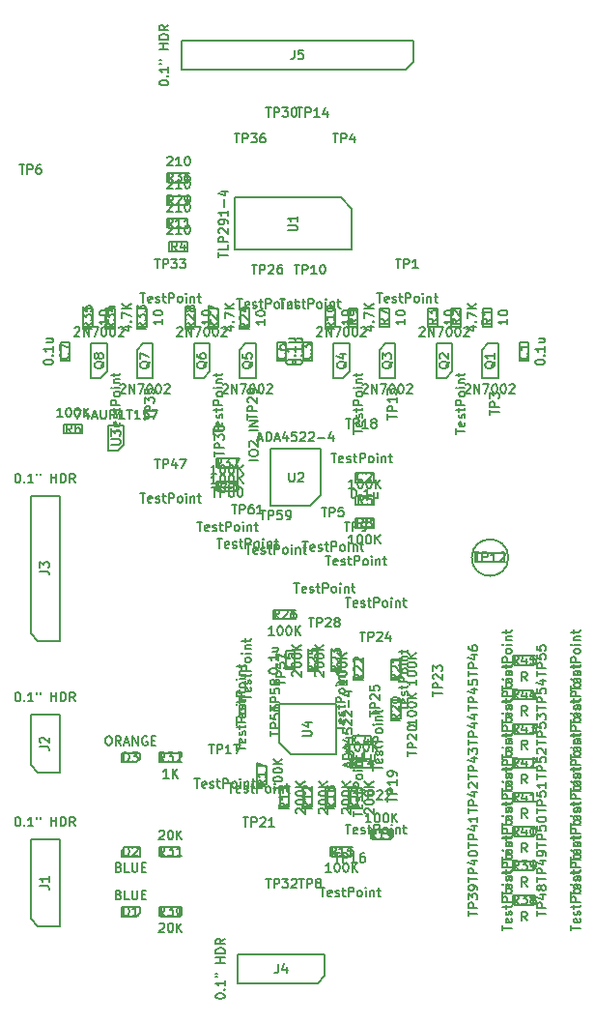
<source format=gbr>
G04 #@! TF.GenerationSoftware,KiCad,Pcbnew,5.1.4*
G04 #@! TF.CreationDate,2019-11-07T00:58:56-05:00*
G04 #@! TF.ProjectId,level-shifter-demo,6c657665-6c2d-4736-9869-667465722d64,rev?*
G04 #@! TF.SameCoordinates,Original*
G04 #@! TF.FileFunction,Other,Fab,Top*
%FSLAX46Y46*%
G04 Gerber Fmt 4.6, Leading zero omitted, Abs format (unit mm)*
G04 Created by KiCad (PCBNEW 5.1.4) date 2019-11-07 00:58:56*
%MOMM*%
%LPD*%
G04 APERTURE LIST*
%ADD10C,0.150000*%
G04 APERTURE END LIST*
D10*
X236900000Y-123475000D02*
X236900000Y-127025000D01*
X236900000Y-127025000D02*
X226600000Y-127025000D01*
X226600000Y-127025000D02*
X226600000Y-122475000D01*
X226600000Y-122475000D02*
X235900000Y-122475000D01*
X235900000Y-122475000D02*
X236900000Y-123475000D01*
X252400000Y-135162500D02*
X252400000Y-136762500D01*
X251600000Y-135162500D02*
X252400000Y-135162500D01*
X251600000Y-136762500D02*
X251600000Y-135162500D01*
X252400000Y-136762500D02*
X251600000Y-136762500D01*
X237200000Y-147400000D02*
X237200000Y-146600000D01*
X237200000Y-146600000D02*
X238800000Y-146600000D01*
X238800000Y-146600000D02*
X238800000Y-147400000D01*
X238800000Y-147400000D02*
X237200000Y-147400000D01*
X232600000Y-136762500D02*
X232600000Y-135162500D01*
X233400000Y-136762500D02*
X232600000Y-136762500D01*
X233400000Y-135162500D02*
X233400000Y-136762500D01*
X232600000Y-135162500D02*
X233400000Y-135162500D01*
X236987500Y-170400000D02*
X236987500Y-169600000D01*
X236987500Y-169600000D02*
X238587500Y-169600000D01*
X238587500Y-169600000D02*
X238587500Y-170400000D01*
X238587500Y-170400000D02*
X236987500Y-170400000D01*
X231100000Y-163800000D02*
X231100000Y-162200000D01*
X231900000Y-163800000D02*
X231100000Y-163800000D01*
X231900000Y-162200000D02*
X231900000Y-163800000D01*
X231100000Y-162200000D02*
X231900000Y-162200000D01*
X231150000Y-136762500D02*
X230350000Y-136762500D01*
X230350000Y-136762500D02*
X230350000Y-135162500D01*
X230350000Y-135162500D02*
X231150000Y-135162500D01*
X231150000Y-135162500D02*
X231150000Y-136762500D01*
X211350000Y-135162500D02*
X212150000Y-135162500D01*
X212150000Y-135162500D02*
X212150000Y-136762500D01*
X212150000Y-136762500D02*
X211350000Y-136762500D01*
X211350000Y-136762500D02*
X211350000Y-135162500D01*
X216700000Y-185400000D02*
X218000000Y-185400000D01*
X218000000Y-185400000D02*
X218300000Y-185100000D01*
X218300000Y-185100000D02*
X218300000Y-184600000D01*
X218300000Y-184600000D02*
X216700000Y-184600000D01*
X216700000Y-184600000D02*
X216700000Y-185400000D01*
X218300000Y-180150000D02*
X218300000Y-179350000D01*
X216700000Y-180150000D02*
X218300000Y-180150000D01*
X216700000Y-179650000D02*
X216700000Y-180150000D01*
X217000000Y-179350000D02*
X216700000Y-179650000D01*
X218300000Y-179350000D02*
X217000000Y-179350000D01*
X216700000Y-171900000D02*
X218000000Y-171900000D01*
X218000000Y-171900000D02*
X218300000Y-171600000D01*
X218300000Y-171600000D02*
X218300000Y-171100000D01*
X218300000Y-171100000D02*
X216700000Y-171100000D01*
X216700000Y-171100000D02*
X216700000Y-171900000D01*
X211270000Y-186270000D02*
X209365000Y-186270000D01*
X209365000Y-186270000D02*
X208730000Y-185635000D01*
X208730000Y-185635000D02*
X208730000Y-178650000D01*
X208730000Y-178650000D02*
X211270000Y-178650000D01*
X211270000Y-178650000D02*
X211270000Y-186270000D01*
X211270000Y-172810000D02*
X209365000Y-172810000D01*
X209365000Y-172810000D02*
X208730000Y-172175000D01*
X208730000Y-172175000D02*
X208730000Y-167730000D01*
X208730000Y-167730000D02*
X211270000Y-167730000D01*
X211270000Y-167730000D02*
X211270000Y-172810000D01*
X211270000Y-161270000D02*
X209365000Y-161270000D01*
X209365000Y-161270000D02*
X208730000Y-160635000D01*
X208730000Y-160635000D02*
X208730000Y-148570000D01*
X208730000Y-148570000D02*
X211270000Y-148570000D01*
X211270000Y-148570000D02*
X211270000Y-161270000D01*
X226900000Y-188730000D02*
X234520000Y-188730000D01*
X226900000Y-191270000D02*
X226900000Y-188730000D01*
X233885000Y-191270000D02*
X226900000Y-191270000D01*
X234520000Y-190635000D02*
X233885000Y-191270000D01*
X234520000Y-188730000D02*
X234520000Y-190635000D01*
X242270000Y-108730000D02*
X242270000Y-110635000D01*
X242270000Y-110635000D02*
X241635000Y-111270000D01*
X241635000Y-111270000D02*
X221950000Y-111270000D01*
X221950000Y-111270000D02*
X221950000Y-108730000D01*
X221950000Y-108730000D02*
X242270000Y-108730000D01*
X248300000Y-138270000D02*
X249700000Y-138270000D01*
X249700000Y-135230000D02*
X249700000Y-138270000D01*
X248300000Y-135800000D02*
X248850000Y-135230000D01*
X248850000Y-135230000D02*
X249700000Y-135230000D01*
X248300000Y-135800000D02*
X248300000Y-138250000D01*
X245700000Y-137700000D02*
X245700000Y-135250000D01*
X245150000Y-138270000D02*
X244300000Y-138270000D01*
X245700000Y-137700000D02*
X245150000Y-138270000D01*
X244300000Y-138270000D02*
X244300000Y-135230000D01*
X245700000Y-135230000D02*
X244300000Y-135230000D01*
X239300000Y-138270000D02*
X240700000Y-138270000D01*
X240700000Y-135230000D02*
X240700000Y-138270000D01*
X239300000Y-135800000D02*
X239850000Y-135230000D01*
X239850000Y-135230000D02*
X240700000Y-135230000D01*
X239300000Y-135800000D02*
X239300000Y-138250000D01*
X236700000Y-135230000D02*
X235300000Y-135230000D01*
X235300000Y-138270000D02*
X235300000Y-135230000D01*
X236700000Y-137700000D02*
X236150000Y-138270000D01*
X236150000Y-138270000D02*
X235300000Y-138270000D01*
X236700000Y-137700000D02*
X236700000Y-135250000D01*
X227050000Y-138270000D02*
X228450000Y-138270000D01*
X228450000Y-135230000D02*
X228450000Y-138270000D01*
X227050000Y-135800000D02*
X227600000Y-135230000D01*
X227600000Y-135230000D02*
X228450000Y-135230000D01*
X227050000Y-135800000D02*
X227050000Y-138250000D01*
X224450000Y-137700000D02*
X224450000Y-135250000D01*
X223900000Y-138270000D02*
X223050000Y-138270000D01*
X224450000Y-137700000D02*
X223900000Y-138270000D01*
X223050000Y-138270000D02*
X223050000Y-135230000D01*
X224450000Y-135230000D02*
X223050000Y-135230000D01*
X218050000Y-135800000D02*
X218050000Y-138250000D01*
X218600000Y-135230000D02*
X219450000Y-135230000D01*
X218050000Y-135800000D02*
X218600000Y-135230000D01*
X219450000Y-135230000D02*
X219450000Y-138270000D01*
X218050000Y-138270000D02*
X219450000Y-138270000D01*
X215450000Y-137700000D02*
X215450000Y-135250000D01*
X214900000Y-138270000D02*
X214050000Y-138270000D01*
X215450000Y-137700000D02*
X214900000Y-138270000D01*
X214050000Y-138270000D02*
X214050000Y-135230000D01*
X215450000Y-135230000D02*
X214050000Y-135230000D01*
X249150000Y-132162500D02*
X249150000Y-133762500D01*
X248350000Y-132162500D02*
X249150000Y-132162500D01*
X248350000Y-133762500D02*
X248350000Y-132162500D01*
X249150000Y-133762500D02*
X248350000Y-133762500D01*
X246400000Y-132162500D02*
X246400000Y-133762500D01*
X245600000Y-132162500D02*
X246400000Y-132162500D01*
X245600000Y-133762500D02*
X245600000Y-132162500D01*
X246400000Y-133762500D02*
X245600000Y-133762500D01*
X244400000Y-133762500D02*
X243600000Y-133762500D01*
X243600000Y-133762500D02*
X243600000Y-132162500D01*
X243600000Y-132162500D02*
X244400000Y-132162500D01*
X244400000Y-132162500D02*
X244400000Y-133762500D01*
X222512500Y-126350000D02*
X222512500Y-127150000D01*
X222512500Y-127150000D02*
X220912500Y-127150000D01*
X220912500Y-127150000D02*
X220912500Y-126350000D01*
X220912500Y-126350000D02*
X222512500Y-126350000D01*
X238837500Y-148600000D02*
X238837500Y-149400000D01*
X238837500Y-149400000D02*
X237237500Y-149400000D01*
X237237500Y-149400000D02*
X237237500Y-148600000D01*
X237237500Y-148600000D02*
X238837500Y-148600000D01*
X213262500Y-142350000D02*
X213262500Y-143150000D01*
X213262500Y-143150000D02*
X211662500Y-143150000D01*
X211662500Y-143150000D02*
X211662500Y-142350000D01*
X211662500Y-142350000D02*
X213262500Y-142350000D01*
X240150000Y-133762500D02*
X239350000Y-133762500D01*
X239350000Y-133762500D02*
X239350000Y-132162500D01*
X239350000Y-132162500D02*
X240150000Y-132162500D01*
X240150000Y-132162500D02*
X240150000Y-133762500D01*
X238800000Y-151400000D02*
X237200000Y-151400000D01*
X238800000Y-150600000D02*
X238800000Y-151400000D01*
X237200000Y-150600000D02*
X238800000Y-150600000D01*
X237200000Y-151400000D02*
X237200000Y-150600000D01*
X237400000Y-132162500D02*
X237400000Y-133762500D01*
X236600000Y-132162500D02*
X237400000Y-132162500D01*
X236600000Y-133762500D02*
X236600000Y-132162500D01*
X237400000Y-133762500D02*
X236600000Y-133762500D01*
X235400000Y-132162500D02*
X235400000Y-133762500D01*
X234600000Y-132162500D02*
X235400000Y-132162500D01*
X234600000Y-133762500D02*
X234600000Y-132162500D01*
X235400000Y-133762500D02*
X234600000Y-133762500D01*
X220912500Y-124350000D02*
X222512500Y-124350000D01*
X220912500Y-125150000D02*
X220912500Y-124350000D01*
X222512500Y-125150000D02*
X220912500Y-125150000D01*
X222512500Y-124350000D02*
X222512500Y-125150000D01*
X233400000Y-175800000D02*
X232600000Y-175800000D01*
X232600000Y-175800000D02*
X232600000Y-174200000D01*
X232600000Y-174200000D02*
X233400000Y-174200000D01*
X233400000Y-174200000D02*
X233400000Y-175800000D01*
X231400000Y-175800000D02*
X230600000Y-175800000D01*
X230600000Y-175800000D02*
X230600000Y-174200000D01*
X230600000Y-174200000D02*
X231400000Y-174200000D01*
X231400000Y-174200000D02*
X231400000Y-175800000D01*
X236987500Y-171600000D02*
X238587500Y-171600000D01*
X236987500Y-172400000D02*
X236987500Y-171600000D01*
X238587500Y-172400000D02*
X236987500Y-172400000D01*
X238587500Y-171600000D02*
X238587500Y-172400000D01*
X236800000Y-180150000D02*
X235200000Y-180150000D01*
X236800000Y-179350000D02*
X236800000Y-180150000D01*
X235200000Y-179350000D02*
X236800000Y-179350000D01*
X235200000Y-180150000D02*
X235200000Y-179350000D01*
X237400000Y-175800000D02*
X236600000Y-175800000D01*
X236600000Y-175800000D02*
X236600000Y-174200000D01*
X236600000Y-174200000D02*
X237400000Y-174200000D01*
X237400000Y-174200000D02*
X237400000Y-175800000D01*
X229400000Y-173800000D02*
X228600000Y-173800000D01*
X228600000Y-173800000D02*
X228600000Y-172200000D01*
X228600000Y-172200000D02*
X229400000Y-172200000D01*
X229400000Y-172200000D02*
X229400000Y-173800000D01*
X235400000Y-174200000D02*
X235400000Y-175800000D01*
X234600000Y-174200000D02*
X235400000Y-174200000D01*
X234600000Y-175800000D02*
X234600000Y-174200000D01*
X235400000Y-175800000D02*
X234600000Y-175800000D01*
X240300000Y-177850000D02*
X240300000Y-178650000D01*
X240300000Y-178650000D02*
X238700000Y-178650000D01*
X238700000Y-178650000D02*
X238700000Y-177850000D01*
X238700000Y-177850000D02*
X240300000Y-177850000D01*
X241150000Y-166450000D02*
X241150000Y-168050000D01*
X240350000Y-166450000D02*
X241150000Y-166450000D01*
X240350000Y-168050000D02*
X240350000Y-166450000D01*
X241150000Y-168050000D02*
X240350000Y-168050000D01*
X241150000Y-164550000D02*
X240350000Y-164550000D01*
X240350000Y-164550000D02*
X240350000Y-162950000D01*
X240350000Y-162950000D02*
X241150000Y-162950000D01*
X241150000Y-162950000D02*
X241150000Y-164550000D01*
X237100000Y-162950000D02*
X237900000Y-162950000D01*
X237900000Y-162950000D02*
X237900000Y-164550000D01*
X237900000Y-164550000D02*
X237100000Y-164550000D01*
X237100000Y-164550000D02*
X237100000Y-162950000D01*
X235100000Y-162200000D02*
X235900000Y-162200000D01*
X235900000Y-162200000D02*
X235900000Y-163800000D01*
X235900000Y-163800000D02*
X235100000Y-163800000D01*
X235100000Y-163800000D02*
X235100000Y-162200000D01*
X227900000Y-133800000D02*
X227100000Y-133800000D01*
X227100000Y-133800000D02*
X227100000Y-132200000D01*
X227100000Y-132200000D02*
X227900000Y-132200000D01*
X227900000Y-132200000D02*
X227900000Y-133800000D01*
X233100000Y-163800000D02*
X233100000Y-162200000D01*
X233900000Y-163800000D02*
X233100000Y-163800000D01*
X233900000Y-162200000D02*
X233900000Y-163800000D01*
X233100000Y-162200000D02*
X233900000Y-162200000D01*
X231800000Y-159400000D02*
X230200000Y-159400000D01*
X231800000Y-158600000D02*
X231800000Y-159400000D01*
X230200000Y-158600000D02*
X231800000Y-158600000D01*
X230200000Y-159400000D02*
X230200000Y-158600000D01*
X225150000Y-132162500D02*
X225150000Y-133762500D01*
X224350000Y-132162500D02*
X225150000Y-132162500D01*
X224350000Y-133762500D02*
X224350000Y-132162500D01*
X225150000Y-133762500D02*
X224350000Y-133762500D01*
X223150000Y-132162500D02*
X223150000Y-133762500D01*
X222350000Y-132162500D02*
X223150000Y-132162500D01*
X222350000Y-133762500D02*
X222350000Y-132162500D01*
X223150000Y-133762500D02*
X222350000Y-133762500D01*
X222512500Y-122350000D02*
X222512500Y-123150000D01*
X222512500Y-123150000D02*
X220912500Y-123150000D01*
X220912500Y-123150000D02*
X220912500Y-122350000D01*
X220912500Y-122350000D02*
X222512500Y-122350000D01*
X220200000Y-185400000D02*
X220200000Y-184600000D01*
X220200000Y-184600000D02*
X221800000Y-184600000D01*
X221800000Y-184600000D02*
X221800000Y-185400000D01*
X221800000Y-185400000D02*
X220200000Y-185400000D01*
X221800000Y-179350000D02*
X221800000Y-180150000D01*
X221800000Y-180150000D02*
X220200000Y-180150000D01*
X220200000Y-180150000D02*
X220200000Y-179350000D01*
X220200000Y-179350000D02*
X221800000Y-179350000D01*
X221800000Y-171900000D02*
X220200000Y-171900000D01*
X221800000Y-171100000D02*
X221800000Y-171900000D01*
X220200000Y-171100000D02*
X221800000Y-171100000D01*
X220200000Y-171900000D02*
X220200000Y-171100000D01*
X218900000Y-132162500D02*
X218900000Y-133762500D01*
X218100000Y-132162500D02*
X218900000Y-132162500D01*
X218100000Y-133762500D02*
X218100000Y-132162500D01*
X218900000Y-133762500D02*
X218100000Y-133762500D01*
X216150000Y-132162500D02*
X216150000Y-133762500D01*
X215350000Y-132162500D02*
X216150000Y-132162500D01*
X215350000Y-133762500D02*
X215350000Y-132162500D01*
X216150000Y-133762500D02*
X215350000Y-133762500D01*
X214150000Y-133762500D02*
X213350000Y-133762500D01*
X213350000Y-133762500D02*
X213350000Y-132162500D01*
X213350000Y-132162500D02*
X214150000Y-132162500D01*
X214150000Y-132162500D02*
X214150000Y-133762500D01*
X220912500Y-120350000D02*
X222512500Y-120350000D01*
X220912500Y-121150000D02*
X220912500Y-120350000D01*
X222512500Y-121150000D02*
X220912500Y-121150000D01*
X222512500Y-120350000D02*
X222512500Y-121150000D01*
X225162500Y-146150000D02*
X225162500Y-145350000D01*
X225162500Y-145350000D02*
X226762500Y-145350000D01*
X226762500Y-145350000D02*
X226762500Y-146150000D01*
X226762500Y-146150000D02*
X225162500Y-146150000D01*
X251200000Y-184400000D02*
X251200000Y-183600000D01*
X251200000Y-183600000D02*
X252800000Y-183600000D01*
X252800000Y-183600000D02*
X252800000Y-184400000D01*
X252800000Y-184400000D02*
X251200000Y-184400000D01*
X252800000Y-181400000D02*
X251200000Y-181400000D01*
X252800000Y-180600000D02*
X252800000Y-181400000D01*
X251200000Y-180600000D02*
X252800000Y-180600000D01*
X251200000Y-181400000D02*
X251200000Y-180600000D01*
X252800000Y-178400000D02*
X251200000Y-178400000D01*
X252800000Y-177600000D02*
X252800000Y-178400000D01*
X251200000Y-177600000D02*
X252800000Y-177600000D01*
X251200000Y-178400000D02*
X251200000Y-177600000D01*
X251200000Y-175400000D02*
X251200000Y-174600000D01*
X251200000Y-174600000D02*
X252800000Y-174600000D01*
X252800000Y-174600000D02*
X252800000Y-175400000D01*
X252800000Y-175400000D02*
X251200000Y-175400000D01*
X251200000Y-172400000D02*
X251200000Y-171600000D01*
X251200000Y-171600000D02*
X252800000Y-171600000D01*
X252800000Y-171600000D02*
X252800000Y-172400000D01*
X252800000Y-172400000D02*
X251200000Y-172400000D01*
X252800000Y-169400000D02*
X251200000Y-169400000D01*
X252800000Y-168600000D02*
X252800000Y-169400000D01*
X251200000Y-168600000D02*
X252800000Y-168600000D01*
X251200000Y-169400000D02*
X251200000Y-168600000D01*
X252800000Y-166400000D02*
X251200000Y-166400000D01*
X252800000Y-165600000D02*
X252800000Y-166400000D01*
X251200000Y-165600000D02*
X252800000Y-165600000D01*
X251200000Y-166400000D02*
X251200000Y-165600000D01*
X251200000Y-163400000D02*
X251200000Y-162600000D01*
X251200000Y-162600000D02*
X252800000Y-162600000D01*
X252800000Y-162600000D02*
X252800000Y-163400000D01*
X252800000Y-163400000D02*
X251200000Y-163400000D01*
X225162500Y-147350000D02*
X226762500Y-147350000D01*
X225162500Y-148150000D02*
X225162500Y-147350000D01*
X226762500Y-148150000D02*
X225162500Y-148150000D01*
X226762500Y-147350000D02*
X226762500Y-148150000D01*
X247750000Y-153600000D02*
X250250000Y-153600000D01*
X250250000Y-153600000D02*
X250250000Y-154400000D01*
X250250000Y-154400000D02*
X247750000Y-154400000D01*
X247750000Y-154400000D02*
X247750000Y-153600000D01*
X250600000Y-154000000D02*
G75*
G03X250600000Y-154000000I-1600000J0D01*
G01*
X234200000Y-148500000D02*
X233200000Y-149500000D01*
X234200000Y-144500000D02*
X234200000Y-148500000D01*
X229800000Y-144500000D02*
X234200000Y-144500000D01*
X229800000Y-149500000D02*
X229800000Y-144500000D01*
X233200000Y-149500000D02*
X229800000Y-149500000D01*
X215575000Y-144600000D02*
X216425000Y-144600000D01*
X216925000Y-144100000D02*
X216925000Y-142400000D01*
X215575000Y-144600000D02*
X215575000Y-142400000D01*
X215575000Y-142400000D02*
X216925000Y-142400000D01*
X216425000Y-144600000D02*
X216925000Y-144100000D01*
X230500000Y-170200000D02*
X230500000Y-166800000D01*
X230500000Y-166800000D02*
X235500000Y-166800000D01*
X235500000Y-166800000D02*
X235500000Y-171200000D01*
X235500000Y-171200000D02*
X231500000Y-171200000D01*
X231500000Y-171200000D02*
X230500000Y-170200000D01*
X218333333Y-130861904D02*
X218790476Y-130861904D01*
X218561904Y-131661904D02*
X218561904Y-130861904D01*
X219361904Y-131623809D02*
X219285714Y-131661904D01*
X219133333Y-131661904D01*
X219057142Y-131623809D01*
X219019047Y-131547619D01*
X219019047Y-131242857D01*
X219057142Y-131166666D01*
X219133333Y-131128571D01*
X219285714Y-131128571D01*
X219361904Y-131166666D01*
X219400000Y-131242857D01*
X219400000Y-131319047D01*
X219019047Y-131395238D01*
X219704761Y-131623809D02*
X219780952Y-131661904D01*
X219933333Y-131661904D01*
X220009523Y-131623809D01*
X220047619Y-131547619D01*
X220047619Y-131509523D01*
X220009523Y-131433333D01*
X219933333Y-131395238D01*
X219819047Y-131395238D01*
X219742857Y-131357142D01*
X219704761Y-131280952D01*
X219704761Y-131242857D01*
X219742857Y-131166666D01*
X219819047Y-131128571D01*
X219933333Y-131128571D01*
X220009523Y-131166666D01*
X220276190Y-131128571D02*
X220580952Y-131128571D01*
X220390476Y-130861904D02*
X220390476Y-131547619D01*
X220428571Y-131623809D01*
X220504761Y-131661904D01*
X220580952Y-131661904D01*
X220847619Y-131661904D02*
X220847619Y-130861904D01*
X221152380Y-130861904D01*
X221228571Y-130900000D01*
X221266666Y-130938095D01*
X221304761Y-131014285D01*
X221304761Y-131128571D01*
X221266666Y-131204761D01*
X221228571Y-131242857D01*
X221152380Y-131280952D01*
X220847619Y-131280952D01*
X221761904Y-131661904D02*
X221685714Y-131623809D01*
X221647619Y-131585714D01*
X221609523Y-131509523D01*
X221609523Y-131280952D01*
X221647619Y-131204761D01*
X221685714Y-131166666D01*
X221761904Y-131128571D01*
X221876190Y-131128571D01*
X221952380Y-131166666D01*
X221990476Y-131204761D01*
X222028571Y-131280952D01*
X222028571Y-131509523D01*
X221990476Y-131585714D01*
X221952380Y-131623809D01*
X221876190Y-131661904D01*
X221761904Y-131661904D01*
X222371428Y-131661904D02*
X222371428Y-131128571D01*
X222371428Y-130861904D02*
X222333333Y-130900000D01*
X222371428Y-130938095D01*
X222409523Y-130900000D01*
X222371428Y-130861904D01*
X222371428Y-130938095D01*
X222752380Y-131128571D02*
X222752380Y-131661904D01*
X222752380Y-131204761D02*
X222790476Y-131166666D01*
X222866666Y-131128571D01*
X222980952Y-131128571D01*
X223057142Y-131166666D01*
X223095238Y-131242857D01*
X223095238Y-131661904D01*
X223361904Y-131128571D02*
X223666666Y-131128571D01*
X223476190Y-130861904D02*
X223476190Y-131547619D01*
X223514285Y-131623809D01*
X223590476Y-131661904D01*
X223666666Y-131661904D01*
X219609523Y-127861904D02*
X220066666Y-127861904D01*
X219838095Y-128661904D02*
X219838095Y-127861904D01*
X220333333Y-128661904D02*
X220333333Y-127861904D01*
X220638095Y-127861904D01*
X220714285Y-127900000D01*
X220752380Y-127938095D01*
X220790476Y-128014285D01*
X220790476Y-128128571D01*
X220752380Y-128204761D01*
X220714285Y-128242857D01*
X220638095Y-128280952D01*
X220333333Y-128280952D01*
X221057142Y-127861904D02*
X221552380Y-127861904D01*
X221285714Y-128166666D01*
X221400000Y-128166666D01*
X221476190Y-128204761D01*
X221514285Y-128242857D01*
X221552380Y-128319047D01*
X221552380Y-128509523D01*
X221514285Y-128585714D01*
X221476190Y-128623809D01*
X221400000Y-128661904D01*
X221171428Y-128661904D01*
X221095238Y-128623809D01*
X221057142Y-128585714D01*
X221819047Y-127861904D02*
X222314285Y-127861904D01*
X222047619Y-128166666D01*
X222161904Y-128166666D01*
X222238095Y-128204761D01*
X222276190Y-128242857D01*
X222314285Y-128319047D01*
X222314285Y-128509523D01*
X222276190Y-128585714D01*
X222238095Y-128623809D01*
X222161904Y-128661904D01*
X221933333Y-128661904D01*
X221857142Y-128623809D01*
X221819047Y-128585714D01*
X230583333Y-131361904D02*
X231040476Y-131361904D01*
X230811904Y-132161904D02*
X230811904Y-131361904D01*
X231611904Y-132123809D02*
X231535714Y-132161904D01*
X231383333Y-132161904D01*
X231307142Y-132123809D01*
X231269047Y-132047619D01*
X231269047Y-131742857D01*
X231307142Y-131666666D01*
X231383333Y-131628571D01*
X231535714Y-131628571D01*
X231611904Y-131666666D01*
X231650000Y-131742857D01*
X231650000Y-131819047D01*
X231269047Y-131895238D01*
X231954761Y-132123809D02*
X232030952Y-132161904D01*
X232183333Y-132161904D01*
X232259523Y-132123809D01*
X232297619Y-132047619D01*
X232297619Y-132009523D01*
X232259523Y-131933333D01*
X232183333Y-131895238D01*
X232069047Y-131895238D01*
X231992857Y-131857142D01*
X231954761Y-131780952D01*
X231954761Y-131742857D01*
X231992857Y-131666666D01*
X232069047Y-131628571D01*
X232183333Y-131628571D01*
X232259523Y-131666666D01*
X232526190Y-131628571D02*
X232830952Y-131628571D01*
X232640476Y-131361904D02*
X232640476Y-132047619D01*
X232678571Y-132123809D01*
X232754761Y-132161904D01*
X232830952Y-132161904D01*
X233097619Y-132161904D02*
X233097619Y-131361904D01*
X233402380Y-131361904D01*
X233478571Y-131400000D01*
X233516666Y-131438095D01*
X233554761Y-131514285D01*
X233554761Y-131628571D01*
X233516666Y-131704761D01*
X233478571Y-131742857D01*
X233402380Y-131780952D01*
X233097619Y-131780952D01*
X234011904Y-132161904D02*
X233935714Y-132123809D01*
X233897619Y-132085714D01*
X233859523Y-132009523D01*
X233859523Y-131780952D01*
X233897619Y-131704761D01*
X233935714Y-131666666D01*
X234011904Y-131628571D01*
X234126190Y-131628571D01*
X234202380Y-131666666D01*
X234240476Y-131704761D01*
X234278571Y-131780952D01*
X234278571Y-132009523D01*
X234240476Y-132085714D01*
X234202380Y-132123809D01*
X234126190Y-132161904D01*
X234011904Y-132161904D01*
X234621428Y-132161904D02*
X234621428Y-131628571D01*
X234621428Y-131361904D02*
X234583333Y-131400000D01*
X234621428Y-131438095D01*
X234659523Y-131400000D01*
X234621428Y-131361904D01*
X234621428Y-131438095D01*
X235002380Y-131628571D02*
X235002380Y-132161904D01*
X235002380Y-131704761D02*
X235040476Y-131666666D01*
X235116666Y-131628571D01*
X235230952Y-131628571D01*
X235307142Y-131666666D01*
X235345238Y-131742857D01*
X235345238Y-132161904D01*
X235611904Y-131628571D02*
X235916666Y-131628571D01*
X235726190Y-131361904D02*
X235726190Y-132047619D01*
X235764285Y-132123809D01*
X235840476Y-132161904D01*
X235916666Y-132161904D01*
X231859523Y-128361904D02*
X232316666Y-128361904D01*
X232088095Y-129161904D02*
X232088095Y-128361904D01*
X232583333Y-129161904D02*
X232583333Y-128361904D01*
X232888095Y-128361904D01*
X232964285Y-128400000D01*
X233002380Y-128438095D01*
X233040476Y-128514285D01*
X233040476Y-128628571D01*
X233002380Y-128704761D01*
X232964285Y-128742857D01*
X232888095Y-128780952D01*
X232583333Y-128780952D01*
X233802380Y-129161904D02*
X233345238Y-129161904D01*
X233573809Y-129161904D02*
X233573809Y-128361904D01*
X233497619Y-128476190D01*
X233421428Y-128552380D01*
X233345238Y-128590476D01*
X234297619Y-128361904D02*
X234373809Y-128361904D01*
X234450000Y-128400000D01*
X234488095Y-128438095D01*
X234526190Y-128514285D01*
X234564285Y-128666666D01*
X234564285Y-128857142D01*
X234526190Y-129009523D01*
X234488095Y-129085714D01*
X234450000Y-129123809D01*
X234373809Y-129161904D01*
X234297619Y-129161904D01*
X234221428Y-129123809D01*
X234183333Y-129085714D01*
X234145238Y-129009523D01*
X234107142Y-128857142D01*
X234107142Y-128666666D01*
X234145238Y-128514285D01*
X234183333Y-128438095D01*
X234221428Y-128400000D01*
X234297619Y-128361904D01*
X226833333Y-131361904D02*
X227290476Y-131361904D01*
X227061904Y-132161904D02*
X227061904Y-131361904D01*
X227861904Y-132123809D02*
X227785714Y-132161904D01*
X227633333Y-132161904D01*
X227557142Y-132123809D01*
X227519047Y-132047619D01*
X227519047Y-131742857D01*
X227557142Y-131666666D01*
X227633333Y-131628571D01*
X227785714Y-131628571D01*
X227861904Y-131666666D01*
X227900000Y-131742857D01*
X227900000Y-131819047D01*
X227519047Y-131895238D01*
X228204761Y-132123809D02*
X228280952Y-132161904D01*
X228433333Y-132161904D01*
X228509523Y-132123809D01*
X228547619Y-132047619D01*
X228547619Y-132009523D01*
X228509523Y-131933333D01*
X228433333Y-131895238D01*
X228319047Y-131895238D01*
X228242857Y-131857142D01*
X228204761Y-131780952D01*
X228204761Y-131742857D01*
X228242857Y-131666666D01*
X228319047Y-131628571D01*
X228433333Y-131628571D01*
X228509523Y-131666666D01*
X228776190Y-131628571D02*
X229080952Y-131628571D01*
X228890476Y-131361904D02*
X228890476Y-132047619D01*
X228928571Y-132123809D01*
X229004761Y-132161904D01*
X229080952Y-132161904D01*
X229347619Y-132161904D02*
X229347619Y-131361904D01*
X229652380Y-131361904D01*
X229728571Y-131400000D01*
X229766666Y-131438095D01*
X229804761Y-131514285D01*
X229804761Y-131628571D01*
X229766666Y-131704761D01*
X229728571Y-131742857D01*
X229652380Y-131780952D01*
X229347619Y-131780952D01*
X230261904Y-132161904D02*
X230185714Y-132123809D01*
X230147619Y-132085714D01*
X230109523Y-132009523D01*
X230109523Y-131780952D01*
X230147619Y-131704761D01*
X230185714Y-131666666D01*
X230261904Y-131628571D01*
X230376190Y-131628571D01*
X230452380Y-131666666D01*
X230490476Y-131704761D01*
X230528571Y-131780952D01*
X230528571Y-132009523D01*
X230490476Y-132085714D01*
X230452380Y-132123809D01*
X230376190Y-132161904D01*
X230261904Y-132161904D01*
X230871428Y-132161904D02*
X230871428Y-131628571D01*
X230871428Y-131361904D02*
X230833333Y-131400000D01*
X230871428Y-131438095D01*
X230909523Y-131400000D01*
X230871428Y-131361904D01*
X230871428Y-131438095D01*
X231252380Y-131628571D02*
X231252380Y-132161904D01*
X231252380Y-131704761D02*
X231290476Y-131666666D01*
X231366666Y-131628571D01*
X231480952Y-131628571D01*
X231557142Y-131666666D01*
X231595238Y-131742857D01*
X231595238Y-132161904D01*
X231861904Y-131628571D02*
X232166666Y-131628571D01*
X231976190Y-131361904D02*
X231976190Y-132047619D01*
X232014285Y-132123809D01*
X232090476Y-132161904D01*
X232166666Y-132161904D01*
X228109523Y-128361904D02*
X228566666Y-128361904D01*
X228338095Y-129161904D02*
X228338095Y-128361904D01*
X228833333Y-129161904D02*
X228833333Y-128361904D01*
X229138095Y-128361904D01*
X229214285Y-128400000D01*
X229252380Y-128438095D01*
X229290476Y-128514285D01*
X229290476Y-128628571D01*
X229252380Y-128704761D01*
X229214285Y-128742857D01*
X229138095Y-128780952D01*
X228833333Y-128780952D01*
X229595238Y-128438095D02*
X229633333Y-128400000D01*
X229709523Y-128361904D01*
X229900000Y-128361904D01*
X229976190Y-128400000D01*
X230014285Y-128438095D01*
X230052380Y-128514285D01*
X230052380Y-128590476D01*
X230014285Y-128704761D01*
X229557142Y-129161904D01*
X230052380Y-129161904D01*
X230738095Y-128361904D02*
X230585714Y-128361904D01*
X230509523Y-128400000D01*
X230471428Y-128438095D01*
X230395238Y-128552380D01*
X230357142Y-128704761D01*
X230357142Y-129009523D01*
X230395238Y-129085714D01*
X230433333Y-129123809D01*
X230509523Y-129161904D01*
X230661904Y-129161904D01*
X230738095Y-129123809D01*
X230776190Y-129085714D01*
X230814285Y-129009523D01*
X230814285Y-128819047D01*
X230776190Y-128742857D01*
X230738095Y-128704761D01*
X230661904Y-128666666D01*
X230509523Y-128666666D01*
X230433333Y-128704761D01*
X230395238Y-128742857D01*
X230357142Y-128819047D01*
X239083333Y-130861904D02*
X239540476Y-130861904D01*
X239311904Y-131661904D02*
X239311904Y-130861904D01*
X240111904Y-131623809D02*
X240035714Y-131661904D01*
X239883333Y-131661904D01*
X239807142Y-131623809D01*
X239769047Y-131547619D01*
X239769047Y-131242857D01*
X239807142Y-131166666D01*
X239883333Y-131128571D01*
X240035714Y-131128571D01*
X240111904Y-131166666D01*
X240150000Y-131242857D01*
X240150000Y-131319047D01*
X239769047Y-131395238D01*
X240454761Y-131623809D02*
X240530952Y-131661904D01*
X240683333Y-131661904D01*
X240759523Y-131623809D01*
X240797619Y-131547619D01*
X240797619Y-131509523D01*
X240759523Y-131433333D01*
X240683333Y-131395238D01*
X240569047Y-131395238D01*
X240492857Y-131357142D01*
X240454761Y-131280952D01*
X240454761Y-131242857D01*
X240492857Y-131166666D01*
X240569047Y-131128571D01*
X240683333Y-131128571D01*
X240759523Y-131166666D01*
X241026190Y-131128571D02*
X241330952Y-131128571D01*
X241140476Y-130861904D02*
X241140476Y-131547619D01*
X241178571Y-131623809D01*
X241254761Y-131661904D01*
X241330952Y-131661904D01*
X241597619Y-131661904D02*
X241597619Y-130861904D01*
X241902380Y-130861904D01*
X241978571Y-130900000D01*
X242016666Y-130938095D01*
X242054761Y-131014285D01*
X242054761Y-131128571D01*
X242016666Y-131204761D01*
X241978571Y-131242857D01*
X241902380Y-131280952D01*
X241597619Y-131280952D01*
X242511904Y-131661904D02*
X242435714Y-131623809D01*
X242397619Y-131585714D01*
X242359523Y-131509523D01*
X242359523Y-131280952D01*
X242397619Y-131204761D01*
X242435714Y-131166666D01*
X242511904Y-131128571D01*
X242626190Y-131128571D01*
X242702380Y-131166666D01*
X242740476Y-131204761D01*
X242778571Y-131280952D01*
X242778571Y-131509523D01*
X242740476Y-131585714D01*
X242702380Y-131623809D01*
X242626190Y-131661904D01*
X242511904Y-131661904D01*
X243121428Y-131661904D02*
X243121428Y-131128571D01*
X243121428Y-130861904D02*
X243083333Y-130900000D01*
X243121428Y-130938095D01*
X243159523Y-130900000D01*
X243121428Y-130861904D01*
X243121428Y-130938095D01*
X243502380Y-131128571D02*
X243502380Y-131661904D01*
X243502380Y-131204761D02*
X243540476Y-131166666D01*
X243616666Y-131128571D01*
X243730952Y-131128571D01*
X243807142Y-131166666D01*
X243845238Y-131242857D01*
X243845238Y-131661904D01*
X244111904Y-131128571D02*
X244416666Y-131128571D01*
X244226190Y-130861904D02*
X244226190Y-131547619D01*
X244264285Y-131623809D01*
X244340476Y-131661904D01*
X244416666Y-131661904D01*
X240740476Y-127861904D02*
X241197619Y-127861904D01*
X240969047Y-128661904D02*
X240969047Y-127861904D01*
X241464285Y-128661904D02*
X241464285Y-127861904D01*
X241769047Y-127861904D01*
X241845238Y-127900000D01*
X241883333Y-127938095D01*
X241921428Y-128014285D01*
X241921428Y-128128571D01*
X241883333Y-128204761D01*
X241845238Y-128242857D01*
X241769047Y-128280952D01*
X241464285Y-128280952D01*
X242683333Y-128661904D02*
X242226190Y-128661904D01*
X242454761Y-128661904D02*
X242454761Y-127861904D01*
X242378571Y-127976190D01*
X242302380Y-128052380D01*
X242226190Y-128090476D01*
X225211904Y-127721428D02*
X225211904Y-127264285D01*
X226011904Y-127492857D02*
X225211904Y-127492857D01*
X226011904Y-126616666D02*
X226011904Y-126997619D01*
X225211904Y-126997619D01*
X226011904Y-126350000D02*
X225211904Y-126350000D01*
X225211904Y-126045238D01*
X225250000Y-125969047D01*
X225288095Y-125930952D01*
X225364285Y-125892857D01*
X225478571Y-125892857D01*
X225554761Y-125930952D01*
X225592857Y-125969047D01*
X225630952Y-126045238D01*
X225630952Y-126350000D01*
X225288095Y-125588095D02*
X225250000Y-125550000D01*
X225211904Y-125473809D01*
X225211904Y-125283333D01*
X225250000Y-125207142D01*
X225288095Y-125169047D01*
X225364285Y-125130952D01*
X225440476Y-125130952D01*
X225554761Y-125169047D01*
X226011904Y-125626190D01*
X226011904Y-125130952D01*
X226011904Y-124750000D02*
X226011904Y-124597619D01*
X225973809Y-124521428D01*
X225935714Y-124483333D01*
X225821428Y-124407142D01*
X225669047Y-124369047D01*
X225364285Y-124369047D01*
X225288095Y-124407142D01*
X225250000Y-124445238D01*
X225211904Y-124521428D01*
X225211904Y-124673809D01*
X225250000Y-124750000D01*
X225288095Y-124788095D01*
X225364285Y-124826190D01*
X225554761Y-124826190D01*
X225630952Y-124788095D01*
X225669047Y-124750000D01*
X225707142Y-124673809D01*
X225707142Y-124521428D01*
X225669047Y-124445238D01*
X225630952Y-124407142D01*
X225554761Y-124369047D01*
X226011904Y-123607142D02*
X226011904Y-124064285D01*
X226011904Y-123835714D02*
X225211904Y-123835714D01*
X225326190Y-123911904D01*
X225402380Y-123988095D01*
X225440476Y-124064285D01*
X225707142Y-123264285D02*
X225707142Y-122654761D01*
X225478571Y-121930952D02*
X226011904Y-121930952D01*
X225173809Y-122121428D02*
X225745238Y-122311904D01*
X225745238Y-121816666D01*
X231311904Y-125359523D02*
X231959523Y-125359523D01*
X232035714Y-125321428D01*
X232073809Y-125283333D01*
X232111904Y-125207142D01*
X232111904Y-125054761D01*
X232073809Y-124978571D01*
X232035714Y-124940476D01*
X231959523Y-124902380D01*
X231311904Y-124902380D01*
X232111904Y-124102380D02*
X232111904Y-124559523D01*
X232111904Y-124330952D02*
X231311904Y-124330952D01*
X231426190Y-124407142D01*
X231502380Y-124483333D01*
X231540476Y-124559523D01*
X252991904Y-136933928D02*
X252991904Y-136857738D01*
X253030000Y-136781547D01*
X253068095Y-136743452D01*
X253144285Y-136705357D01*
X253296666Y-136667261D01*
X253487142Y-136667261D01*
X253639523Y-136705357D01*
X253715714Y-136743452D01*
X253753809Y-136781547D01*
X253791904Y-136857738D01*
X253791904Y-136933928D01*
X253753809Y-137010119D01*
X253715714Y-137048214D01*
X253639523Y-137086309D01*
X253487142Y-137124404D01*
X253296666Y-137124404D01*
X253144285Y-137086309D01*
X253068095Y-137048214D01*
X253030000Y-137010119D01*
X252991904Y-136933928D01*
X253715714Y-136324404D02*
X253753809Y-136286309D01*
X253791904Y-136324404D01*
X253753809Y-136362500D01*
X253715714Y-136324404D01*
X253791904Y-136324404D01*
X253791904Y-135524404D02*
X253791904Y-135981547D01*
X253791904Y-135752976D02*
X252991904Y-135752976D01*
X253106190Y-135829166D01*
X253182380Y-135905357D01*
X253220476Y-135981547D01*
X253258571Y-134838690D02*
X253791904Y-134838690D01*
X253258571Y-135181547D02*
X253677619Y-135181547D01*
X253753809Y-135143452D01*
X253791904Y-135067261D01*
X253791904Y-134952976D01*
X253753809Y-134876785D01*
X253715714Y-134838690D01*
X252285714Y-136095833D02*
X252323809Y-136133928D01*
X252361904Y-136248214D01*
X252361904Y-136324404D01*
X252323809Y-136438690D01*
X252247619Y-136514880D01*
X252171428Y-136552976D01*
X252019047Y-136591071D01*
X251904761Y-136591071D01*
X251752380Y-136552976D01*
X251676190Y-136514880D01*
X251600000Y-136438690D01*
X251561904Y-136324404D01*
X251561904Y-136248214D01*
X251600000Y-136133928D01*
X251638095Y-136095833D01*
X252361904Y-135333928D02*
X252361904Y-135791071D01*
X252361904Y-135562500D02*
X251561904Y-135562500D01*
X251676190Y-135638690D01*
X251752380Y-135714880D01*
X251790476Y-135791071D01*
X237028571Y-147991904D02*
X237104761Y-147991904D01*
X237180952Y-148030000D01*
X237219047Y-148068095D01*
X237257142Y-148144285D01*
X237295238Y-148296666D01*
X237295238Y-148487142D01*
X237257142Y-148639523D01*
X237219047Y-148715714D01*
X237180952Y-148753809D01*
X237104761Y-148791904D01*
X237028571Y-148791904D01*
X236952380Y-148753809D01*
X236914285Y-148715714D01*
X236876190Y-148639523D01*
X236838095Y-148487142D01*
X236838095Y-148296666D01*
X236876190Y-148144285D01*
X236914285Y-148068095D01*
X236952380Y-148030000D01*
X237028571Y-147991904D01*
X237638095Y-148715714D02*
X237676190Y-148753809D01*
X237638095Y-148791904D01*
X237600000Y-148753809D01*
X237638095Y-148715714D01*
X237638095Y-148791904D01*
X238438095Y-148791904D02*
X237980952Y-148791904D01*
X238209523Y-148791904D02*
X238209523Y-147991904D01*
X238133333Y-148106190D01*
X238057142Y-148182380D01*
X237980952Y-148220476D01*
X239123809Y-148258571D02*
X239123809Y-148791904D01*
X238780952Y-148258571D02*
X238780952Y-148677619D01*
X238819047Y-148753809D01*
X238895238Y-148791904D01*
X239009523Y-148791904D01*
X239085714Y-148753809D01*
X239123809Y-148715714D01*
X237866666Y-147285714D02*
X237828571Y-147323809D01*
X237714285Y-147361904D01*
X237638095Y-147361904D01*
X237523809Y-147323809D01*
X237447619Y-147247619D01*
X237409523Y-147171428D01*
X237371428Y-147019047D01*
X237371428Y-146904761D01*
X237409523Y-146752380D01*
X237447619Y-146676190D01*
X237523809Y-146600000D01*
X237638095Y-146561904D01*
X237714285Y-146561904D01*
X237828571Y-146600000D01*
X237866666Y-146638095D01*
X238171428Y-146638095D02*
X238209523Y-146600000D01*
X238285714Y-146561904D01*
X238476190Y-146561904D01*
X238552380Y-146600000D01*
X238590476Y-146638095D01*
X238628571Y-146714285D01*
X238628571Y-146790476D01*
X238590476Y-146904761D01*
X238133333Y-147361904D01*
X238628571Y-147361904D01*
X231131904Y-136933928D02*
X231131904Y-136857738D01*
X231170000Y-136781547D01*
X231208095Y-136743452D01*
X231284285Y-136705357D01*
X231436666Y-136667261D01*
X231627142Y-136667261D01*
X231779523Y-136705357D01*
X231855714Y-136743452D01*
X231893809Y-136781547D01*
X231931904Y-136857738D01*
X231931904Y-136933928D01*
X231893809Y-137010119D01*
X231855714Y-137048214D01*
X231779523Y-137086309D01*
X231627142Y-137124404D01*
X231436666Y-137124404D01*
X231284285Y-137086309D01*
X231208095Y-137048214D01*
X231170000Y-137010119D01*
X231131904Y-136933928D01*
X231855714Y-136324404D02*
X231893809Y-136286309D01*
X231931904Y-136324404D01*
X231893809Y-136362500D01*
X231855714Y-136324404D01*
X231931904Y-136324404D01*
X231931904Y-135524404D02*
X231931904Y-135981547D01*
X231931904Y-135752976D02*
X231131904Y-135752976D01*
X231246190Y-135829166D01*
X231322380Y-135905357D01*
X231360476Y-135981547D01*
X231398571Y-134838690D02*
X231931904Y-134838690D01*
X231398571Y-135181547D02*
X231817619Y-135181547D01*
X231893809Y-135143452D01*
X231931904Y-135067261D01*
X231931904Y-134952976D01*
X231893809Y-134876785D01*
X231855714Y-134838690D01*
X233285714Y-136095833D02*
X233323809Y-136133928D01*
X233361904Y-136248214D01*
X233361904Y-136324404D01*
X233323809Y-136438690D01*
X233247619Y-136514880D01*
X233171428Y-136552976D01*
X233019047Y-136591071D01*
X232904761Y-136591071D01*
X232752380Y-136552976D01*
X232676190Y-136514880D01*
X232600000Y-136438690D01*
X232561904Y-136324404D01*
X232561904Y-136248214D01*
X232600000Y-136133928D01*
X232638095Y-136095833D01*
X232561904Y-135829166D02*
X232561904Y-135333928D01*
X232866666Y-135600595D01*
X232866666Y-135486309D01*
X232904761Y-135410119D01*
X232942857Y-135372023D01*
X233019047Y-135333928D01*
X233209523Y-135333928D01*
X233285714Y-135372023D01*
X233323809Y-135410119D01*
X233361904Y-135486309D01*
X233361904Y-135714880D01*
X233323809Y-135791071D01*
X233285714Y-135829166D01*
X236816071Y-170991904D02*
X236892261Y-170991904D01*
X236968452Y-171030000D01*
X237006547Y-171068095D01*
X237044642Y-171144285D01*
X237082738Y-171296666D01*
X237082738Y-171487142D01*
X237044642Y-171639523D01*
X237006547Y-171715714D01*
X236968452Y-171753809D01*
X236892261Y-171791904D01*
X236816071Y-171791904D01*
X236739880Y-171753809D01*
X236701785Y-171715714D01*
X236663690Y-171639523D01*
X236625595Y-171487142D01*
X236625595Y-171296666D01*
X236663690Y-171144285D01*
X236701785Y-171068095D01*
X236739880Y-171030000D01*
X236816071Y-170991904D01*
X237425595Y-171715714D02*
X237463690Y-171753809D01*
X237425595Y-171791904D01*
X237387500Y-171753809D01*
X237425595Y-171715714D01*
X237425595Y-171791904D01*
X238225595Y-171791904D02*
X237768452Y-171791904D01*
X237997023Y-171791904D02*
X237997023Y-170991904D01*
X237920833Y-171106190D01*
X237844642Y-171182380D01*
X237768452Y-171220476D01*
X238911309Y-171258571D02*
X238911309Y-171791904D01*
X238568452Y-171258571D02*
X238568452Y-171677619D01*
X238606547Y-171753809D01*
X238682738Y-171791904D01*
X238797023Y-171791904D01*
X238873214Y-171753809D01*
X238911309Y-171715714D01*
X237654166Y-170285714D02*
X237616071Y-170323809D01*
X237501785Y-170361904D01*
X237425595Y-170361904D01*
X237311309Y-170323809D01*
X237235119Y-170247619D01*
X237197023Y-170171428D01*
X237158928Y-170019047D01*
X237158928Y-169904761D01*
X237197023Y-169752380D01*
X237235119Y-169676190D01*
X237311309Y-169600000D01*
X237425595Y-169561904D01*
X237501785Y-169561904D01*
X237616071Y-169600000D01*
X237654166Y-169638095D01*
X238339880Y-169828571D02*
X238339880Y-170361904D01*
X238149404Y-169523809D02*
X237958928Y-170095238D01*
X238454166Y-170095238D01*
X229631904Y-163971428D02*
X229631904Y-163895238D01*
X229670000Y-163819047D01*
X229708095Y-163780952D01*
X229784285Y-163742857D01*
X229936666Y-163704761D01*
X230127142Y-163704761D01*
X230279523Y-163742857D01*
X230355714Y-163780952D01*
X230393809Y-163819047D01*
X230431904Y-163895238D01*
X230431904Y-163971428D01*
X230393809Y-164047619D01*
X230355714Y-164085714D01*
X230279523Y-164123809D01*
X230127142Y-164161904D01*
X229936666Y-164161904D01*
X229784285Y-164123809D01*
X229708095Y-164085714D01*
X229670000Y-164047619D01*
X229631904Y-163971428D01*
X230355714Y-163361904D02*
X230393809Y-163323809D01*
X230431904Y-163361904D01*
X230393809Y-163400000D01*
X230355714Y-163361904D01*
X230431904Y-163361904D01*
X230431904Y-162561904D02*
X230431904Y-163019047D01*
X230431904Y-162790476D02*
X229631904Y-162790476D01*
X229746190Y-162866666D01*
X229822380Y-162942857D01*
X229860476Y-163019047D01*
X229898571Y-161876190D02*
X230431904Y-161876190D01*
X229898571Y-162219047D02*
X230317619Y-162219047D01*
X230393809Y-162180952D01*
X230431904Y-162104761D01*
X230431904Y-161990476D01*
X230393809Y-161914285D01*
X230355714Y-161876190D01*
X231785714Y-163133333D02*
X231823809Y-163171428D01*
X231861904Y-163285714D01*
X231861904Y-163361904D01*
X231823809Y-163476190D01*
X231747619Y-163552380D01*
X231671428Y-163590476D01*
X231519047Y-163628571D01*
X231404761Y-163628571D01*
X231252380Y-163590476D01*
X231176190Y-163552380D01*
X231100000Y-163476190D01*
X231061904Y-163361904D01*
X231061904Y-163285714D01*
X231100000Y-163171428D01*
X231138095Y-163133333D01*
X231061904Y-162409523D02*
X231061904Y-162790476D01*
X231442857Y-162828571D01*
X231404761Y-162790476D01*
X231366666Y-162714285D01*
X231366666Y-162523809D01*
X231404761Y-162447619D01*
X231442857Y-162409523D01*
X231519047Y-162371428D01*
X231709523Y-162371428D01*
X231785714Y-162409523D01*
X231823809Y-162447619D01*
X231861904Y-162523809D01*
X231861904Y-162714285D01*
X231823809Y-162790476D01*
X231785714Y-162828571D01*
X231741904Y-136933928D02*
X231741904Y-136857738D01*
X231780000Y-136781547D01*
X231818095Y-136743452D01*
X231894285Y-136705357D01*
X232046666Y-136667261D01*
X232237142Y-136667261D01*
X232389523Y-136705357D01*
X232465714Y-136743452D01*
X232503809Y-136781547D01*
X232541904Y-136857738D01*
X232541904Y-136933928D01*
X232503809Y-137010119D01*
X232465714Y-137048214D01*
X232389523Y-137086309D01*
X232237142Y-137124404D01*
X232046666Y-137124404D01*
X231894285Y-137086309D01*
X231818095Y-137048214D01*
X231780000Y-137010119D01*
X231741904Y-136933928D01*
X232465714Y-136324404D02*
X232503809Y-136286309D01*
X232541904Y-136324404D01*
X232503809Y-136362500D01*
X232465714Y-136324404D01*
X232541904Y-136324404D01*
X232541904Y-135524404D02*
X232541904Y-135981547D01*
X232541904Y-135752976D02*
X231741904Y-135752976D01*
X231856190Y-135829166D01*
X231932380Y-135905357D01*
X231970476Y-135981547D01*
X232008571Y-134838690D02*
X232541904Y-134838690D01*
X232008571Y-135181547D02*
X232427619Y-135181547D01*
X232503809Y-135143452D01*
X232541904Y-135067261D01*
X232541904Y-134952976D01*
X232503809Y-134876785D01*
X232465714Y-134838690D01*
X231035714Y-136095833D02*
X231073809Y-136133928D01*
X231111904Y-136248214D01*
X231111904Y-136324404D01*
X231073809Y-136438690D01*
X230997619Y-136514880D01*
X230921428Y-136552976D01*
X230769047Y-136591071D01*
X230654761Y-136591071D01*
X230502380Y-136552976D01*
X230426190Y-136514880D01*
X230350000Y-136438690D01*
X230311904Y-136324404D01*
X230311904Y-136248214D01*
X230350000Y-136133928D01*
X230388095Y-136095833D01*
X230311904Y-135410119D02*
X230311904Y-135562500D01*
X230350000Y-135638690D01*
X230388095Y-135676785D01*
X230502380Y-135752976D01*
X230654761Y-135791071D01*
X230959523Y-135791071D01*
X231035714Y-135752976D01*
X231073809Y-135714880D01*
X231111904Y-135638690D01*
X231111904Y-135486309D01*
X231073809Y-135410119D01*
X231035714Y-135372023D01*
X230959523Y-135333928D01*
X230769047Y-135333928D01*
X230692857Y-135372023D01*
X230654761Y-135410119D01*
X230616666Y-135486309D01*
X230616666Y-135638690D01*
X230654761Y-135714880D01*
X230692857Y-135752976D01*
X230769047Y-135791071D01*
X209881904Y-136933928D02*
X209881904Y-136857738D01*
X209920000Y-136781547D01*
X209958095Y-136743452D01*
X210034285Y-136705357D01*
X210186666Y-136667261D01*
X210377142Y-136667261D01*
X210529523Y-136705357D01*
X210605714Y-136743452D01*
X210643809Y-136781547D01*
X210681904Y-136857738D01*
X210681904Y-136933928D01*
X210643809Y-137010119D01*
X210605714Y-137048214D01*
X210529523Y-137086309D01*
X210377142Y-137124404D01*
X210186666Y-137124404D01*
X210034285Y-137086309D01*
X209958095Y-137048214D01*
X209920000Y-137010119D01*
X209881904Y-136933928D01*
X210605714Y-136324404D02*
X210643809Y-136286309D01*
X210681904Y-136324404D01*
X210643809Y-136362500D01*
X210605714Y-136324404D01*
X210681904Y-136324404D01*
X210681904Y-135524404D02*
X210681904Y-135981547D01*
X210681904Y-135752976D02*
X209881904Y-135752976D01*
X209996190Y-135829166D01*
X210072380Y-135905357D01*
X210110476Y-135981547D01*
X210148571Y-134838690D02*
X210681904Y-134838690D01*
X210148571Y-135181547D02*
X210567619Y-135181547D01*
X210643809Y-135143452D01*
X210681904Y-135067261D01*
X210681904Y-134952976D01*
X210643809Y-134876785D01*
X210605714Y-134838690D01*
X212035714Y-136095833D02*
X212073809Y-136133928D01*
X212111904Y-136248214D01*
X212111904Y-136324404D01*
X212073809Y-136438690D01*
X211997619Y-136514880D01*
X211921428Y-136552976D01*
X211769047Y-136591071D01*
X211654761Y-136591071D01*
X211502380Y-136552976D01*
X211426190Y-136514880D01*
X211350000Y-136438690D01*
X211311904Y-136324404D01*
X211311904Y-136248214D01*
X211350000Y-136133928D01*
X211388095Y-136095833D01*
X211311904Y-135829166D02*
X211311904Y-135295833D01*
X212111904Y-135638690D01*
X216452380Y-183512857D02*
X216566666Y-183550952D01*
X216604761Y-183589047D01*
X216642857Y-183665238D01*
X216642857Y-183779523D01*
X216604761Y-183855714D01*
X216566666Y-183893809D01*
X216490476Y-183931904D01*
X216185714Y-183931904D01*
X216185714Y-183131904D01*
X216452380Y-183131904D01*
X216528571Y-183170000D01*
X216566666Y-183208095D01*
X216604761Y-183284285D01*
X216604761Y-183360476D01*
X216566666Y-183436666D01*
X216528571Y-183474761D01*
X216452380Y-183512857D01*
X216185714Y-183512857D01*
X217366666Y-183931904D02*
X216985714Y-183931904D01*
X216985714Y-183131904D01*
X217633333Y-183131904D02*
X217633333Y-183779523D01*
X217671428Y-183855714D01*
X217709523Y-183893809D01*
X217785714Y-183931904D01*
X217938095Y-183931904D01*
X218014285Y-183893809D01*
X218052380Y-183855714D01*
X218090476Y-183779523D01*
X218090476Y-183131904D01*
X218471428Y-183512857D02*
X218738095Y-183512857D01*
X218852380Y-183931904D02*
X218471428Y-183931904D01*
X218471428Y-183131904D01*
X218852380Y-183131904D01*
X216909523Y-185361904D02*
X216909523Y-184561904D01*
X217100000Y-184561904D01*
X217214285Y-184600000D01*
X217290476Y-184676190D01*
X217328571Y-184752380D01*
X217366666Y-184904761D01*
X217366666Y-185019047D01*
X217328571Y-185171428D01*
X217290476Y-185247619D01*
X217214285Y-185323809D01*
X217100000Y-185361904D01*
X216909523Y-185361904D01*
X218128571Y-185361904D02*
X217671428Y-185361904D01*
X217900000Y-185361904D02*
X217900000Y-184561904D01*
X217823809Y-184676190D01*
X217747619Y-184752380D01*
X217671428Y-184790476D01*
X216452380Y-181122857D02*
X216566666Y-181160952D01*
X216604761Y-181199047D01*
X216642857Y-181275238D01*
X216642857Y-181389523D01*
X216604761Y-181465714D01*
X216566666Y-181503809D01*
X216490476Y-181541904D01*
X216185714Y-181541904D01*
X216185714Y-180741904D01*
X216452380Y-180741904D01*
X216528571Y-180780000D01*
X216566666Y-180818095D01*
X216604761Y-180894285D01*
X216604761Y-180970476D01*
X216566666Y-181046666D01*
X216528571Y-181084761D01*
X216452380Y-181122857D01*
X216185714Y-181122857D01*
X217366666Y-181541904D02*
X216985714Y-181541904D01*
X216985714Y-180741904D01*
X217633333Y-180741904D02*
X217633333Y-181389523D01*
X217671428Y-181465714D01*
X217709523Y-181503809D01*
X217785714Y-181541904D01*
X217938095Y-181541904D01*
X218014285Y-181503809D01*
X218052380Y-181465714D01*
X218090476Y-181389523D01*
X218090476Y-180741904D01*
X218471428Y-181122857D02*
X218738095Y-181122857D01*
X218852380Y-181541904D02*
X218471428Y-181541904D01*
X218471428Y-180741904D01*
X218852380Y-180741904D01*
X216909523Y-180111904D02*
X216909523Y-179311904D01*
X217100000Y-179311904D01*
X217214285Y-179350000D01*
X217290476Y-179426190D01*
X217328571Y-179502380D01*
X217366666Y-179654761D01*
X217366666Y-179769047D01*
X217328571Y-179921428D01*
X217290476Y-179997619D01*
X217214285Y-180073809D01*
X217100000Y-180111904D01*
X216909523Y-180111904D01*
X217671428Y-179388095D02*
X217709523Y-179350000D01*
X217785714Y-179311904D01*
X217976190Y-179311904D01*
X218052380Y-179350000D01*
X218090476Y-179388095D01*
X218128571Y-179464285D01*
X218128571Y-179540476D01*
X218090476Y-179654761D01*
X217633333Y-180111904D01*
X218128571Y-180111904D01*
X215500000Y-169631904D02*
X215652380Y-169631904D01*
X215728571Y-169670000D01*
X215804761Y-169746190D01*
X215842857Y-169898571D01*
X215842857Y-170165238D01*
X215804761Y-170317619D01*
X215728571Y-170393809D01*
X215652380Y-170431904D01*
X215500000Y-170431904D01*
X215423809Y-170393809D01*
X215347619Y-170317619D01*
X215309523Y-170165238D01*
X215309523Y-169898571D01*
X215347619Y-169746190D01*
X215423809Y-169670000D01*
X215500000Y-169631904D01*
X216642857Y-170431904D02*
X216376190Y-170050952D01*
X216185714Y-170431904D02*
X216185714Y-169631904D01*
X216490476Y-169631904D01*
X216566666Y-169670000D01*
X216604761Y-169708095D01*
X216642857Y-169784285D01*
X216642857Y-169898571D01*
X216604761Y-169974761D01*
X216566666Y-170012857D01*
X216490476Y-170050952D01*
X216185714Y-170050952D01*
X216947619Y-170203333D02*
X217328571Y-170203333D01*
X216871428Y-170431904D02*
X217138095Y-169631904D01*
X217404761Y-170431904D01*
X217671428Y-170431904D02*
X217671428Y-169631904D01*
X218128571Y-170431904D01*
X218128571Y-169631904D01*
X218928571Y-169670000D02*
X218852380Y-169631904D01*
X218738095Y-169631904D01*
X218623809Y-169670000D01*
X218547619Y-169746190D01*
X218509523Y-169822380D01*
X218471428Y-169974761D01*
X218471428Y-170089047D01*
X218509523Y-170241428D01*
X218547619Y-170317619D01*
X218623809Y-170393809D01*
X218738095Y-170431904D01*
X218814285Y-170431904D01*
X218928571Y-170393809D01*
X218966666Y-170355714D01*
X218966666Y-170089047D01*
X218814285Y-170089047D01*
X219309523Y-170012857D02*
X219576190Y-170012857D01*
X219690476Y-170431904D02*
X219309523Y-170431904D01*
X219309523Y-169631904D01*
X219690476Y-169631904D01*
X216909523Y-171861904D02*
X216909523Y-171061904D01*
X217100000Y-171061904D01*
X217214285Y-171100000D01*
X217290476Y-171176190D01*
X217328571Y-171252380D01*
X217366666Y-171404761D01*
X217366666Y-171519047D01*
X217328571Y-171671428D01*
X217290476Y-171747619D01*
X217214285Y-171823809D01*
X217100000Y-171861904D01*
X216909523Y-171861904D01*
X217633333Y-171061904D02*
X218128571Y-171061904D01*
X217861904Y-171366666D01*
X217976190Y-171366666D01*
X218052380Y-171404761D01*
X218090476Y-171442857D01*
X218128571Y-171519047D01*
X218128571Y-171709523D01*
X218090476Y-171785714D01*
X218052380Y-171823809D01*
X217976190Y-171861904D01*
X217747619Y-171861904D01*
X217671428Y-171823809D01*
X217633333Y-171785714D01*
X207561904Y-176711904D02*
X207638095Y-176711904D01*
X207714285Y-176750000D01*
X207752380Y-176788095D01*
X207790476Y-176864285D01*
X207828571Y-177016666D01*
X207828571Y-177207142D01*
X207790476Y-177359523D01*
X207752380Y-177435714D01*
X207714285Y-177473809D01*
X207638095Y-177511904D01*
X207561904Y-177511904D01*
X207485714Y-177473809D01*
X207447619Y-177435714D01*
X207409523Y-177359523D01*
X207371428Y-177207142D01*
X207371428Y-177016666D01*
X207409523Y-176864285D01*
X207447619Y-176788095D01*
X207485714Y-176750000D01*
X207561904Y-176711904D01*
X208171428Y-177435714D02*
X208209523Y-177473809D01*
X208171428Y-177511904D01*
X208133333Y-177473809D01*
X208171428Y-177435714D01*
X208171428Y-177511904D01*
X208971428Y-177511904D02*
X208514285Y-177511904D01*
X208742857Y-177511904D02*
X208742857Y-176711904D01*
X208666666Y-176826190D01*
X208590476Y-176902380D01*
X208514285Y-176940476D01*
X209276190Y-176711904D02*
X209276190Y-176864285D01*
X209580952Y-176711904D02*
X209580952Y-176864285D01*
X210533333Y-177511904D02*
X210533333Y-176711904D01*
X210533333Y-177092857D02*
X210990476Y-177092857D01*
X210990476Y-177511904D02*
X210990476Y-176711904D01*
X211371428Y-177511904D02*
X211371428Y-176711904D01*
X211561904Y-176711904D01*
X211676190Y-176750000D01*
X211752380Y-176826190D01*
X211790476Y-176902380D01*
X211828571Y-177054761D01*
X211828571Y-177169047D01*
X211790476Y-177321428D01*
X211752380Y-177397619D01*
X211676190Y-177473809D01*
X211561904Y-177511904D01*
X211371428Y-177511904D01*
X212628571Y-177511904D02*
X212361904Y-177130952D01*
X212171428Y-177511904D02*
X212171428Y-176711904D01*
X212476190Y-176711904D01*
X212552380Y-176750000D01*
X212590476Y-176788095D01*
X212628571Y-176864285D01*
X212628571Y-176978571D01*
X212590476Y-177054761D01*
X212552380Y-177092857D01*
X212476190Y-177130952D01*
X212171428Y-177130952D01*
X209561904Y-182726666D02*
X210133333Y-182726666D01*
X210247619Y-182764761D01*
X210323809Y-182840952D01*
X210361904Y-182955238D01*
X210361904Y-183031428D01*
X210361904Y-181926666D02*
X210361904Y-182383809D01*
X210361904Y-182155238D02*
X209561904Y-182155238D01*
X209676190Y-182231428D01*
X209752380Y-182307619D01*
X209790476Y-182383809D01*
X207561904Y-165791904D02*
X207638095Y-165791904D01*
X207714285Y-165830000D01*
X207752380Y-165868095D01*
X207790476Y-165944285D01*
X207828571Y-166096666D01*
X207828571Y-166287142D01*
X207790476Y-166439523D01*
X207752380Y-166515714D01*
X207714285Y-166553809D01*
X207638095Y-166591904D01*
X207561904Y-166591904D01*
X207485714Y-166553809D01*
X207447619Y-166515714D01*
X207409523Y-166439523D01*
X207371428Y-166287142D01*
X207371428Y-166096666D01*
X207409523Y-165944285D01*
X207447619Y-165868095D01*
X207485714Y-165830000D01*
X207561904Y-165791904D01*
X208171428Y-166515714D02*
X208209523Y-166553809D01*
X208171428Y-166591904D01*
X208133333Y-166553809D01*
X208171428Y-166515714D01*
X208171428Y-166591904D01*
X208971428Y-166591904D02*
X208514285Y-166591904D01*
X208742857Y-166591904D02*
X208742857Y-165791904D01*
X208666666Y-165906190D01*
X208590476Y-165982380D01*
X208514285Y-166020476D01*
X209276190Y-165791904D02*
X209276190Y-165944285D01*
X209580952Y-165791904D02*
X209580952Y-165944285D01*
X210533333Y-166591904D02*
X210533333Y-165791904D01*
X210533333Y-166172857D02*
X210990476Y-166172857D01*
X210990476Y-166591904D02*
X210990476Y-165791904D01*
X211371428Y-166591904D02*
X211371428Y-165791904D01*
X211561904Y-165791904D01*
X211676190Y-165830000D01*
X211752380Y-165906190D01*
X211790476Y-165982380D01*
X211828571Y-166134761D01*
X211828571Y-166249047D01*
X211790476Y-166401428D01*
X211752380Y-166477619D01*
X211676190Y-166553809D01*
X211561904Y-166591904D01*
X211371428Y-166591904D01*
X212628571Y-166591904D02*
X212361904Y-166210952D01*
X212171428Y-166591904D02*
X212171428Y-165791904D01*
X212476190Y-165791904D01*
X212552380Y-165830000D01*
X212590476Y-165868095D01*
X212628571Y-165944285D01*
X212628571Y-166058571D01*
X212590476Y-166134761D01*
X212552380Y-166172857D01*
X212476190Y-166210952D01*
X212171428Y-166210952D01*
X209561904Y-170536666D02*
X210133333Y-170536666D01*
X210247619Y-170574761D01*
X210323809Y-170650952D01*
X210361904Y-170765238D01*
X210361904Y-170841428D01*
X209638095Y-170193809D02*
X209600000Y-170155714D01*
X209561904Y-170079523D01*
X209561904Y-169889047D01*
X209600000Y-169812857D01*
X209638095Y-169774761D01*
X209714285Y-169736666D01*
X209790476Y-169736666D01*
X209904761Y-169774761D01*
X210361904Y-170231904D01*
X210361904Y-169736666D01*
X207561904Y-146631904D02*
X207638095Y-146631904D01*
X207714285Y-146670000D01*
X207752380Y-146708095D01*
X207790476Y-146784285D01*
X207828571Y-146936666D01*
X207828571Y-147127142D01*
X207790476Y-147279523D01*
X207752380Y-147355714D01*
X207714285Y-147393809D01*
X207638095Y-147431904D01*
X207561904Y-147431904D01*
X207485714Y-147393809D01*
X207447619Y-147355714D01*
X207409523Y-147279523D01*
X207371428Y-147127142D01*
X207371428Y-146936666D01*
X207409523Y-146784285D01*
X207447619Y-146708095D01*
X207485714Y-146670000D01*
X207561904Y-146631904D01*
X208171428Y-147355714D02*
X208209523Y-147393809D01*
X208171428Y-147431904D01*
X208133333Y-147393809D01*
X208171428Y-147355714D01*
X208171428Y-147431904D01*
X208971428Y-147431904D02*
X208514285Y-147431904D01*
X208742857Y-147431904D02*
X208742857Y-146631904D01*
X208666666Y-146746190D01*
X208590476Y-146822380D01*
X208514285Y-146860476D01*
X209276190Y-146631904D02*
X209276190Y-146784285D01*
X209580952Y-146631904D02*
X209580952Y-146784285D01*
X210533333Y-147431904D02*
X210533333Y-146631904D01*
X210533333Y-147012857D02*
X210990476Y-147012857D01*
X210990476Y-147431904D02*
X210990476Y-146631904D01*
X211371428Y-147431904D02*
X211371428Y-146631904D01*
X211561904Y-146631904D01*
X211676190Y-146670000D01*
X211752380Y-146746190D01*
X211790476Y-146822380D01*
X211828571Y-146974761D01*
X211828571Y-147089047D01*
X211790476Y-147241428D01*
X211752380Y-147317619D01*
X211676190Y-147393809D01*
X211561904Y-147431904D01*
X211371428Y-147431904D01*
X212628571Y-147431904D02*
X212361904Y-147050952D01*
X212171428Y-147431904D02*
X212171428Y-146631904D01*
X212476190Y-146631904D01*
X212552380Y-146670000D01*
X212590476Y-146708095D01*
X212628571Y-146784285D01*
X212628571Y-146898571D01*
X212590476Y-146974761D01*
X212552380Y-147012857D01*
X212476190Y-147050952D01*
X212171428Y-147050952D01*
X209561904Y-155186666D02*
X210133333Y-155186666D01*
X210247619Y-155224761D01*
X210323809Y-155300952D01*
X210361904Y-155415238D01*
X210361904Y-155491428D01*
X209561904Y-154881904D02*
X209561904Y-154386666D01*
X209866666Y-154653333D01*
X209866666Y-154539047D01*
X209904761Y-154462857D01*
X209942857Y-154424761D01*
X210019047Y-154386666D01*
X210209523Y-154386666D01*
X210285714Y-154424761D01*
X210323809Y-154462857D01*
X210361904Y-154539047D01*
X210361904Y-154767619D01*
X210323809Y-154843809D01*
X210285714Y-154881904D01*
X224961904Y-192438095D02*
X224961904Y-192361904D01*
X225000000Y-192285714D01*
X225038095Y-192247619D01*
X225114285Y-192209523D01*
X225266666Y-192171428D01*
X225457142Y-192171428D01*
X225609523Y-192209523D01*
X225685714Y-192247619D01*
X225723809Y-192285714D01*
X225761904Y-192361904D01*
X225761904Y-192438095D01*
X225723809Y-192514285D01*
X225685714Y-192552380D01*
X225609523Y-192590476D01*
X225457142Y-192628571D01*
X225266666Y-192628571D01*
X225114285Y-192590476D01*
X225038095Y-192552380D01*
X225000000Y-192514285D01*
X224961904Y-192438095D01*
X225685714Y-191828571D02*
X225723809Y-191790476D01*
X225761904Y-191828571D01*
X225723809Y-191866666D01*
X225685714Y-191828571D01*
X225761904Y-191828571D01*
X225761904Y-191028571D02*
X225761904Y-191485714D01*
X225761904Y-191257142D02*
X224961904Y-191257142D01*
X225076190Y-191333333D01*
X225152380Y-191409523D01*
X225190476Y-191485714D01*
X224961904Y-190723809D02*
X225114285Y-190723809D01*
X224961904Y-190419047D02*
X225114285Y-190419047D01*
X225761904Y-189466666D02*
X224961904Y-189466666D01*
X225342857Y-189466666D02*
X225342857Y-189009523D01*
X225761904Y-189009523D02*
X224961904Y-189009523D01*
X225761904Y-188628571D02*
X224961904Y-188628571D01*
X224961904Y-188438095D01*
X225000000Y-188323809D01*
X225076190Y-188247619D01*
X225152380Y-188209523D01*
X225304761Y-188171428D01*
X225419047Y-188171428D01*
X225571428Y-188209523D01*
X225647619Y-188247619D01*
X225723809Y-188323809D01*
X225761904Y-188438095D01*
X225761904Y-188628571D01*
X225761904Y-187371428D02*
X225380952Y-187638095D01*
X225761904Y-187828571D02*
X224961904Y-187828571D01*
X224961904Y-187523809D01*
X225000000Y-187447619D01*
X225038095Y-187409523D01*
X225114285Y-187371428D01*
X225228571Y-187371428D01*
X225304761Y-187409523D01*
X225342857Y-187447619D01*
X225380952Y-187523809D01*
X225380952Y-187828571D01*
X230443333Y-189561904D02*
X230443333Y-190133333D01*
X230405238Y-190247619D01*
X230329047Y-190323809D01*
X230214761Y-190361904D01*
X230138571Y-190361904D01*
X231167142Y-189828571D02*
X231167142Y-190361904D01*
X230976666Y-189523809D02*
X230786190Y-190095238D01*
X231281428Y-190095238D01*
X220011904Y-112438095D02*
X220011904Y-112361904D01*
X220050000Y-112285714D01*
X220088095Y-112247619D01*
X220164285Y-112209523D01*
X220316666Y-112171428D01*
X220507142Y-112171428D01*
X220659523Y-112209523D01*
X220735714Y-112247619D01*
X220773809Y-112285714D01*
X220811904Y-112361904D01*
X220811904Y-112438095D01*
X220773809Y-112514285D01*
X220735714Y-112552380D01*
X220659523Y-112590476D01*
X220507142Y-112628571D01*
X220316666Y-112628571D01*
X220164285Y-112590476D01*
X220088095Y-112552380D01*
X220050000Y-112514285D01*
X220011904Y-112438095D01*
X220735714Y-111828571D02*
X220773809Y-111790476D01*
X220811904Y-111828571D01*
X220773809Y-111866666D01*
X220735714Y-111828571D01*
X220811904Y-111828571D01*
X220811904Y-111028571D02*
X220811904Y-111485714D01*
X220811904Y-111257142D02*
X220011904Y-111257142D01*
X220126190Y-111333333D01*
X220202380Y-111409523D01*
X220240476Y-111485714D01*
X220011904Y-110723809D02*
X220164285Y-110723809D01*
X220011904Y-110419047D02*
X220164285Y-110419047D01*
X220811904Y-109466666D02*
X220011904Y-109466666D01*
X220392857Y-109466666D02*
X220392857Y-109009523D01*
X220811904Y-109009523D02*
X220011904Y-109009523D01*
X220811904Y-108628571D02*
X220011904Y-108628571D01*
X220011904Y-108438095D01*
X220050000Y-108323809D01*
X220126190Y-108247619D01*
X220202380Y-108209523D01*
X220354761Y-108171428D01*
X220469047Y-108171428D01*
X220621428Y-108209523D01*
X220697619Y-108247619D01*
X220773809Y-108323809D01*
X220811904Y-108438095D01*
X220811904Y-108628571D01*
X220811904Y-107371428D02*
X220430952Y-107638095D01*
X220811904Y-107828571D02*
X220011904Y-107828571D01*
X220011904Y-107523809D01*
X220050000Y-107447619D01*
X220088095Y-107409523D01*
X220164285Y-107371428D01*
X220278571Y-107371428D01*
X220354761Y-107409523D01*
X220392857Y-107447619D01*
X220430952Y-107523809D01*
X220430952Y-107828571D01*
X231843333Y-109561904D02*
X231843333Y-110133333D01*
X231805238Y-110247619D01*
X231729047Y-110323809D01*
X231614761Y-110361904D01*
X231538571Y-110361904D01*
X232605238Y-109561904D02*
X232224285Y-109561904D01*
X232186190Y-109942857D01*
X232224285Y-109904761D01*
X232300476Y-109866666D01*
X232490952Y-109866666D01*
X232567142Y-109904761D01*
X232605238Y-109942857D01*
X232643333Y-110019047D01*
X232643333Y-110209523D01*
X232605238Y-110285714D01*
X232567142Y-110323809D01*
X232490952Y-110361904D01*
X232300476Y-110361904D01*
X232224285Y-110323809D01*
X232186190Y-110285714D01*
X246828571Y-138888095D02*
X246866666Y-138850000D01*
X246942857Y-138811904D01*
X247133333Y-138811904D01*
X247209523Y-138850000D01*
X247247619Y-138888095D01*
X247285714Y-138964285D01*
X247285714Y-139040476D01*
X247247619Y-139154761D01*
X246790476Y-139611904D01*
X247285714Y-139611904D01*
X247628571Y-139611904D02*
X247628571Y-138811904D01*
X248085714Y-139611904D01*
X248085714Y-138811904D01*
X248390476Y-138811904D02*
X248923809Y-138811904D01*
X248580952Y-139611904D01*
X249380952Y-138811904D02*
X249457142Y-138811904D01*
X249533333Y-138850000D01*
X249571428Y-138888095D01*
X249609523Y-138964285D01*
X249647619Y-139116666D01*
X249647619Y-139307142D01*
X249609523Y-139459523D01*
X249571428Y-139535714D01*
X249533333Y-139573809D01*
X249457142Y-139611904D01*
X249380952Y-139611904D01*
X249304761Y-139573809D01*
X249266666Y-139535714D01*
X249228571Y-139459523D01*
X249190476Y-139307142D01*
X249190476Y-139116666D01*
X249228571Y-138964285D01*
X249266666Y-138888095D01*
X249304761Y-138850000D01*
X249380952Y-138811904D01*
X250142857Y-138811904D02*
X250219047Y-138811904D01*
X250295238Y-138850000D01*
X250333333Y-138888095D01*
X250371428Y-138964285D01*
X250409523Y-139116666D01*
X250409523Y-139307142D01*
X250371428Y-139459523D01*
X250333333Y-139535714D01*
X250295238Y-139573809D01*
X250219047Y-139611904D01*
X250142857Y-139611904D01*
X250066666Y-139573809D01*
X250028571Y-139535714D01*
X249990476Y-139459523D01*
X249952380Y-139307142D01*
X249952380Y-139116666D01*
X249990476Y-138964285D01*
X250028571Y-138888095D01*
X250066666Y-138850000D01*
X250142857Y-138811904D01*
X250714285Y-138888095D02*
X250752380Y-138850000D01*
X250828571Y-138811904D01*
X251019047Y-138811904D01*
X251095238Y-138850000D01*
X251133333Y-138888095D01*
X251171428Y-138964285D01*
X251171428Y-139040476D01*
X251133333Y-139154761D01*
X250676190Y-139611904D01*
X251171428Y-139611904D01*
X249438095Y-136826190D02*
X249400000Y-136902380D01*
X249323809Y-136978571D01*
X249209523Y-137092857D01*
X249171428Y-137169047D01*
X249171428Y-137245238D01*
X249361904Y-137207142D02*
X249323809Y-137283333D01*
X249247619Y-137359523D01*
X249095238Y-137397619D01*
X248828571Y-137397619D01*
X248676190Y-137359523D01*
X248600000Y-137283333D01*
X248561904Y-137207142D01*
X248561904Y-137054761D01*
X248600000Y-136978571D01*
X248676190Y-136902380D01*
X248828571Y-136864285D01*
X249095238Y-136864285D01*
X249247619Y-136902380D01*
X249323809Y-136978571D01*
X249361904Y-137054761D01*
X249361904Y-137207142D01*
X249361904Y-136102380D02*
X249361904Y-136559523D01*
X249361904Y-136330952D02*
X248561904Y-136330952D01*
X248676190Y-136407142D01*
X248752380Y-136483333D01*
X248790476Y-136559523D01*
X242828571Y-133888095D02*
X242866666Y-133850000D01*
X242942857Y-133811904D01*
X243133333Y-133811904D01*
X243209523Y-133850000D01*
X243247619Y-133888095D01*
X243285714Y-133964285D01*
X243285714Y-134040476D01*
X243247619Y-134154761D01*
X242790476Y-134611904D01*
X243285714Y-134611904D01*
X243628571Y-134611904D02*
X243628571Y-133811904D01*
X244085714Y-134611904D01*
X244085714Y-133811904D01*
X244390476Y-133811904D02*
X244923809Y-133811904D01*
X244580952Y-134611904D01*
X245380952Y-133811904D02*
X245457142Y-133811904D01*
X245533333Y-133850000D01*
X245571428Y-133888095D01*
X245609523Y-133964285D01*
X245647619Y-134116666D01*
X245647619Y-134307142D01*
X245609523Y-134459523D01*
X245571428Y-134535714D01*
X245533333Y-134573809D01*
X245457142Y-134611904D01*
X245380952Y-134611904D01*
X245304761Y-134573809D01*
X245266666Y-134535714D01*
X245228571Y-134459523D01*
X245190476Y-134307142D01*
X245190476Y-134116666D01*
X245228571Y-133964285D01*
X245266666Y-133888095D01*
X245304761Y-133850000D01*
X245380952Y-133811904D01*
X246142857Y-133811904D02*
X246219047Y-133811904D01*
X246295238Y-133850000D01*
X246333333Y-133888095D01*
X246371428Y-133964285D01*
X246409523Y-134116666D01*
X246409523Y-134307142D01*
X246371428Y-134459523D01*
X246333333Y-134535714D01*
X246295238Y-134573809D01*
X246219047Y-134611904D01*
X246142857Y-134611904D01*
X246066666Y-134573809D01*
X246028571Y-134535714D01*
X245990476Y-134459523D01*
X245952380Y-134307142D01*
X245952380Y-134116666D01*
X245990476Y-133964285D01*
X246028571Y-133888095D01*
X246066666Y-133850000D01*
X246142857Y-133811904D01*
X246714285Y-133888095D02*
X246752380Y-133850000D01*
X246828571Y-133811904D01*
X247019047Y-133811904D01*
X247095238Y-133850000D01*
X247133333Y-133888095D01*
X247171428Y-133964285D01*
X247171428Y-134040476D01*
X247133333Y-134154761D01*
X246676190Y-134611904D01*
X247171428Y-134611904D01*
X245438095Y-136826190D02*
X245400000Y-136902380D01*
X245323809Y-136978571D01*
X245209523Y-137092857D01*
X245171428Y-137169047D01*
X245171428Y-137245238D01*
X245361904Y-137207142D02*
X245323809Y-137283333D01*
X245247619Y-137359523D01*
X245095238Y-137397619D01*
X244828571Y-137397619D01*
X244676190Y-137359523D01*
X244600000Y-137283333D01*
X244561904Y-137207142D01*
X244561904Y-137054761D01*
X244600000Y-136978571D01*
X244676190Y-136902380D01*
X244828571Y-136864285D01*
X245095238Y-136864285D01*
X245247619Y-136902380D01*
X245323809Y-136978571D01*
X245361904Y-137054761D01*
X245361904Y-137207142D01*
X244638095Y-136559523D02*
X244600000Y-136521428D01*
X244561904Y-136445238D01*
X244561904Y-136254761D01*
X244600000Y-136178571D01*
X244638095Y-136140476D01*
X244714285Y-136102380D01*
X244790476Y-136102380D01*
X244904761Y-136140476D01*
X245361904Y-136597619D01*
X245361904Y-136102380D01*
X237828571Y-138888095D02*
X237866666Y-138850000D01*
X237942857Y-138811904D01*
X238133333Y-138811904D01*
X238209523Y-138850000D01*
X238247619Y-138888095D01*
X238285714Y-138964285D01*
X238285714Y-139040476D01*
X238247619Y-139154761D01*
X237790476Y-139611904D01*
X238285714Y-139611904D01*
X238628571Y-139611904D02*
X238628571Y-138811904D01*
X239085714Y-139611904D01*
X239085714Y-138811904D01*
X239390476Y-138811904D02*
X239923809Y-138811904D01*
X239580952Y-139611904D01*
X240380952Y-138811904D02*
X240457142Y-138811904D01*
X240533333Y-138850000D01*
X240571428Y-138888095D01*
X240609523Y-138964285D01*
X240647619Y-139116666D01*
X240647619Y-139307142D01*
X240609523Y-139459523D01*
X240571428Y-139535714D01*
X240533333Y-139573809D01*
X240457142Y-139611904D01*
X240380952Y-139611904D01*
X240304761Y-139573809D01*
X240266666Y-139535714D01*
X240228571Y-139459523D01*
X240190476Y-139307142D01*
X240190476Y-139116666D01*
X240228571Y-138964285D01*
X240266666Y-138888095D01*
X240304761Y-138850000D01*
X240380952Y-138811904D01*
X241142857Y-138811904D02*
X241219047Y-138811904D01*
X241295238Y-138850000D01*
X241333333Y-138888095D01*
X241371428Y-138964285D01*
X241409523Y-139116666D01*
X241409523Y-139307142D01*
X241371428Y-139459523D01*
X241333333Y-139535714D01*
X241295238Y-139573809D01*
X241219047Y-139611904D01*
X241142857Y-139611904D01*
X241066666Y-139573809D01*
X241028571Y-139535714D01*
X240990476Y-139459523D01*
X240952380Y-139307142D01*
X240952380Y-139116666D01*
X240990476Y-138964285D01*
X241028571Y-138888095D01*
X241066666Y-138850000D01*
X241142857Y-138811904D01*
X241714285Y-138888095D02*
X241752380Y-138850000D01*
X241828571Y-138811904D01*
X242019047Y-138811904D01*
X242095238Y-138850000D01*
X242133333Y-138888095D01*
X242171428Y-138964285D01*
X242171428Y-139040476D01*
X242133333Y-139154761D01*
X241676190Y-139611904D01*
X242171428Y-139611904D01*
X240438095Y-136826190D02*
X240400000Y-136902380D01*
X240323809Y-136978571D01*
X240209523Y-137092857D01*
X240171428Y-137169047D01*
X240171428Y-137245238D01*
X240361904Y-137207142D02*
X240323809Y-137283333D01*
X240247619Y-137359523D01*
X240095238Y-137397619D01*
X239828571Y-137397619D01*
X239676190Y-137359523D01*
X239600000Y-137283333D01*
X239561904Y-137207142D01*
X239561904Y-137054761D01*
X239600000Y-136978571D01*
X239676190Y-136902380D01*
X239828571Y-136864285D01*
X240095238Y-136864285D01*
X240247619Y-136902380D01*
X240323809Y-136978571D01*
X240361904Y-137054761D01*
X240361904Y-137207142D01*
X239561904Y-136597619D02*
X239561904Y-136102380D01*
X239866666Y-136369047D01*
X239866666Y-136254761D01*
X239904761Y-136178571D01*
X239942857Y-136140476D01*
X240019047Y-136102380D01*
X240209523Y-136102380D01*
X240285714Y-136140476D01*
X240323809Y-136178571D01*
X240361904Y-136254761D01*
X240361904Y-136483333D01*
X240323809Y-136559523D01*
X240285714Y-136597619D01*
X233828571Y-133888095D02*
X233866666Y-133850000D01*
X233942857Y-133811904D01*
X234133333Y-133811904D01*
X234209523Y-133850000D01*
X234247619Y-133888095D01*
X234285714Y-133964285D01*
X234285714Y-134040476D01*
X234247619Y-134154761D01*
X233790476Y-134611904D01*
X234285714Y-134611904D01*
X234628571Y-134611904D02*
X234628571Y-133811904D01*
X235085714Y-134611904D01*
X235085714Y-133811904D01*
X235390476Y-133811904D02*
X235923809Y-133811904D01*
X235580952Y-134611904D01*
X236380952Y-133811904D02*
X236457142Y-133811904D01*
X236533333Y-133850000D01*
X236571428Y-133888095D01*
X236609523Y-133964285D01*
X236647619Y-134116666D01*
X236647619Y-134307142D01*
X236609523Y-134459523D01*
X236571428Y-134535714D01*
X236533333Y-134573809D01*
X236457142Y-134611904D01*
X236380952Y-134611904D01*
X236304761Y-134573809D01*
X236266666Y-134535714D01*
X236228571Y-134459523D01*
X236190476Y-134307142D01*
X236190476Y-134116666D01*
X236228571Y-133964285D01*
X236266666Y-133888095D01*
X236304761Y-133850000D01*
X236380952Y-133811904D01*
X237142857Y-133811904D02*
X237219047Y-133811904D01*
X237295238Y-133850000D01*
X237333333Y-133888095D01*
X237371428Y-133964285D01*
X237409523Y-134116666D01*
X237409523Y-134307142D01*
X237371428Y-134459523D01*
X237333333Y-134535714D01*
X237295238Y-134573809D01*
X237219047Y-134611904D01*
X237142857Y-134611904D01*
X237066666Y-134573809D01*
X237028571Y-134535714D01*
X236990476Y-134459523D01*
X236952380Y-134307142D01*
X236952380Y-134116666D01*
X236990476Y-133964285D01*
X237028571Y-133888095D01*
X237066666Y-133850000D01*
X237142857Y-133811904D01*
X237714285Y-133888095D02*
X237752380Y-133850000D01*
X237828571Y-133811904D01*
X238019047Y-133811904D01*
X238095238Y-133850000D01*
X238133333Y-133888095D01*
X238171428Y-133964285D01*
X238171428Y-134040476D01*
X238133333Y-134154761D01*
X237676190Y-134611904D01*
X238171428Y-134611904D01*
X236438095Y-136826190D02*
X236400000Y-136902380D01*
X236323809Y-136978571D01*
X236209523Y-137092857D01*
X236171428Y-137169047D01*
X236171428Y-137245238D01*
X236361904Y-137207142D02*
X236323809Y-137283333D01*
X236247619Y-137359523D01*
X236095238Y-137397619D01*
X235828571Y-137397619D01*
X235676190Y-137359523D01*
X235600000Y-137283333D01*
X235561904Y-137207142D01*
X235561904Y-137054761D01*
X235600000Y-136978571D01*
X235676190Y-136902380D01*
X235828571Y-136864285D01*
X236095238Y-136864285D01*
X236247619Y-136902380D01*
X236323809Y-136978571D01*
X236361904Y-137054761D01*
X236361904Y-137207142D01*
X235828571Y-136178571D02*
X236361904Y-136178571D01*
X235523809Y-136369047D02*
X236095238Y-136559523D01*
X236095238Y-136064285D01*
X225578571Y-138888095D02*
X225616666Y-138850000D01*
X225692857Y-138811904D01*
X225883333Y-138811904D01*
X225959523Y-138850000D01*
X225997619Y-138888095D01*
X226035714Y-138964285D01*
X226035714Y-139040476D01*
X225997619Y-139154761D01*
X225540476Y-139611904D01*
X226035714Y-139611904D01*
X226378571Y-139611904D02*
X226378571Y-138811904D01*
X226835714Y-139611904D01*
X226835714Y-138811904D01*
X227140476Y-138811904D02*
X227673809Y-138811904D01*
X227330952Y-139611904D01*
X228130952Y-138811904D02*
X228207142Y-138811904D01*
X228283333Y-138850000D01*
X228321428Y-138888095D01*
X228359523Y-138964285D01*
X228397619Y-139116666D01*
X228397619Y-139307142D01*
X228359523Y-139459523D01*
X228321428Y-139535714D01*
X228283333Y-139573809D01*
X228207142Y-139611904D01*
X228130952Y-139611904D01*
X228054761Y-139573809D01*
X228016666Y-139535714D01*
X227978571Y-139459523D01*
X227940476Y-139307142D01*
X227940476Y-139116666D01*
X227978571Y-138964285D01*
X228016666Y-138888095D01*
X228054761Y-138850000D01*
X228130952Y-138811904D01*
X228892857Y-138811904D02*
X228969047Y-138811904D01*
X229045238Y-138850000D01*
X229083333Y-138888095D01*
X229121428Y-138964285D01*
X229159523Y-139116666D01*
X229159523Y-139307142D01*
X229121428Y-139459523D01*
X229083333Y-139535714D01*
X229045238Y-139573809D01*
X228969047Y-139611904D01*
X228892857Y-139611904D01*
X228816666Y-139573809D01*
X228778571Y-139535714D01*
X228740476Y-139459523D01*
X228702380Y-139307142D01*
X228702380Y-139116666D01*
X228740476Y-138964285D01*
X228778571Y-138888095D01*
X228816666Y-138850000D01*
X228892857Y-138811904D01*
X229464285Y-138888095D02*
X229502380Y-138850000D01*
X229578571Y-138811904D01*
X229769047Y-138811904D01*
X229845238Y-138850000D01*
X229883333Y-138888095D01*
X229921428Y-138964285D01*
X229921428Y-139040476D01*
X229883333Y-139154761D01*
X229426190Y-139611904D01*
X229921428Y-139611904D01*
X228188095Y-136826190D02*
X228150000Y-136902380D01*
X228073809Y-136978571D01*
X227959523Y-137092857D01*
X227921428Y-137169047D01*
X227921428Y-137245238D01*
X228111904Y-137207142D02*
X228073809Y-137283333D01*
X227997619Y-137359523D01*
X227845238Y-137397619D01*
X227578571Y-137397619D01*
X227426190Y-137359523D01*
X227350000Y-137283333D01*
X227311904Y-137207142D01*
X227311904Y-137054761D01*
X227350000Y-136978571D01*
X227426190Y-136902380D01*
X227578571Y-136864285D01*
X227845238Y-136864285D01*
X227997619Y-136902380D01*
X228073809Y-136978571D01*
X228111904Y-137054761D01*
X228111904Y-137207142D01*
X227311904Y-136140476D02*
X227311904Y-136521428D01*
X227692857Y-136559523D01*
X227654761Y-136521428D01*
X227616666Y-136445238D01*
X227616666Y-136254761D01*
X227654761Y-136178571D01*
X227692857Y-136140476D01*
X227769047Y-136102380D01*
X227959523Y-136102380D01*
X228035714Y-136140476D01*
X228073809Y-136178571D01*
X228111904Y-136254761D01*
X228111904Y-136445238D01*
X228073809Y-136521428D01*
X228035714Y-136559523D01*
X221578571Y-133888095D02*
X221616666Y-133850000D01*
X221692857Y-133811904D01*
X221883333Y-133811904D01*
X221959523Y-133850000D01*
X221997619Y-133888095D01*
X222035714Y-133964285D01*
X222035714Y-134040476D01*
X221997619Y-134154761D01*
X221540476Y-134611904D01*
X222035714Y-134611904D01*
X222378571Y-134611904D02*
X222378571Y-133811904D01*
X222835714Y-134611904D01*
X222835714Y-133811904D01*
X223140476Y-133811904D02*
X223673809Y-133811904D01*
X223330952Y-134611904D01*
X224130952Y-133811904D02*
X224207142Y-133811904D01*
X224283333Y-133850000D01*
X224321428Y-133888095D01*
X224359523Y-133964285D01*
X224397619Y-134116666D01*
X224397619Y-134307142D01*
X224359523Y-134459523D01*
X224321428Y-134535714D01*
X224283333Y-134573809D01*
X224207142Y-134611904D01*
X224130952Y-134611904D01*
X224054761Y-134573809D01*
X224016666Y-134535714D01*
X223978571Y-134459523D01*
X223940476Y-134307142D01*
X223940476Y-134116666D01*
X223978571Y-133964285D01*
X224016666Y-133888095D01*
X224054761Y-133850000D01*
X224130952Y-133811904D01*
X224892857Y-133811904D02*
X224969047Y-133811904D01*
X225045238Y-133850000D01*
X225083333Y-133888095D01*
X225121428Y-133964285D01*
X225159523Y-134116666D01*
X225159523Y-134307142D01*
X225121428Y-134459523D01*
X225083333Y-134535714D01*
X225045238Y-134573809D01*
X224969047Y-134611904D01*
X224892857Y-134611904D01*
X224816666Y-134573809D01*
X224778571Y-134535714D01*
X224740476Y-134459523D01*
X224702380Y-134307142D01*
X224702380Y-134116666D01*
X224740476Y-133964285D01*
X224778571Y-133888095D01*
X224816666Y-133850000D01*
X224892857Y-133811904D01*
X225464285Y-133888095D02*
X225502380Y-133850000D01*
X225578571Y-133811904D01*
X225769047Y-133811904D01*
X225845238Y-133850000D01*
X225883333Y-133888095D01*
X225921428Y-133964285D01*
X225921428Y-134040476D01*
X225883333Y-134154761D01*
X225426190Y-134611904D01*
X225921428Y-134611904D01*
X224188095Y-136826190D02*
X224150000Y-136902380D01*
X224073809Y-136978571D01*
X223959523Y-137092857D01*
X223921428Y-137169047D01*
X223921428Y-137245238D01*
X224111904Y-137207142D02*
X224073809Y-137283333D01*
X223997619Y-137359523D01*
X223845238Y-137397619D01*
X223578571Y-137397619D01*
X223426190Y-137359523D01*
X223350000Y-137283333D01*
X223311904Y-137207142D01*
X223311904Y-137054761D01*
X223350000Y-136978571D01*
X223426190Y-136902380D01*
X223578571Y-136864285D01*
X223845238Y-136864285D01*
X223997619Y-136902380D01*
X224073809Y-136978571D01*
X224111904Y-137054761D01*
X224111904Y-137207142D01*
X223311904Y-136178571D02*
X223311904Y-136330952D01*
X223350000Y-136407142D01*
X223388095Y-136445238D01*
X223502380Y-136521428D01*
X223654761Y-136559523D01*
X223959523Y-136559523D01*
X224035714Y-136521428D01*
X224073809Y-136483333D01*
X224111904Y-136407142D01*
X224111904Y-136254761D01*
X224073809Y-136178571D01*
X224035714Y-136140476D01*
X223959523Y-136102380D01*
X223769047Y-136102380D01*
X223692857Y-136140476D01*
X223654761Y-136178571D01*
X223616666Y-136254761D01*
X223616666Y-136407142D01*
X223654761Y-136483333D01*
X223692857Y-136521428D01*
X223769047Y-136559523D01*
X216578571Y-138888095D02*
X216616666Y-138850000D01*
X216692857Y-138811904D01*
X216883333Y-138811904D01*
X216959523Y-138850000D01*
X216997619Y-138888095D01*
X217035714Y-138964285D01*
X217035714Y-139040476D01*
X216997619Y-139154761D01*
X216540476Y-139611904D01*
X217035714Y-139611904D01*
X217378571Y-139611904D02*
X217378571Y-138811904D01*
X217835714Y-139611904D01*
X217835714Y-138811904D01*
X218140476Y-138811904D02*
X218673809Y-138811904D01*
X218330952Y-139611904D01*
X219130952Y-138811904D02*
X219207142Y-138811904D01*
X219283333Y-138850000D01*
X219321428Y-138888095D01*
X219359523Y-138964285D01*
X219397619Y-139116666D01*
X219397619Y-139307142D01*
X219359523Y-139459523D01*
X219321428Y-139535714D01*
X219283333Y-139573809D01*
X219207142Y-139611904D01*
X219130952Y-139611904D01*
X219054761Y-139573809D01*
X219016666Y-139535714D01*
X218978571Y-139459523D01*
X218940476Y-139307142D01*
X218940476Y-139116666D01*
X218978571Y-138964285D01*
X219016666Y-138888095D01*
X219054761Y-138850000D01*
X219130952Y-138811904D01*
X219892857Y-138811904D02*
X219969047Y-138811904D01*
X220045238Y-138850000D01*
X220083333Y-138888095D01*
X220121428Y-138964285D01*
X220159523Y-139116666D01*
X220159523Y-139307142D01*
X220121428Y-139459523D01*
X220083333Y-139535714D01*
X220045238Y-139573809D01*
X219969047Y-139611904D01*
X219892857Y-139611904D01*
X219816666Y-139573809D01*
X219778571Y-139535714D01*
X219740476Y-139459523D01*
X219702380Y-139307142D01*
X219702380Y-139116666D01*
X219740476Y-138964285D01*
X219778571Y-138888095D01*
X219816666Y-138850000D01*
X219892857Y-138811904D01*
X220464285Y-138888095D02*
X220502380Y-138850000D01*
X220578571Y-138811904D01*
X220769047Y-138811904D01*
X220845238Y-138850000D01*
X220883333Y-138888095D01*
X220921428Y-138964285D01*
X220921428Y-139040476D01*
X220883333Y-139154761D01*
X220426190Y-139611904D01*
X220921428Y-139611904D01*
X219188095Y-136826190D02*
X219150000Y-136902380D01*
X219073809Y-136978571D01*
X218959523Y-137092857D01*
X218921428Y-137169047D01*
X218921428Y-137245238D01*
X219111904Y-137207142D02*
X219073809Y-137283333D01*
X218997619Y-137359523D01*
X218845238Y-137397619D01*
X218578571Y-137397619D01*
X218426190Y-137359523D01*
X218350000Y-137283333D01*
X218311904Y-137207142D01*
X218311904Y-137054761D01*
X218350000Y-136978571D01*
X218426190Y-136902380D01*
X218578571Y-136864285D01*
X218845238Y-136864285D01*
X218997619Y-136902380D01*
X219073809Y-136978571D01*
X219111904Y-137054761D01*
X219111904Y-137207142D01*
X218311904Y-136597619D02*
X218311904Y-136064285D01*
X219111904Y-136407142D01*
X212578571Y-133888095D02*
X212616666Y-133850000D01*
X212692857Y-133811904D01*
X212883333Y-133811904D01*
X212959523Y-133850000D01*
X212997619Y-133888095D01*
X213035714Y-133964285D01*
X213035714Y-134040476D01*
X212997619Y-134154761D01*
X212540476Y-134611904D01*
X213035714Y-134611904D01*
X213378571Y-134611904D02*
X213378571Y-133811904D01*
X213835714Y-134611904D01*
X213835714Y-133811904D01*
X214140476Y-133811904D02*
X214673809Y-133811904D01*
X214330952Y-134611904D01*
X215130952Y-133811904D02*
X215207142Y-133811904D01*
X215283333Y-133850000D01*
X215321428Y-133888095D01*
X215359523Y-133964285D01*
X215397619Y-134116666D01*
X215397619Y-134307142D01*
X215359523Y-134459523D01*
X215321428Y-134535714D01*
X215283333Y-134573809D01*
X215207142Y-134611904D01*
X215130952Y-134611904D01*
X215054761Y-134573809D01*
X215016666Y-134535714D01*
X214978571Y-134459523D01*
X214940476Y-134307142D01*
X214940476Y-134116666D01*
X214978571Y-133964285D01*
X215016666Y-133888095D01*
X215054761Y-133850000D01*
X215130952Y-133811904D01*
X215892857Y-133811904D02*
X215969047Y-133811904D01*
X216045238Y-133850000D01*
X216083333Y-133888095D01*
X216121428Y-133964285D01*
X216159523Y-134116666D01*
X216159523Y-134307142D01*
X216121428Y-134459523D01*
X216083333Y-134535714D01*
X216045238Y-134573809D01*
X215969047Y-134611904D01*
X215892857Y-134611904D01*
X215816666Y-134573809D01*
X215778571Y-134535714D01*
X215740476Y-134459523D01*
X215702380Y-134307142D01*
X215702380Y-134116666D01*
X215740476Y-133964285D01*
X215778571Y-133888095D01*
X215816666Y-133850000D01*
X215892857Y-133811904D01*
X216464285Y-133888095D02*
X216502380Y-133850000D01*
X216578571Y-133811904D01*
X216769047Y-133811904D01*
X216845238Y-133850000D01*
X216883333Y-133888095D01*
X216921428Y-133964285D01*
X216921428Y-134040476D01*
X216883333Y-134154761D01*
X216426190Y-134611904D01*
X216921428Y-134611904D01*
X215188095Y-136826190D02*
X215150000Y-136902380D01*
X215073809Y-136978571D01*
X214959523Y-137092857D01*
X214921428Y-137169047D01*
X214921428Y-137245238D01*
X215111904Y-137207142D02*
X215073809Y-137283333D01*
X214997619Y-137359523D01*
X214845238Y-137397619D01*
X214578571Y-137397619D01*
X214426190Y-137359523D01*
X214350000Y-137283333D01*
X214311904Y-137207142D01*
X214311904Y-137054761D01*
X214350000Y-136978571D01*
X214426190Y-136902380D01*
X214578571Y-136864285D01*
X214845238Y-136864285D01*
X214997619Y-136902380D01*
X215073809Y-136978571D01*
X215111904Y-137054761D01*
X215111904Y-137207142D01*
X214654761Y-136407142D02*
X214616666Y-136483333D01*
X214578571Y-136521428D01*
X214502380Y-136559523D01*
X214464285Y-136559523D01*
X214388095Y-136521428D01*
X214350000Y-136483333D01*
X214311904Y-136407142D01*
X214311904Y-136254761D01*
X214350000Y-136178571D01*
X214388095Y-136140476D01*
X214464285Y-136102380D01*
X214502380Y-136102380D01*
X214578571Y-136140476D01*
X214616666Y-136178571D01*
X214654761Y-136254761D01*
X214654761Y-136407142D01*
X214692857Y-136483333D01*
X214730952Y-136521428D01*
X214807142Y-136559523D01*
X214959523Y-136559523D01*
X215035714Y-136521428D01*
X215073809Y-136483333D01*
X215111904Y-136407142D01*
X215111904Y-136254761D01*
X215073809Y-136178571D01*
X215035714Y-136140476D01*
X214959523Y-136102380D01*
X214807142Y-136102380D01*
X214730952Y-136140476D01*
X214692857Y-136178571D01*
X214654761Y-136254761D01*
X250541904Y-133114880D02*
X250541904Y-133572023D01*
X250541904Y-133343452D02*
X249741904Y-133343452D01*
X249856190Y-133419642D01*
X249932380Y-133495833D01*
X249970476Y-133572023D01*
X249741904Y-132619642D02*
X249741904Y-132543452D01*
X249780000Y-132467261D01*
X249818095Y-132429166D01*
X249894285Y-132391071D01*
X250046666Y-132352976D01*
X250237142Y-132352976D01*
X250389523Y-132391071D01*
X250465714Y-132429166D01*
X250503809Y-132467261D01*
X250541904Y-132543452D01*
X250541904Y-132619642D01*
X250503809Y-132695833D01*
X250465714Y-132733928D01*
X250389523Y-132772023D01*
X250237142Y-132810119D01*
X250046666Y-132810119D01*
X249894285Y-132772023D01*
X249818095Y-132733928D01*
X249780000Y-132695833D01*
X249741904Y-132619642D01*
X249111904Y-133095833D02*
X248730952Y-133362500D01*
X249111904Y-133552976D02*
X248311904Y-133552976D01*
X248311904Y-133248214D01*
X248350000Y-133172023D01*
X248388095Y-133133928D01*
X248464285Y-133095833D01*
X248578571Y-133095833D01*
X248654761Y-133133928D01*
X248692857Y-133172023D01*
X248730952Y-133248214D01*
X248730952Y-133552976D01*
X249111904Y-132333928D02*
X249111904Y-132791071D01*
X249111904Y-132562500D02*
X248311904Y-132562500D01*
X248426190Y-132638690D01*
X248502380Y-132714880D01*
X248540476Y-132791071D01*
X247258571Y-133781547D02*
X247791904Y-133781547D01*
X246953809Y-133972023D02*
X247525238Y-134162500D01*
X247525238Y-133667261D01*
X247715714Y-133362500D02*
X247753809Y-133324404D01*
X247791904Y-133362500D01*
X247753809Y-133400595D01*
X247715714Y-133362500D01*
X247791904Y-133362500D01*
X246991904Y-133057738D02*
X246991904Y-132524404D01*
X247791904Y-132867261D01*
X247791904Y-132219642D02*
X246991904Y-132219642D01*
X247791904Y-131762500D02*
X247334761Y-132105357D01*
X246991904Y-131762500D02*
X247449047Y-132219642D01*
X246361904Y-133095833D02*
X245980952Y-133362500D01*
X246361904Y-133552976D02*
X245561904Y-133552976D01*
X245561904Y-133248214D01*
X245600000Y-133172023D01*
X245638095Y-133133928D01*
X245714285Y-133095833D01*
X245828571Y-133095833D01*
X245904761Y-133133928D01*
X245942857Y-133172023D01*
X245980952Y-133248214D01*
X245980952Y-133552976D01*
X245638095Y-132791071D02*
X245600000Y-132752976D01*
X245561904Y-132676785D01*
X245561904Y-132486309D01*
X245600000Y-132410119D01*
X245638095Y-132372023D01*
X245714285Y-132333928D01*
X245790476Y-132333928D01*
X245904761Y-132372023D01*
X246361904Y-132829166D01*
X246361904Y-132333928D01*
X245791904Y-133114880D02*
X245791904Y-133572023D01*
X245791904Y-133343452D02*
X244991904Y-133343452D01*
X245106190Y-133419642D01*
X245182380Y-133495833D01*
X245220476Y-133572023D01*
X244991904Y-132619642D02*
X244991904Y-132543452D01*
X245030000Y-132467261D01*
X245068095Y-132429166D01*
X245144285Y-132391071D01*
X245296666Y-132352976D01*
X245487142Y-132352976D01*
X245639523Y-132391071D01*
X245715714Y-132429166D01*
X245753809Y-132467261D01*
X245791904Y-132543452D01*
X245791904Y-132619642D01*
X245753809Y-132695833D01*
X245715714Y-132733928D01*
X245639523Y-132772023D01*
X245487142Y-132810119D01*
X245296666Y-132810119D01*
X245144285Y-132772023D01*
X245068095Y-132733928D01*
X245030000Y-132695833D01*
X244991904Y-132619642D01*
X244361904Y-133095833D02*
X243980952Y-133362500D01*
X244361904Y-133552976D02*
X243561904Y-133552976D01*
X243561904Y-133248214D01*
X243600000Y-133172023D01*
X243638095Y-133133928D01*
X243714285Y-133095833D01*
X243828571Y-133095833D01*
X243904761Y-133133928D01*
X243942857Y-133172023D01*
X243980952Y-133248214D01*
X243980952Y-133552976D01*
X243561904Y-132829166D02*
X243561904Y-132333928D01*
X243866666Y-132600595D01*
X243866666Y-132486309D01*
X243904761Y-132410119D01*
X243942857Y-132372023D01*
X244019047Y-132333928D01*
X244209523Y-132333928D01*
X244285714Y-132372023D01*
X244323809Y-132410119D01*
X244361904Y-132486309D01*
X244361904Y-132714880D01*
X244323809Y-132791071D01*
X244285714Y-132829166D01*
X220722023Y-124958095D02*
X220760119Y-124920000D01*
X220836309Y-124881904D01*
X221026785Y-124881904D01*
X221102976Y-124920000D01*
X221141071Y-124958095D01*
X221179166Y-125034285D01*
X221179166Y-125110476D01*
X221141071Y-125224761D01*
X220683928Y-125681904D01*
X221179166Y-125681904D01*
X221941071Y-125681904D02*
X221483928Y-125681904D01*
X221712500Y-125681904D02*
X221712500Y-124881904D01*
X221636309Y-124996190D01*
X221560119Y-125072380D01*
X221483928Y-125110476D01*
X222436309Y-124881904D02*
X222512500Y-124881904D01*
X222588690Y-124920000D01*
X222626785Y-124958095D01*
X222664880Y-125034285D01*
X222702976Y-125186666D01*
X222702976Y-125377142D01*
X222664880Y-125529523D01*
X222626785Y-125605714D01*
X222588690Y-125643809D01*
X222512500Y-125681904D01*
X222436309Y-125681904D01*
X222360119Y-125643809D01*
X222322023Y-125605714D01*
X222283928Y-125529523D01*
X222245833Y-125377142D01*
X222245833Y-125186666D01*
X222283928Y-125034285D01*
X222322023Y-124958095D01*
X222360119Y-124920000D01*
X222436309Y-124881904D01*
X221579166Y-127111904D02*
X221312500Y-126730952D01*
X221122023Y-127111904D02*
X221122023Y-126311904D01*
X221426785Y-126311904D01*
X221502976Y-126350000D01*
X221541071Y-126388095D01*
X221579166Y-126464285D01*
X221579166Y-126578571D01*
X221541071Y-126654761D01*
X221502976Y-126692857D01*
X221426785Y-126730952D01*
X221122023Y-126730952D01*
X222264880Y-126578571D02*
X222264880Y-127111904D01*
X222074404Y-126273809D02*
X221883928Y-126845238D01*
X222379166Y-126845238D01*
X237104166Y-147931904D02*
X236647023Y-147931904D01*
X236875595Y-147931904D02*
X236875595Y-147131904D01*
X236799404Y-147246190D01*
X236723214Y-147322380D01*
X236647023Y-147360476D01*
X237599404Y-147131904D02*
X237675595Y-147131904D01*
X237751785Y-147170000D01*
X237789880Y-147208095D01*
X237827976Y-147284285D01*
X237866071Y-147436666D01*
X237866071Y-147627142D01*
X237827976Y-147779523D01*
X237789880Y-147855714D01*
X237751785Y-147893809D01*
X237675595Y-147931904D01*
X237599404Y-147931904D01*
X237523214Y-147893809D01*
X237485119Y-147855714D01*
X237447023Y-147779523D01*
X237408928Y-147627142D01*
X237408928Y-147436666D01*
X237447023Y-147284285D01*
X237485119Y-147208095D01*
X237523214Y-147170000D01*
X237599404Y-147131904D01*
X238361309Y-147131904D02*
X238437500Y-147131904D01*
X238513690Y-147170000D01*
X238551785Y-147208095D01*
X238589880Y-147284285D01*
X238627976Y-147436666D01*
X238627976Y-147627142D01*
X238589880Y-147779523D01*
X238551785Y-147855714D01*
X238513690Y-147893809D01*
X238437500Y-147931904D01*
X238361309Y-147931904D01*
X238285119Y-147893809D01*
X238247023Y-147855714D01*
X238208928Y-147779523D01*
X238170833Y-147627142D01*
X238170833Y-147436666D01*
X238208928Y-147284285D01*
X238247023Y-147208095D01*
X238285119Y-147170000D01*
X238361309Y-147131904D01*
X238970833Y-147931904D02*
X238970833Y-147131904D01*
X239427976Y-147931904D02*
X239085119Y-147474761D01*
X239427976Y-147131904D02*
X238970833Y-147589047D01*
X237904166Y-149361904D02*
X237637500Y-148980952D01*
X237447023Y-149361904D02*
X237447023Y-148561904D01*
X237751785Y-148561904D01*
X237827976Y-148600000D01*
X237866071Y-148638095D01*
X237904166Y-148714285D01*
X237904166Y-148828571D01*
X237866071Y-148904761D01*
X237827976Y-148942857D01*
X237751785Y-148980952D01*
X237447023Y-148980952D01*
X238627976Y-148561904D02*
X238247023Y-148561904D01*
X238208928Y-148942857D01*
X238247023Y-148904761D01*
X238323214Y-148866666D01*
X238513690Y-148866666D01*
X238589880Y-148904761D01*
X238627976Y-148942857D01*
X238666071Y-149019047D01*
X238666071Y-149209523D01*
X238627976Y-149285714D01*
X238589880Y-149323809D01*
X238513690Y-149361904D01*
X238323214Y-149361904D01*
X238247023Y-149323809D01*
X238208928Y-149285714D01*
X211529166Y-141681904D02*
X211072023Y-141681904D01*
X211300595Y-141681904D02*
X211300595Y-140881904D01*
X211224404Y-140996190D01*
X211148214Y-141072380D01*
X211072023Y-141110476D01*
X212024404Y-140881904D02*
X212100595Y-140881904D01*
X212176785Y-140920000D01*
X212214880Y-140958095D01*
X212252976Y-141034285D01*
X212291071Y-141186666D01*
X212291071Y-141377142D01*
X212252976Y-141529523D01*
X212214880Y-141605714D01*
X212176785Y-141643809D01*
X212100595Y-141681904D01*
X212024404Y-141681904D01*
X211948214Y-141643809D01*
X211910119Y-141605714D01*
X211872023Y-141529523D01*
X211833928Y-141377142D01*
X211833928Y-141186666D01*
X211872023Y-141034285D01*
X211910119Y-140958095D01*
X211948214Y-140920000D01*
X212024404Y-140881904D01*
X212786309Y-140881904D02*
X212862500Y-140881904D01*
X212938690Y-140920000D01*
X212976785Y-140958095D01*
X213014880Y-141034285D01*
X213052976Y-141186666D01*
X213052976Y-141377142D01*
X213014880Y-141529523D01*
X212976785Y-141605714D01*
X212938690Y-141643809D01*
X212862500Y-141681904D01*
X212786309Y-141681904D01*
X212710119Y-141643809D01*
X212672023Y-141605714D01*
X212633928Y-141529523D01*
X212595833Y-141377142D01*
X212595833Y-141186666D01*
X212633928Y-141034285D01*
X212672023Y-140958095D01*
X212710119Y-140920000D01*
X212786309Y-140881904D01*
X213395833Y-141681904D02*
X213395833Y-140881904D01*
X213852976Y-141681904D02*
X213510119Y-141224761D01*
X213852976Y-140881904D02*
X213395833Y-141339047D01*
X212329166Y-143111904D02*
X212062500Y-142730952D01*
X211872023Y-143111904D02*
X211872023Y-142311904D01*
X212176785Y-142311904D01*
X212252976Y-142350000D01*
X212291071Y-142388095D01*
X212329166Y-142464285D01*
X212329166Y-142578571D01*
X212291071Y-142654761D01*
X212252976Y-142692857D01*
X212176785Y-142730952D01*
X211872023Y-142730952D01*
X213014880Y-142311904D02*
X212862500Y-142311904D01*
X212786309Y-142350000D01*
X212748214Y-142388095D01*
X212672023Y-142502380D01*
X212633928Y-142654761D01*
X212633928Y-142959523D01*
X212672023Y-143035714D01*
X212710119Y-143073809D01*
X212786309Y-143111904D01*
X212938690Y-143111904D01*
X213014880Y-143073809D01*
X213052976Y-143035714D01*
X213091071Y-142959523D01*
X213091071Y-142769047D01*
X213052976Y-142692857D01*
X213014880Y-142654761D01*
X212938690Y-142616666D01*
X212786309Y-142616666D01*
X212710119Y-142654761D01*
X212672023Y-142692857D01*
X212633928Y-142769047D01*
X241541904Y-133114880D02*
X241541904Y-133572023D01*
X241541904Y-133343452D02*
X240741904Y-133343452D01*
X240856190Y-133419642D01*
X240932380Y-133495833D01*
X240970476Y-133572023D01*
X240741904Y-132619642D02*
X240741904Y-132543452D01*
X240780000Y-132467261D01*
X240818095Y-132429166D01*
X240894285Y-132391071D01*
X241046666Y-132352976D01*
X241237142Y-132352976D01*
X241389523Y-132391071D01*
X241465714Y-132429166D01*
X241503809Y-132467261D01*
X241541904Y-132543452D01*
X241541904Y-132619642D01*
X241503809Y-132695833D01*
X241465714Y-132733928D01*
X241389523Y-132772023D01*
X241237142Y-132810119D01*
X241046666Y-132810119D01*
X240894285Y-132772023D01*
X240818095Y-132733928D01*
X240780000Y-132695833D01*
X240741904Y-132619642D01*
X240111904Y-133095833D02*
X239730952Y-133362500D01*
X240111904Y-133552976D02*
X239311904Y-133552976D01*
X239311904Y-133248214D01*
X239350000Y-133172023D01*
X239388095Y-133133928D01*
X239464285Y-133095833D01*
X239578571Y-133095833D01*
X239654761Y-133133928D01*
X239692857Y-133172023D01*
X239730952Y-133248214D01*
X239730952Y-133552976D01*
X239311904Y-132829166D02*
X239311904Y-132295833D01*
X240111904Y-132638690D01*
X237066666Y-152791904D02*
X236609523Y-152791904D01*
X236838095Y-152791904D02*
X236838095Y-151991904D01*
X236761904Y-152106190D01*
X236685714Y-152182380D01*
X236609523Y-152220476D01*
X237561904Y-151991904D02*
X237638095Y-151991904D01*
X237714285Y-152030000D01*
X237752380Y-152068095D01*
X237790476Y-152144285D01*
X237828571Y-152296666D01*
X237828571Y-152487142D01*
X237790476Y-152639523D01*
X237752380Y-152715714D01*
X237714285Y-152753809D01*
X237638095Y-152791904D01*
X237561904Y-152791904D01*
X237485714Y-152753809D01*
X237447619Y-152715714D01*
X237409523Y-152639523D01*
X237371428Y-152487142D01*
X237371428Y-152296666D01*
X237409523Y-152144285D01*
X237447619Y-152068095D01*
X237485714Y-152030000D01*
X237561904Y-151991904D01*
X238323809Y-151991904D02*
X238400000Y-151991904D01*
X238476190Y-152030000D01*
X238514285Y-152068095D01*
X238552380Y-152144285D01*
X238590476Y-152296666D01*
X238590476Y-152487142D01*
X238552380Y-152639523D01*
X238514285Y-152715714D01*
X238476190Y-152753809D01*
X238400000Y-152791904D01*
X238323809Y-152791904D01*
X238247619Y-152753809D01*
X238209523Y-152715714D01*
X238171428Y-152639523D01*
X238133333Y-152487142D01*
X238133333Y-152296666D01*
X238171428Y-152144285D01*
X238209523Y-152068095D01*
X238247619Y-152030000D01*
X238323809Y-151991904D01*
X238933333Y-152791904D02*
X238933333Y-151991904D01*
X239390476Y-152791904D02*
X239047619Y-152334761D01*
X239390476Y-151991904D02*
X238933333Y-152449047D01*
X237866666Y-151361904D02*
X237600000Y-150980952D01*
X237409523Y-151361904D02*
X237409523Y-150561904D01*
X237714285Y-150561904D01*
X237790476Y-150600000D01*
X237828571Y-150638095D01*
X237866666Y-150714285D01*
X237866666Y-150828571D01*
X237828571Y-150904761D01*
X237790476Y-150942857D01*
X237714285Y-150980952D01*
X237409523Y-150980952D01*
X238323809Y-150904761D02*
X238247619Y-150866666D01*
X238209523Y-150828571D01*
X238171428Y-150752380D01*
X238171428Y-150714285D01*
X238209523Y-150638095D01*
X238247619Y-150600000D01*
X238323809Y-150561904D01*
X238476190Y-150561904D01*
X238552380Y-150600000D01*
X238590476Y-150638095D01*
X238628571Y-150714285D01*
X238628571Y-150752380D01*
X238590476Y-150828571D01*
X238552380Y-150866666D01*
X238476190Y-150904761D01*
X238323809Y-150904761D01*
X238247619Y-150942857D01*
X238209523Y-150980952D01*
X238171428Y-151057142D01*
X238171428Y-151209523D01*
X238209523Y-151285714D01*
X238247619Y-151323809D01*
X238323809Y-151361904D01*
X238476190Y-151361904D01*
X238552380Y-151323809D01*
X238590476Y-151285714D01*
X238628571Y-151209523D01*
X238628571Y-151057142D01*
X238590476Y-150980952D01*
X238552380Y-150942857D01*
X238476190Y-150904761D01*
X238258571Y-133781547D02*
X238791904Y-133781547D01*
X237953809Y-133972023D02*
X238525238Y-134162500D01*
X238525238Y-133667261D01*
X238715714Y-133362500D02*
X238753809Y-133324404D01*
X238791904Y-133362500D01*
X238753809Y-133400595D01*
X238715714Y-133362500D01*
X238791904Y-133362500D01*
X237991904Y-133057738D02*
X237991904Y-132524404D01*
X238791904Y-132867261D01*
X238791904Y-132219642D02*
X237991904Y-132219642D01*
X238791904Y-131762500D02*
X238334761Y-132105357D01*
X237991904Y-131762500D02*
X238449047Y-132219642D01*
X237361904Y-133095833D02*
X236980952Y-133362500D01*
X237361904Y-133552976D02*
X236561904Y-133552976D01*
X236561904Y-133248214D01*
X236600000Y-133172023D01*
X236638095Y-133133928D01*
X236714285Y-133095833D01*
X236828571Y-133095833D01*
X236904761Y-133133928D01*
X236942857Y-133172023D01*
X236980952Y-133248214D01*
X236980952Y-133552976D01*
X237361904Y-132714880D02*
X237361904Y-132562500D01*
X237323809Y-132486309D01*
X237285714Y-132448214D01*
X237171428Y-132372023D01*
X237019047Y-132333928D01*
X236714285Y-132333928D01*
X236638095Y-132372023D01*
X236600000Y-132410119D01*
X236561904Y-132486309D01*
X236561904Y-132638690D01*
X236600000Y-132714880D01*
X236638095Y-132752976D01*
X236714285Y-132791071D01*
X236904761Y-132791071D01*
X236980952Y-132752976D01*
X237019047Y-132714880D01*
X237057142Y-132638690D01*
X237057142Y-132486309D01*
X237019047Y-132410119D01*
X236980952Y-132372023D01*
X236904761Y-132333928D01*
X236791904Y-133114880D02*
X236791904Y-133572023D01*
X236791904Y-133343452D02*
X235991904Y-133343452D01*
X236106190Y-133419642D01*
X236182380Y-133495833D01*
X236220476Y-133572023D01*
X235991904Y-132619642D02*
X235991904Y-132543452D01*
X236030000Y-132467261D01*
X236068095Y-132429166D01*
X236144285Y-132391071D01*
X236296666Y-132352976D01*
X236487142Y-132352976D01*
X236639523Y-132391071D01*
X236715714Y-132429166D01*
X236753809Y-132467261D01*
X236791904Y-132543452D01*
X236791904Y-132619642D01*
X236753809Y-132695833D01*
X236715714Y-132733928D01*
X236639523Y-132772023D01*
X236487142Y-132810119D01*
X236296666Y-132810119D01*
X236144285Y-132772023D01*
X236068095Y-132733928D01*
X236030000Y-132695833D01*
X235991904Y-132619642D01*
X235361904Y-133476785D02*
X234980952Y-133743452D01*
X235361904Y-133933928D02*
X234561904Y-133933928D01*
X234561904Y-133629166D01*
X234600000Y-133552976D01*
X234638095Y-133514880D01*
X234714285Y-133476785D01*
X234828571Y-133476785D01*
X234904761Y-133514880D01*
X234942857Y-133552976D01*
X234980952Y-133629166D01*
X234980952Y-133933928D01*
X235361904Y-132714880D02*
X235361904Y-133172023D01*
X235361904Y-132943452D02*
X234561904Y-132943452D01*
X234676190Y-133019642D01*
X234752380Y-133095833D01*
X234790476Y-133172023D01*
X234561904Y-132219642D02*
X234561904Y-132143452D01*
X234600000Y-132067261D01*
X234638095Y-132029166D01*
X234714285Y-131991071D01*
X234866666Y-131952976D01*
X235057142Y-131952976D01*
X235209523Y-131991071D01*
X235285714Y-132029166D01*
X235323809Y-132067261D01*
X235361904Y-132143452D01*
X235361904Y-132219642D01*
X235323809Y-132295833D01*
X235285714Y-132333928D01*
X235209523Y-132372023D01*
X235057142Y-132410119D01*
X234866666Y-132410119D01*
X234714285Y-132372023D01*
X234638095Y-132333928D01*
X234600000Y-132295833D01*
X234561904Y-132219642D01*
X220722023Y-122958095D02*
X220760119Y-122920000D01*
X220836309Y-122881904D01*
X221026785Y-122881904D01*
X221102976Y-122920000D01*
X221141071Y-122958095D01*
X221179166Y-123034285D01*
X221179166Y-123110476D01*
X221141071Y-123224761D01*
X220683928Y-123681904D01*
X221179166Y-123681904D01*
X221941071Y-123681904D02*
X221483928Y-123681904D01*
X221712500Y-123681904D02*
X221712500Y-122881904D01*
X221636309Y-122996190D01*
X221560119Y-123072380D01*
X221483928Y-123110476D01*
X222436309Y-122881904D02*
X222512500Y-122881904D01*
X222588690Y-122920000D01*
X222626785Y-122958095D01*
X222664880Y-123034285D01*
X222702976Y-123186666D01*
X222702976Y-123377142D01*
X222664880Y-123529523D01*
X222626785Y-123605714D01*
X222588690Y-123643809D01*
X222512500Y-123681904D01*
X222436309Y-123681904D01*
X222360119Y-123643809D01*
X222322023Y-123605714D01*
X222283928Y-123529523D01*
X222245833Y-123377142D01*
X222245833Y-123186666D01*
X222283928Y-123034285D01*
X222322023Y-122958095D01*
X222360119Y-122920000D01*
X222436309Y-122881904D01*
X221198214Y-125111904D02*
X220931547Y-124730952D01*
X220741071Y-125111904D02*
X220741071Y-124311904D01*
X221045833Y-124311904D01*
X221122023Y-124350000D01*
X221160119Y-124388095D01*
X221198214Y-124464285D01*
X221198214Y-124578571D01*
X221160119Y-124654761D01*
X221122023Y-124692857D01*
X221045833Y-124730952D01*
X220741071Y-124730952D01*
X221960119Y-125111904D02*
X221502976Y-125111904D01*
X221731547Y-125111904D02*
X221731547Y-124311904D01*
X221655357Y-124426190D01*
X221579166Y-124502380D01*
X221502976Y-124540476D01*
X222722023Y-125111904D02*
X222264880Y-125111904D01*
X222493452Y-125111904D02*
X222493452Y-124311904D01*
X222417261Y-124426190D01*
X222341071Y-124502380D01*
X222264880Y-124540476D01*
X234068095Y-176390476D02*
X234030000Y-176352380D01*
X233991904Y-176276190D01*
X233991904Y-176085714D01*
X234030000Y-176009523D01*
X234068095Y-175971428D01*
X234144285Y-175933333D01*
X234220476Y-175933333D01*
X234334761Y-175971428D01*
X234791904Y-176428571D01*
X234791904Y-175933333D01*
X233991904Y-175438095D02*
X233991904Y-175361904D01*
X234030000Y-175285714D01*
X234068095Y-175247619D01*
X234144285Y-175209523D01*
X234296666Y-175171428D01*
X234487142Y-175171428D01*
X234639523Y-175209523D01*
X234715714Y-175247619D01*
X234753809Y-175285714D01*
X234791904Y-175361904D01*
X234791904Y-175438095D01*
X234753809Y-175514285D01*
X234715714Y-175552380D01*
X234639523Y-175590476D01*
X234487142Y-175628571D01*
X234296666Y-175628571D01*
X234144285Y-175590476D01*
X234068095Y-175552380D01*
X234030000Y-175514285D01*
X233991904Y-175438095D01*
X233991904Y-174676190D02*
X233991904Y-174600000D01*
X234030000Y-174523809D01*
X234068095Y-174485714D01*
X234144285Y-174447619D01*
X234296666Y-174409523D01*
X234487142Y-174409523D01*
X234639523Y-174447619D01*
X234715714Y-174485714D01*
X234753809Y-174523809D01*
X234791904Y-174600000D01*
X234791904Y-174676190D01*
X234753809Y-174752380D01*
X234715714Y-174790476D01*
X234639523Y-174828571D01*
X234487142Y-174866666D01*
X234296666Y-174866666D01*
X234144285Y-174828571D01*
X234068095Y-174790476D01*
X234030000Y-174752380D01*
X233991904Y-174676190D01*
X234791904Y-174066666D02*
X233991904Y-174066666D01*
X234791904Y-173609523D02*
X234334761Y-173952380D01*
X233991904Y-173609523D02*
X234449047Y-174066666D01*
X233361904Y-175514285D02*
X232980952Y-175780952D01*
X233361904Y-175971428D02*
X232561904Y-175971428D01*
X232561904Y-175666666D01*
X232600000Y-175590476D01*
X232638095Y-175552380D01*
X232714285Y-175514285D01*
X232828571Y-175514285D01*
X232904761Y-175552380D01*
X232942857Y-175590476D01*
X232980952Y-175666666D01*
X232980952Y-175971428D01*
X233361904Y-174752380D02*
X233361904Y-175209523D01*
X233361904Y-174980952D02*
X232561904Y-174980952D01*
X232676190Y-175057142D01*
X232752380Y-175133333D01*
X232790476Y-175209523D01*
X232638095Y-174447619D02*
X232600000Y-174409523D01*
X232561904Y-174333333D01*
X232561904Y-174142857D01*
X232600000Y-174066666D01*
X232638095Y-174028571D01*
X232714285Y-173990476D01*
X232790476Y-173990476D01*
X232904761Y-174028571D01*
X233361904Y-174485714D01*
X233361904Y-173990476D01*
X232068095Y-176390476D02*
X232030000Y-176352380D01*
X231991904Y-176276190D01*
X231991904Y-176085714D01*
X232030000Y-176009523D01*
X232068095Y-175971428D01*
X232144285Y-175933333D01*
X232220476Y-175933333D01*
X232334761Y-175971428D01*
X232791904Y-176428571D01*
X232791904Y-175933333D01*
X231991904Y-175438095D02*
X231991904Y-175361904D01*
X232030000Y-175285714D01*
X232068095Y-175247619D01*
X232144285Y-175209523D01*
X232296666Y-175171428D01*
X232487142Y-175171428D01*
X232639523Y-175209523D01*
X232715714Y-175247619D01*
X232753809Y-175285714D01*
X232791904Y-175361904D01*
X232791904Y-175438095D01*
X232753809Y-175514285D01*
X232715714Y-175552380D01*
X232639523Y-175590476D01*
X232487142Y-175628571D01*
X232296666Y-175628571D01*
X232144285Y-175590476D01*
X232068095Y-175552380D01*
X232030000Y-175514285D01*
X231991904Y-175438095D01*
X231991904Y-174676190D02*
X231991904Y-174600000D01*
X232030000Y-174523809D01*
X232068095Y-174485714D01*
X232144285Y-174447619D01*
X232296666Y-174409523D01*
X232487142Y-174409523D01*
X232639523Y-174447619D01*
X232715714Y-174485714D01*
X232753809Y-174523809D01*
X232791904Y-174600000D01*
X232791904Y-174676190D01*
X232753809Y-174752380D01*
X232715714Y-174790476D01*
X232639523Y-174828571D01*
X232487142Y-174866666D01*
X232296666Y-174866666D01*
X232144285Y-174828571D01*
X232068095Y-174790476D01*
X232030000Y-174752380D01*
X231991904Y-174676190D01*
X232791904Y-174066666D02*
X231991904Y-174066666D01*
X232791904Y-173609523D02*
X232334761Y-173952380D01*
X231991904Y-173609523D02*
X232449047Y-174066666D01*
X231361904Y-175514285D02*
X230980952Y-175780952D01*
X231361904Y-175971428D02*
X230561904Y-175971428D01*
X230561904Y-175666666D01*
X230600000Y-175590476D01*
X230638095Y-175552380D01*
X230714285Y-175514285D01*
X230828571Y-175514285D01*
X230904761Y-175552380D01*
X230942857Y-175590476D01*
X230980952Y-175666666D01*
X230980952Y-175971428D01*
X231361904Y-174752380D02*
X231361904Y-175209523D01*
X231361904Y-174980952D02*
X230561904Y-174980952D01*
X230676190Y-175057142D01*
X230752380Y-175133333D01*
X230790476Y-175209523D01*
X230561904Y-174485714D02*
X230561904Y-173990476D01*
X230866666Y-174257142D01*
X230866666Y-174142857D01*
X230904761Y-174066666D01*
X230942857Y-174028571D01*
X231019047Y-173990476D01*
X231209523Y-173990476D01*
X231285714Y-174028571D01*
X231323809Y-174066666D01*
X231361904Y-174142857D01*
X231361904Y-174371428D01*
X231323809Y-174447619D01*
X231285714Y-174485714D01*
X236854166Y-170931904D02*
X236397023Y-170931904D01*
X236625595Y-170931904D02*
X236625595Y-170131904D01*
X236549404Y-170246190D01*
X236473214Y-170322380D01*
X236397023Y-170360476D01*
X237349404Y-170131904D02*
X237425595Y-170131904D01*
X237501785Y-170170000D01*
X237539880Y-170208095D01*
X237577976Y-170284285D01*
X237616071Y-170436666D01*
X237616071Y-170627142D01*
X237577976Y-170779523D01*
X237539880Y-170855714D01*
X237501785Y-170893809D01*
X237425595Y-170931904D01*
X237349404Y-170931904D01*
X237273214Y-170893809D01*
X237235119Y-170855714D01*
X237197023Y-170779523D01*
X237158928Y-170627142D01*
X237158928Y-170436666D01*
X237197023Y-170284285D01*
X237235119Y-170208095D01*
X237273214Y-170170000D01*
X237349404Y-170131904D01*
X238111309Y-170131904D02*
X238187500Y-170131904D01*
X238263690Y-170170000D01*
X238301785Y-170208095D01*
X238339880Y-170284285D01*
X238377976Y-170436666D01*
X238377976Y-170627142D01*
X238339880Y-170779523D01*
X238301785Y-170855714D01*
X238263690Y-170893809D01*
X238187500Y-170931904D01*
X238111309Y-170931904D01*
X238035119Y-170893809D01*
X237997023Y-170855714D01*
X237958928Y-170779523D01*
X237920833Y-170627142D01*
X237920833Y-170436666D01*
X237958928Y-170284285D01*
X237997023Y-170208095D01*
X238035119Y-170170000D01*
X238111309Y-170131904D01*
X238720833Y-170931904D02*
X238720833Y-170131904D01*
X239177976Y-170931904D02*
X238835119Y-170474761D01*
X239177976Y-170131904D02*
X238720833Y-170589047D01*
X237273214Y-172361904D02*
X237006547Y-171980952D01*
X236816071Y-172361904D02*
X236816071Y-171561904D01*
X237120833Y-171561904D01*
X237197023Y-171600000D01*
X237235119Y-171638095D01*
X237273214Y-171714285D01*
X237273214Y-171828571D01*
X237235119Y-171904761D01*
X237197023Y-171942857D01*
X237120833Y-171980952D01*
X236816071Y-171980952D01*
X238035119Y-172361904D02*
X237577976Y-172361904D01*
X237806547Y-172361904D02*
X237806547Y-171561904D01*
X237730357Y-171676190D01*
X237654166Y-171752380D01*
X237577976Y-171790476D01*
X238720833Y-171828571D02*
X238720833Y-172361904D01*
X238530357Y-171523809D02*
X238339880Y-172095238D01*
X238835119Y-172095238D01*
X235066666Y-181541904D02*
X234609523Y-181541904D01*
X234838095Y-181541904D02*
X234838095Y-180741904D01*
X234761904Y-180856190D01*
X234685714Y-180932380D01*
X234609523Y-180970476D01*
X235561904Y-180741904D02*
X235638095Y-180741904D01*
X235714285Y-180780000D01*
X235752380Y-180818095D01*
X235790476Y-180894285D01*
X235828571Y-181046666D01*
X235828571Y-181237142D01*
X235790476Y-181389523D01*
X235752380Y-181465714D01*
X235714285Y-181503809D01*
X235638095Y-181541904D01*
X235561904Y-181541904D01*
X235485714Y-181503809D01*
X235447619Y-181465714D01*
X235409523Y-181389523D01*
X235371428Y-181237142D01*
X235371428Y-181046666D01*
X235409523Y-180894285D01*
X235447619Y-180818095D01*
X235485714Y-180780000D01*
X235561904Y-180741904D01*
X236323809Y-180741904D02*
X236400000Y-180741904D01*
X236476190Y-180780000D01*
X236514285Y-180818095D01*
X236552380Y-180894285D01*
X236590476Y-181046666D01*
X236590476Y-181237142D01*
X236552380Y-181389523D01*
X236514285Y-181465714D01*
X236476190Y-181503809D01*
X236400000Y-181541904D01*
X236323809Y-181541904D01*
X236247619Y-181503809D01*
X236209523Y-181465714D01*
X236171428Y-181389523D01*
X236133333Y-181237142D01*
X236133333Y-181046666D01*
X236171428Y-180894285D01*
X236209523Y-180818095D01*
X236247619Y-180780000D01*
X236323809Y-180741904D01*
X236933333Y-181541904D02*
X236933333Y-180741904D01*
X237390476Y-181541904D02*
X237047619Y-181084761D01*
X237390476Y-180741904D02*
X236933333Y-181199047D01*
X235485714Y-180111904D02*
X235219047Y-179730952D01*
X235028571Y-180111904D02*
X235028571Y-179311904D01*
X235333333Y-179311904D01*
X235409523Y-179350000D01*
X235447619Y-179388095D01*
X235485714Y-179464285D01*
X235485714Y-179578571D01*
X235447619Y-179654761D01*
X235409523Y-179692857D01*
X235333333Y-179730952D01*
X235028571Y-179730952D01*
X236247619Y-180111904D02*
X235790476Y-180111904D01*
X236019047Y-180111904D02*
X236019047Y-179311904D01*
X235942857Y-179426190D01*
X235866666Y-179502380D01*
X235790476Y-179540476D01*
X236971428Y-179311904D02*
X236590476Y-179311904D01*
X236552380Y-179692857D01*
X236590476Y-179654761D01*
X236666666Y-179616666D01*
X236857142Y-179616666D01*
X236933333Y-179654761D01*
X236971428Y-179692857D01*
X237009523Y-179769047D01*
X237009523Y-179959523D01*
X236971428Y-180035714D01*
X236933333Y-180073809D01*
X236857142Y-180111904D01*
X236666666Y-180111904D01*
X236590476Y-180073809D01*
X236552380Y-180035714D01*
X238068095Y-176390476D02*
X238030000Y-176352380D01*
X237991904Y-176276190D01*
X237991904Y-176085714D01*
X238030000Y-176009523D01*
X238068095Y-175971428D01*
X238144285Y-175933333D01*
X238220476Y-175933333D01*
X238334761Y-175971428D01*
X238791904Y-176428571D01*
X238791904Y-175933333D01*
X237991904Y-175438095D02*
X237991904Y-175361904D01*
X238030000Y-175285714D01*
X238068095Y-175247619D01*
X238144285Y-175209523D01*
X238296666Y-175171428D01*
X238487142Y-175171428D01*
X238639523Y-175209523D01*
X238715714Y-175247619D01*
X238753809Y-175285714D01*
X238791904Y-175361904D01*
X238791904Y-175438095D01*
X238753809Y-175514285D01*
X238715714Y-175552380D01*
X238639523Y-175590476D01*
X238487142Y-175628571D01*
X238296666Y-175628571D01*
X238144285Y-175590476D01*
X238068095Y-175552380D01*
X238030000Y-175514285D01*
X237991904Y-175438095D01*
X237991904Y-174676190D02*
X237991904Y-174600000D01*
X238030000Y-174523809D01*
X238068095Y-174485714D01*
X238144285Y-174447619D01*
X238296666Y-174409523D01*
X238487142Y-174409523D01*
X238639523Y-174447619D01*
X238715714Y-174485714D01*
X238753809Y-174523809D01*
X238791904Y-174600000D01*
X238791904Y-174676190D01*
X238753809Y-174752380D01*
X238715714Y-174790476D01*
X238639523Y-174828571D01*
X238487142Y-174866666D01*
X238296666Y-174866666D01*
X238144285Y-174828571D01*
X238068095Y-174790476D01*
X238030000Y-174752380D01*
X237991904Y-174676190D01*
X238791904Y-174066666D02*
X237991904Y-174066666D01*
X238791904Y-173609523D02*
X238334761Y-173952380D01*
X237991904Y-173609523D02*
X238449047Y-174066666D01*
X237361904Y-175514285D02*
X236980952Y-175780952D01*
X237361904Y-175971428D02*
X236561904Y-175971428D01*
X236561904Y-175666666D01*
X236600000Y-175590476D01*
X236638095Y-175552380D01*
X236714285Y-175514285D01*
X236828571Y-175514285D01*
X236904761Y-175552380D01*
X236942857Y-175590476D01*
X236980952Y-175666666D01*
X236980952Y-175971428D01*
X237361904Y-174752380D02*
X237361904Y-175209523D01*
X237361904Y-174980952D02*
X236561904Y-174980952D01*
X236676190Y-175057142D01*
X236752380Y-175133333D01*
X236790476Y-175209523D01*
X236561904Y-174066666D02*
X236561904Y-174219047D01*
X236600000Y-174295238D01*
X236638095Y-174333333D01*
X236752380Y-174409523D01*
X236904761Y-174447619D01*
X237209523Y-174447619D01*
X237285714Y-174409523D01*
X237323809Y-174371428D01*
X237361904Y-174295238D01*
X237361904Y-174142857D01*
X237323809Y-174066666D01*
X237285714Y-174028571D01*
X237209523Y-173990476D01*
X237019047Y-173990476D01*
X236942857Y-174028571D01*
X236904761Y-174066666D01*
X236866666Y-174142857D01*
X236866666Y-174295238D01*
X236904761Y-174371428D01*
X236942857Y-174409523D01*
X237019047Y-174447619D01*
X230791904Y-173933333D02*
X230791904Y-174390476D01*
X230791904Y-174161904D02*
X229991904Y-174161904D01*
X230106190Y-174238095D01*
X230182380Y-174314285D01*
X230220476Y-174390476D01*
X229991904Y-173438095D02*
X229991904Y-173361904D01*
X230030000Y-173285714D01*
X230068095Y-173247619D01*
X230144285Y-173209523D01*
X230296666Y-173171428D01*
X230487142Y-173171428D01*
X230639523Y-173209523D01*
X230715714Y-173247619D01*
X230753809Y-173285714D01*
X230791904Y-173361904D01*
X230791904Y-173438095D01*
X230753809Y-173514285D01*
X230715714Y-173552380D01*
X230639523Y-173590476D01*
X230487142Y-173628571D01*
X230296666Y-173628571D01*
X230144285Y-173590476D01*
X230068095Y-173552380D01*
X230030000Y-173514285D01*
X229991904Y-173438095D01*
X229991904Y-172676190D02*
X229991904Y-172600000D01*
X230030000Y-172523809D01*
X230068095Y-172485714D01*
X230144285Y-172447619D01*
X230296666Y-172409523D01*
X230487142Y-172409523D01*
X230639523Y-172447619D01*
X230715714Y-172485714D01*
X230753809Y-172523809D01*
X230791904Y-172600000D01*
X230791904Y-172676190D01*
X230753809Y-172752380D01*
X230715714Y-172790476D01*
X230639523Y-172828571D01*
X230487142Y-172866666D01*
X230296666Y-172866666D01*
X230144285Y-172828571D01*
X230068095Y-172790476D01*
X230030000Y-172752380D01*
X229991904Y-172676190D01*
X230791904Y-172066666D02*
X229991904Y-172066666D01*
X230791904Y-171609523D02*
X230334761Y-171952380D01*
X229991904Y-171609523D02*
X230449047Y-172066666D01*
X229361904Y-173514285D02*
X228980952Y-173780952D01*
X229361904Y-173971428D02*
X228561904Y-173971428D01*
X228561904Y-173666666D01*
X228600000Y-173590476D01*
X228638095Y-173552380D01*
X228714285Y-173514285D01*
X228828571Y-173514285D01*
X228904761Y-173552380D01*
X228942857Y-173590476D01*
X228980952Y-173666666D01*
X228980952Y-173971428D01*
X229361904Y-172752380D02*
X229361904Y-173209523D01*
X229361904Y-172980952D02*
X228561904Y-172980952D01*
X228676190Y-173057142D01*
X228752380Y-173133333D01*
X228790476Y-173209523D01*
X228561904Y-172485714D02*
X228561904Y-171952380D01*
X229361904Y-172295238D01*
X236068095Y-176390476D02*
X236030000Y-176352380D01*
X235991904Y-176276190D01*
X235991904Y-176085714D01*
X236030000Y-176009523D01*
X236068095Y-175971428D01*
X236144285Y-175933333D01*
X236220476Y-175933333D01*
X236334761Y-175971428D01*
X236791904Y-176428571D01*
X236791904Y-175933333D01*
X235991904Y-175438095D02*
X235991904Y-175361904D01*
X236030000Y-175285714D01*
X236068095Y-175247619D01*
X236144285Y-175209523D01*
X236296666Y-175171428D01*
X236487142Y-175171428D01*
X236639523Y-175209523D01*
X236715714Y-175247619D01*
X236753809Y-175285714D01*
X236791904Y-175361904D01*
X236791904Y-175438095D01*
X236753809Y-175514285D01*
X236715714Y-175552380D01*
X236639523Y-175590476D01*
X236487142Y-175628571D01*
X236296666Y-175628571D01*
X236144285Y-175590476D01*
X236068095Y-175552380D01*
X236030000Y-175514285D01*
X235991904Y-175438095D01*
X235991904Y-174676190D02*
X235991904Y-174600000D01*
X236030000Y-174523809D01*
X236068095Y-174485714D01*
X236144285Y-174447619D01*
X236296666Y-174409523D01*
X236487142Y-174409523D01*
X236639523Y-174447619D01*
X236715714Y-174485714D01*
X236753809Y-174523809D01*
X236791904Y-174600000D01*
X236791904Y-174676190D01*
X236753809Y-174752380D01*
X236715714Y-174790476D01*
X236639523Y-174828571D01*
X236487142Y-174866666D01*
X236296666Y-174866666D01*
X236144285Y-174828571D01*
X236068095Y-174790476D01*
X236030000Y-174752380D01*
X235991904Y-174676190D01*
X236791904Y-174066666D02*
X235991904Y-174066666D01*
X236791904Y-173609523D02*
X236334761Y-173952380D01*
X235991904Y-173609523D02*
X236449047Y-174066666D01*
X235361904Y-175514285D02*
X234980952Y-175780952D01*
X235361904Y-175971428D02*
X234561904Y-175971428D01*
X234561904Y-175666666D01*
X234600000Y-175590476D01*
X234638095Y-175552380D01*
X234714285Y-175514285D01*
X234828571Y-175514285D01*
X234904761Y-175552380D01*
X234942857Y-175590476D01*
X234980952Y-175666666D01*
X234980952Y-175971428D01*
X235361904Y-174752380D02*
X235361904Y-175209523D01*
X235361904Y-174980952D02*
X234561904Y-174980952D01*
X234676190Y-175057142D01*
X234752380Y-175133333D01*
X234790476Y-175209523D01*
X234904761Y-174295238D02*
X234866666Y-174371428D01*
X234828571Y-174409523D01*
X234752380Y-174447619D01*
X234714285Y-174447619D01*
X234638095Y-174409523D01*
X234600000Y-174371428D01*
X234561904Y-174295238D01*
X234561904Y-174142857D01*
X234600000Y-174066666D01*
X234638095Y-174028571D01*
X234714285Y-173990476D01*
X234752380Y-173990476D01*
X234828571Y-174028571D01*
X234866666Y-174066666D01*
X234904761Y-174142857D01*
X234904761Y-174295238D01*
X234942857Y-174371428D01*
X234980952Y-174409523D01*
X235057142Y-174447619D01*
X235209523Y-174447619D01*
X235285714Y-174409523D01*
X235323809Y-174371428D01*
X235361904Y-174295238D01*
X235361904Y-174142857D01*
X235323809Y-174066666D01*
X235285714Y-174028571D01*
X235209523Y-173990476D01*
X235057142Y-173990476D01*
X234980952Y-174028571D01*
X234942857Y-174066666D01*
X234904761Y-174142857D01*
X238566666Y-177181904D02*
X238109523Y-177181904D01*
X238338095Y-177181904D02*
X238338095Y-176381904D01*
X238261904Y-176496190D01*
X238185714Y-176572380D01*
X238109523Y-176610476D01*
X239061904Y-176381904D02*
X239138095Y-176381904D01*
X239214285Y-176420000D01*
X239252380Y-176458095D01*
X239290476Y-176534285D01*
X239328571Y-176686666D01*
X239328571Y-176877142D01*
X239290476Y-177029523D01*
X239252380Y-177105714D01*
X239214285Y-177143809D01*
X239138095Y-177181904D01*
X239061904Y-177181904D01*
X238985714Y-177143809D01*
X238947619Y-177105714D01*
X238909523Y-177029523D01*
X238871428Y-176877142D01*
X238871428Y-176686666D01*
X238909523Y-176534285D01*
X238947619Y-176458095D01*
X238985714Y-176420000D01*
X239061904Y-176381904D01*
X239823809Y-176381904D02*
X239900000Y-176381904D01*
X239976190Y-176420000D01*
X240014285Y-176458095D01*
X240052380Y-176534285D01*
X240090476Y-176686666D01*
X240090476Y-176877142D01*
X240052380Y-177029523D01*
X240014285Y-177105714D01*
X239976190Y-177143809D01*
X239900000Y-177181904D01*
X239823809Y-177181904D01*
X239747619Y-177143809D01*
X239709523Y-177105714D01*
X239671428Y-177029523D01*
X239633333Y-176877142D01*
X239633333Y-176686666D01*
X239671428Y-176534285D01*
X239709523Y-176458095D01*
X239747619Y-176420000D01*
X239823809Y-176381904D01*
X240433333Y-177181904D02*
X240433333Y-176381904D01*
X240890476Y-177181904D02*
X240547619Y-176724761D01*
X240890476Y-176381904D02*
X240433333Y-176839047D01*
X238985714Y-178611904D02*
X238719047Y-178230952D01*
X238528571Y-178611904D02*
X238528571Y-177811904D01*
X238833333Y-177811904D01*
X238909523Y-177850000D01*
X238947619Y-177888095D01*
X238985714Y-177964285D01*
X238985714Y-178078571D01*
X238947619Y-178154761D01*
X238909523Y-178192857D01*
X238833333Y-178230952D01*
X238528571Y-178230952D01*
X239747619Y-178611904D02*
X239290476Y-178611904D01*
X239519047Y-178611904D02*
X239519047Y-177811904D01*
X239442857Y-177926190D01*
X239366666Y-178002380D01*
X239290476Y-178040476D01*
X240128571Y-178611904D02*
X240280952Y-178611904D01*
X240357142Y-178573809D01*
X240395238Y-178535714D01*
X240471428Y-178421428D01*
X240509523Y-178269047D01*
X240509523Y-177964285D01*
X240471428Y-177888095D01*
X240433333Y-177850000D01*
X240357142Y-177811904D01*
X240204761Y-177811904D01*
X240128571Y-177850000D01*
X240090476Y-177888095D01*
X240052380Y-177964285D01*
X240052380Y-178154761D01*
X240090476Y-178230952D01*
X240128571Y-178269047D01*
X240204761Y-178307142D01*
X240357142Y-178307142D01*
X240433333Y-178269047D01*
X240471428Y-178230952D01*
X240509523Y-178154761D01*
X242541904Y-168183333D02*
X242541904Y-168640476D01*
X242541904Y-168411904D02*
X241741904Y-168411904D01*
X241856190Y-168488095D01*
X241932380Y-168564285D01*
X241970476Y-168640476D01*
X241741904Y-167688095D02*
X241741904Y-167611904D01*
X241780000Y-167535714D01*
X241818095Y-167497619D01*
X241894285Y-167459523D01*
X242046666Y-167421428D01*
X242237142Y-167421428D01*
X242389523Y-167459523D01*
X242465714Y-167497619D01*
X242503809Y-167535714D01*
X242541904Y-167611904D01*
X242541904Y-167688095D01*
X242503809Y-167764285D01*
X242465714Y-167802380D01*
X242389523Y-167840476D01*
X242237142Y-167878571D01*
X242046666Y-167878571D01*
X241894285Y-167840476D01*
X241818095Y-167802380D01*
X241780000Y-167764285D01*
X241741904Y-167688095D01*
X241741904Y-166926190D02*
X241741904Y-166850000D01*
X241780000Y-166773809D01*
X241818095Y-166735714D01*
X241894285Y-166697619D01*
X242046666Y-166659523D01*
X242237142Y-166659523D01*
X242389523Y-166697619D01*
X242465714Y-166735714D01*
X242503809Y-166773809D01*
X242541904Y-166850000D01*
X242541904Y-166926190D01*
X242503809Y-167002380D01*
X242465714Y-167040476D01*
X242389523Y-167078571D01*
X242237142Y-167116666D01*
X242046666Y-167116666D01*
X241894285Y-167078571D01*
X241818095Y-167040476D01*
X241780000Y-167002380D01*
X241741904Y-166926190D01*
X242541904Y-166316666D02*
X241741904Y-166316666D01*
X242541904Y-165859523D02*
X242084761Y-166202380D01*
X241741904Y-165859523D02*
X242199047Y-166316666D01*
X241111904Y-167764285D02*
X240730952Y-168030952D01*
X241111904Y-168221428D02*
X240311904Y-168221428D01*
X240311904Y-167916666D01*
X240350000Y-167840476D01*
X240388095Y-167802380D01*
X240464285Y-167764285D01*
X240578571Y-167764285D01*
X240654761Y-167802380D01*
X240692857Y-167840476D01*
X240730952Y-167916666D01*
X240730952Y-168221428D01*
X240388095Y-167459523D02*
X240350000Y-167421428D01*
X240311904Y-167345238D01*
X240311904Y-167154761D01*
X240350000Y-167078571D01*
X240388095Y-167040476D01*
X240464285Y-167002380D01*
X240540476Y-167002380D01*
X240654761Y-167040476D01*
X241111904Y-167497619D01*
X241111904Y-167002380D01*
X240311904Y-166507142D02*
X240311904Y-166430952D01*
X240350000Y-166354761D01*
X240388095Y-166316666D01*
X240464285Y-166278571D01*
X240616666Y-166240476D01*
X240807142Y-166240476D01*
X240959523Y-166278571D01*
X241035714Y-166316666D01*
X241073809Y-166354761D01*
X241111904Y-166430952D01*
X241111904Y-166507142D01*
X241073809Y-166583333D01*
X241035714Y-166621428D01*
X240959523Y-166659523D01*
X240807142Y-166697619D01*
X240616666Y-166697619D01*
X240464285Y-166659523D01*
X240388095Y-166621428D01*
X240350000Y-166583333D01*
X240311904Y-166507142D01*
X242541904Y-164683333D02*
X242541904Y-165140476D01*
X242541904Y-164911904D02*
X241741904Y-164911904D01*
X241856190Y-164988095D01*
X241932380Y-165064285D01*
X241970476Y-165140476D01*
X241741904Y-164188095D02*
X241741904Y-164111904D01*
X241780000Y-164035714D01*
X241818095Y-163997619D01*
X241894285Y-163959523D01*
X242046666Y-163921428D01*
X242237142Y-163921428D01*
X242389523Y-163959523D01*
X242465714Y-163997619D01*
X242503809Y-164035714D01*
X242541904Y-164111904D01*
X242541904Y-164188095D01*
X242503809Y-164264285D01*
X242465714Y-164302380D01*
X242389523Y-164340476D01*
X242237142Y-164378571D01*
X242046666Y-164378571D01*
X241894285Y-164340476D01*
X241818095Y-164302380D01*
X241780000Y-164264285D01*
X241741904Y-164188095D01*
X241741904Y-163426190D02*
X241741904Y-163350000D01*
X241780000Y-163273809D01*
X241818095Y-163235714D01*
X241894285Y-163197619D01*
X242046666Y-163159523D01*
X242237142Y-163159523D01*
X242389523Y-163197619D01*
X242465714Y-163235714D01*
X242503809Y-163273809D01*
X242541904Y-163350000D01*
X242541904Y-163426190D01*
X242503809Y-163502380D01*
X242465714Y-163540476D01*
X242389523Y-163578571D01*
X242237142Y-163616666D01*
X242046666Y-163616666D01*
X241894285Y-163578571D01*
X241818095Y-163540476D01*
X241780000Y-163502380D01*
X241741904Y-163426190D01*
X242541904Y-162816666D02*
X241741904Y-162816666D01*
X242541904Y-162359523D02*
X242084761Y-162702380D01*
X241741904Y-162359523D02*
X242199047Y-162816666D01*
X241111904Y-164264285D02*
X240730952Y-164530952D01*
X241111904Y-164721428D02*
X240311904Y-164721428D01*
X240311904Y-164416666D01*
X240350000Y-164340476D01*
X240388095Y-164302380D01*
X240464285Y-164264285D01*
X240578571Y-164264285D01*
X240654761Y-164302380D01*
X240692857Y-164340476D01*
X240730952Y-164416666D01*
X240730952Y-164721428D01*
X240388095Y-163959523D02*
X240350000Y-163921428D01*
X240311904Y-163845238D01*
X240311904Y-163654761D01*
X240350000Y-163578571D01*
X240388095Y-163540476D01*
X240464285Y-163502380D01*
X240540476Y-163502380D01*
X240654761Y-163540476D01*
X241111904Y-163997619D01*
X241111904Y-163502380D01*
X241111904Y-162740476D02*
X241111904Y-163197619D01*
X241111904Y-162969047D02*
X240311904Y-162969047D01*
X240426190Y-163045238D01*
X240502380Y-163121428D01*
X240540476Y-163197619D01*
X236431904Y-164683333D02*
X236431904Y-165140476D01*
X236431904Y-164911904D02*
X235631904Y-164911904D01*
X235746190Y-164988095D01*
X235822380Y-165064285D01*
X235860476Y-165140476D01*
X235631904Y-164188095D02*
X235631904Y-164111904D01*
X235670000Y-164035714D01*
X235708095Y-163997619D01*
X235784285Y-163959523D01*
X235936666Y-163921428D01*
X236127142Y-163921428D01*
X236279523Y-163959523D01*
X236355714Y-163997619D01*
X236393809Y-164035714D01*
X236431904Y-164111904D01*
X236431904Y-164188095D01*
X236393809Y-164264285D01*
X236355714Y-164302380D01*
X236279523Y-164340476D01*
X236127142Y-164378571D01*
X235936666Y-164378571D01*
X235784285Y-164340476D01*
X235708095Y-164302380D01*
X235670000Y-164264285D01*
X235631904Y-164188095D01*
X235631904Y-163426190D02*
X235631904Y-163350000D01*
X235670000Y-163273809D01*
X235708095Y-163235714D01*
X235784285Y-163197619D01*
X235936666Y-163159523D01*
X236127142Y-163159523D01*
X236279523Y-163197619D01*
X236355714Y-163235714D01*
X236393809Y-163273809D01*
X236431904Y-163350000D01*
X236431904Y-163426190D01*
X236393809Y-163502380D01*
X236355714Y-163540476D01*
X236279523Y-163578571D01*
X236127142Y-163616666D01*
X235936666Y-163616666D01*
X235784285Y-163578571D01*
X235708095Y-163540476D01*
X235670000Y-163502380D01*
X235631904Y-163426190D01*
X236431904Y-162816666D02*
X235631904Y-162816666D01*
X236431904Y-162359523D02*
X235974761Y-162702380D01*
X235631904Y-162359523D02*
X236089047Y-162816666D01*
X237861904Y-164264285D02*
X237480952Y-164530952D01*
X237861904Y-164721428D02*
X237061904Y-164721428D01*
X237061904Y-164416666D01*
X237100000Y-164340476D01*
X237138095Y-164302380D01*
X237214285Y-164264285D01*
X237328571Y-164264285D01*
X237404761Y-164302380D01*
X237442857Y-164340476D01*
X237480952Y-164416666D01*
X237480952Y-164721428D01*
X237138095Y-163959523D02*
X237100000Y-163921428D01*
X237061904Y-163845238D01*
X237061904Y-163654761D01*
X237100000Y-163578571D01*
X237138095Y-163540476D01*
X237214285Y-163502380D01*
X237290476Y-163502380D01*
X237404761Y-163540476D01*
X237861904Y-163997619D01*
X237861904Y-163502380D01*
X237138095Y-163197619D02*
X237100000Y-163159523D01*
X237061904Y-163083333D01*
X237061904Y-162892857D01*
X237100000Y-162816666D01*
X237138095Y-162778571D01*
X237214285Y-162740476D01*
X237290476Y-162740476D01*
X237404761Y-162778571D01*
X237861904Y-163235714D01*
X237861904Y-162740476D01*
X233708095Y-164390476D02*
X233670000Y-164352380D01*
X233631904Y-164276190D01*
X233631904Y-164085714D01*
X233670000Y-164009523D01*
X233708095Y-163971428D01*
X233784285Y-163933333D01*
X233860476Y-163933333D01*
X233974761Y-163971428D01*
X234431904Y-164428571D01*
X234431904Y-163933333D01*
X233631904Y-163438095D02*
X233631904Y-163361904D01*
X233670000Y-163285714D01*
X233708095Y-163247619D01*
X233784285Y-163209523D01*
X233936666Y-163171428D01*
X234127142Y-163171428D01*
X234279523Y-163209523D01*
X234355714Y-163247619D01*
X234393809Y-163285714D01*
X234431904Y-163361904D01*
X234431904Y-163438095D01*
X234393809Y-163514285D01*
X234355714Y-163552380D01*
X234279523Y-163590476D01*
X234127142Y-163628571D01*
X233936666Y-163628571D01*
X233784285Y-163590476D01*
X233708095Y-163552380D01*
X233670000Y-163514285D01*
X233631904Y-163438095D01*
X233631904Y-162676190D02*
X233631904Y-162600000D01*
X233670000Y-162523809D01*
X233708095Y-162485714D01*
X233784285Y-162447619D01*
X233936666Y-162409523D01*
X234127142Y-162409523D01*
X234279523Y-162447619D01*
X234355714Y-162485714D01*
X234393809Y-162523809D01*
X234431904Y-162600000D01*
X234431904Y-162676190D01*
X234393809Y-162752380D01*
X234355714Y-162790476D01*
X234279523Y-162828571D01*
X234127142Y-162866666D01*
X233936666Y-162866666D01*
X233784285Y-162828571D01*
X233708095Y-162790476D01*
X233670000Y-162752380D01*
X233631904Y-162676190D01*
X234431904Y-162066666D02*
X233631904Y-162066666D01*
X234431904Y-161609523D02*
X233974761Y-161952380D01*
X233631904Y-161609523D02*
X234089047Y-162066666D01*
X235861904Y-163514285D02*
X235480952Y-163780952D01*
X235861904Y-163971428D02*
X235061904Y-163971428D01*
X235061904Y-163666666D01*
X235100000Y-163590476D01*
X235138095Y-163552380D01*
X235214285Y-163514285D01*
X235328571Y-163514285D01*
X235404761Y-163552380D01*
X235442857Y-163590476D01*
X235480952Y-163666666D01*
X235480952Y-163971428D01*
X235138095Y-163209523D02*
X235100000Y-163171428D01*
X235061904Y-163095238D01*
X235061904Y-162904761D01*
X235100000Y-162828571D01*
X235138095Y-162790476D01*
X235214285Y-162752380D01*
X235290476Y-162752380D01*
X235404761Y-162790476D01*
X235861904Y-163247619D01*
X235861904Y-162752380D01*
X235061904Y-162485714D02*
X235061904Y-161990476D01*
X235366666Y-162257142D01*
X235366666Y-162142857D01*
X235404761Y-162066666D01*
X235442857Y-162028571D01*
X235519047Y-161990476D01*
X235709523Y-161990476D01*
X235785714Y-162028571D01*
X235823809Y-162066666D01*
X235861904Y-162142857D01*
X235861904Y-162371428D01*
X235823809Y-162447619D01*
X235785714Y-162485714D01*
X229291904Y-133152380D02*
X229291904Y-133609523D01*
X229291904Y-133380952D02*
X228491904Y-133380952D01*
X228606190Y-133457142D01*
X228682380Y-133533333D01*
X228720476Y-133609523D01*
X228491904Y-132657142D02*
X228491904Y-132580952D01*
X228530000Y-132504761D01*
X228568095Y-132466666D01*
X228644285Y-132428571D01*
X228796666Y-132390476D01*
X228987142Y-132390476D01*
X229139523Y-132428571D01*
X229215714Y-132466666D01*
X229253809Y-132504761D01*
X229291904Y-132580952D01*
X229291904Y-132657142D01*
X229253809Y-132733333D01*
X229215714Y-132771428D01*
X229139523Y-132809523D01*
X228987142Y-132847619D01*
X228796666Y-132847619D01*
X228644285Y-132809523D01*
X228568095Y-132771428D01*
X228530000Y-132733333D01*
X228491904Y-132657142D01*
X227861904Y-133514285D02*
X227480952Y-133780952D01*
X227861904Y-133971428D02*
X227061904Y-133971428D01*
X227061904Y-133666666D01*
X227100000Y-133590476D01*
X227138095Y-133552380D01*
X227214285Y-133514285D01*
X227328571Y-133514285D01*
X227404761Y-133552380D01*
X227442857Y-133590476D01*
X227480952Y-133666666D01*
X227480952Y-133971428D01*
X227138095Y-133209523D02*
X227100000Y-133171428D01*
X227061904Y-133095238D01*
X227061904Y-132904761D01*
X227100000Y-132828571D01*
X227138095Y-132790476D01*
X227214285Y-132752380D01*
X227290476Y-132752380D01*
X227404761Y-132790476D01*
X227861904Y-133247619D01*
X227861904Y-132752380D01*
X227328571Y-132066666D02*
X227861904Y-132066666D01*
X227023809Y-132257142D02*
X227595238Y-132447619D01*
X227595238Y-131952380D01*
X231708095Y-164390476D02*
X231670000Y-164352380D01*
X231631904Y-164276190D01*
X231631904Y-164085714D01*
X231670000Y-164009523D01*
X231708095Y-163971428D01*
X231784285Y-163933333D01*
X231860476Y-163933333D01*
X231974761Y-163971428D01*
X232431904Y-164428571D01*
X232431904Y-163933333D01*
X231631904Y-163438095D02*
X231631904Y-163361904D01*
X231670000Y-163285714D01*
X231708095Y-163247619D01*
X231784285Y-163209523D01*
X231936666Y-163171428D01*
X232127142Y-163171428D01*
X232279523Y-163209523D01*
X232355714Y-163247619D01*
X232393809Y-163285714D01*
X232431904Y-163361904D01*
X232431904Y-163438095D01*
X232393809Y-163514285D01*
X232355714Y-163552380D01*
X232279523Y-163590476D01*
X232127142Y-163628571D01*
X231936666Y-163628571D01*
X231784285Y-163590476D01*
X231708095Y-163552380D01*
X231670000Y-163514285D01*
X231631904Y-163438095D01*
X231631904Y-162676190D02*
X231631904Y-162600000D01*
X231670000Y-162523809D01*
X231708095Y-162485714D01*
X231784285Y-162447619D01*
X231936666Y-162409523D01*
X232127142Y-162409523D01*
X232279523Y-162447619D01*
X232355714Y-162485714D01*
X232393809Y-162523809D01*
X232431904Y-162600000D01*
X232431904Y-162676190D01*
X232393809Y-162752380D01*
X232355714Y-162790476D01*
X232279523Y-162828571D01*
X232127142Y-162866666D01*
X231936666Y-162866666D01*
X231784285Y-162828571D01*
X231708095Y-162790476D01*
X231670000Y-162752380D01*
X231631904Y-162676190D01*
X232431904Y-162066666D02*
X231631904Y-162066666D01*
X232431904Y-161609523D02*
X231974761Y-161952380D01*
X231631904Y-161609523D02*
X232089047Y-162066666D01*
X233861904Y-163514285D02*
X233480952Y-163780952D01*
X233861904Y-163971428D02*
X233061904Y-163971428D01*
X233061904Y-163666666D01*
X233100000Y-163590476D01*
X233138095Y-163552380D01*
X233214285Y-163514285D01*
X233328571Y-163514285D01*
X233404761Y-163552380D01*
X233442857Y-163590476D01*
X233480952Y-163666666D01*
X233480952Y-163971428D01*
X233138095Y-163209523D02*
X233100000Y-163171428D01*
X233061904Y-163095238D01*
X233061904Y-162904761D01*
X233100000Y-162828571D01*
X233138095Y-162790476D01*
X233214285Y-162752380D01*
X233290476Y-162752380D01*
X233404761Y-162790476D01*
X233861904Y-163247619D01*
X233861904Y-162752380D01*
X233061904Y-162028571D02*
X233061904Y-162409523D01*
X233442857Y-162447619D01*
X233404761Y-162409523D01*
X233366666Y-162333333D01*
X233366666Y-162142857D01*
X233404761Y-162066666D01*
X233442857Y-162028571D01*
X233519047Y-161990476D01*
X233709523Y-161990476D01*
X233785714Y-162028571D01*
X233823809Y-162066666D01*
X233861904Y-162142857D01*
X233861904Y-162333333D01*
X233823809Y-162409523D01*
X233785714Y-162447619D01*
X230066666Y-160791904D02*
X229609523Y-160791904D01*
X229838095Y-160791904D02*
X229838095Y-159991904D01*
X229761904Y-160106190D01*
X229685714Y-160182380D01*
X229609523Y-160220476D01*
X230561904Y-159991904D02*
X230638095Y-159991904D01*
X230714285Y-160030000D01*
X230752380Y-160068095D01*
X230790476Y-160144285D01*
X230828571Y-160296666D01*
X230828571Y-160487142D01*
X230790476Y-160639523D01*
X230752380Y-160715714D01*
X230714285Y-160753809D01*
X230638095Y-160791904D01*
X230561904Y-160791904D01*
X230485714Y-160753809D01*
X230447619Y-160715714D01*
X230409523Y-160639523D01*
X230371428Y-160487142D01*
X230371428Y-160296666D01*
X230409523Y-160144285D01*
X230447619Y-160068095D01*
X230485714Y-160030000D01*
X230561904Y-159991904D01*
X231323809Y-159991904D02*
X231400000Y-159991904D01*
X231476190Y-160030000D01*
X231514285Y-160068095D01*
X231552380Y-160144285D01*
X231590476Y-160296666D01*
X231590476Y-160487142D01*
X231552380Y-160639523D01*
X231514285Y-160715714D01*
X231476190Y-160753809D01*
X231400000Y-160791904D01*
X231323809Y-160791904D01*
X231247619Y-160753809D01*
X231209523Y-160715714D01*
X231171428Y-160639523D01*
X231133333Y-160487142D01*
X231133333Y-160296666D01*
X231171428Y-160144285D01*
X231209523Y-160068095D01*
X231247619Y-160030000D01*
X231323809Y-159991904D01*
X231933333Y-160791904D02*
X231933333Y-159991904D01*
X232390476Y-160791904D02*
X232047619Y-160334761D01*
X232390476Y-159991904D02*
X231933333Y-160449047D01*
X230485714Y-159361904D02*
X230219047Y-158980952D01*
X230028571Y-159361904D02*
X230028571Y-158561904D01*
X230333333Y-158561904D01*
X230409523Y-158600000D01*
X230447619Y-158638095D01*
X230485714Y-158714285D01*
X230485714Y-158828571D01*
X230447619Y-158904761D01*
X230409523Y-158942857D01*
X230333333Y-158980952D01*
X230028571Y-158980952D01*
X230790476Y-158638095D02*
X230828571Y-158600000D01*
X230904761Y-158561904D01*
X231095238Y-158561904D01*
X231171428Y-158600000D01*
X231209523Y-158638095D01*
X231247619Y-158714285D01*
X231247619Y-158790476D01*
X231209523Y-158904761D01*
X230752380Y-159361904D01*
X231247619Y-159361904D01*
X231933333Y-158561904D02*
X231780952Y-158561904D01*
X231704761Y-158600000D01*
X231666666Y-158638095D01*
X231590476Y-158752380D01*
X231552380Y-158904761D01*
X231552380Y-159209523D01*
X231590476Y-159285714D01*
X231628571Y-159323809D01*
X231704761Y-159361904D01*
X231857142Y-159361904D01*
X231933333Y-159323809D01*
X231971428Y-159285714D01*
X232009523Y-159209523D01*
X232009523Y-159019047D01*
X231971428Y-158942857D01*
X231933333Y-158904761D01*
X231857142Y-158866666D01*
X231704761Y-158866666D01*
X231628571Y-158904761D01*
X231590476Y-158942857D01*
X231552380Y-159019047D01*
X226008571Y-133781547D02*
X226541904Y-133781547D01*
X225703809Y-133972023D02*
X226275238Y-134162500D01*
X226275238Y-133667261D01*
X226465714Y-133362500D02*
X226503809Y-133324404D01*
X226541904Y-133362500D01*
X226503809Y-133400595D01*
X226465714Y-133362500D01*
X226541904Y-133362500D01*
X225741904Y-133057738D02*
X225741904Y-132524404D01*
X226541904Y-132867261D01*
X226541904Y-132219642D02*
X225741904Y-132219642D01*
X226541904Y-131762500D02*
X226084761Y-132105357D01*
X225741904Y-131762500D02*
X226199047Y-132219642D01*
X225111904Y-133476785D02*
X224730952Y-133743452D01*
X225111904Y-133933928D02*
X224311904Y-133933928D01*
X224311904Y-133629166D01*
X224350000Y-133552976D01*
X224388095Y-133514880D01*
X224464285Y-133476785D01*
X224578571Y-133476785D01*
X224654761Y-133514880D01*
X224692857Y-133552976D01*
X224730952Y-133629166D01*
X224730952Y-133933928D01*
X224388095Y-133172023D02*
X224350000Y-133133928D01*
X224311904Y-133057738D01*
X224311904Y-132867261D01*
X224350000Y-132791071D01*
X224388095Y-132752976D01*
X224464285Y-132714880D01*
X224540476Y-132714880D01*
X224654761Y-132752976D01*
X225111904Y-133210119D01*
X225111904Y-132714880D01*
X224311904Y-132448214D02*
X224311904Y-131914880D01*
X225111904Y-132257738D01*
X224541904Y-133114880D02*
X224541904Y-133572023D01*
X224541904Y-133343452D02*
X223741904Y-133343452D01*
X223856190Y-133419642D01*
X223932380Y-133495833D01*
X223970476Y-133572023D01*
X223741904Y-132619642D02*
X223741904Y-132543452D01*
X223780000Y-132467261D01*
X223818095Y-132429166D01*
X223894285Y-132391071D01*
X224046666Y-132352976D01*
X224237142Y-132352976D01*
X224389523Y-132391071D01*
X224465714Y-132429166D01*
X224503809Y-132467261D01*
X224541904Y-132543452D01*
X224541904Y-132619642D01*
X224503809Y-132695833D01*
X224465714Y-132733928D01*
X224389523Y-132772023D01*
X224237142Y-132810119D01*
X224046666Y-132810119D01*
X223894285Y-132772023D01*
X223818095Y-132733928D01*
X223780000Y-132695833D01*
X223741904Y-132619642D01*
X223111904Y-133476785D02*
X222730952Y-133743452D01*
X223111904Y-133933928D02*
X222311904Y-133933928D01*
X222311904Y-133629166D01*
X222350000Y-133552976D01*
X222388095Y-133514880D01*
X222464285Y-133476785D01*
X222578571Y-133476785D01*
X222654761Y-133514880D01*
X222692857Y-133552976D01*
X222730952Y-133629166D01*
X222730952Y-133933928D01*
X222388095Y-133172023D02*
X222350000Y-133133928D01*
X222311904Y-133057738D01*
X222311904Y-132867261D01*
X222350000Y-132791071D01*
X222388095Y-132752976D01*
X222464285Y-132714880D01*
X222540476Y-132714880D01*
X222654761Y-132752976D01*
X223111904Y-133210119D01*
X223111904Y-132714880D01*
X222654761Y-132257738D02*
X222616666Y-132333928D01*
X222578571Y-132372023D01*
X222502380Y-132410119D01*
X222464285Y-132410119D01*
X222388095Y-132372023D01*
X222350000Y-132333928D01*
X222311904Y-132257738D01*
X222311904Y-132105357D01*
X222350000Y-132029166D01*
X222388095Y-131991071D01*
X222464285Y-131952976D01*
X222502380Y-131952976D01*
X222578571Y-131991071D01*
X222616666Y-132029166D01*
X222654761Y-132105357D01*
X222654761Y-132257738D01*
X222692857Y-132333928D01*
X222730952Y-132372023D01*
X222807142Y-132410119D01*
X222959523Y-132410119D01*
X223035714Y-132372023D01*
X223073809Y-132333928D01*
X223111904Y-132257738D01*
X223111904Y-132105357D01*
X223073809Y-132029166D01*
X223035714Y-131991071D01*
X222959523Y-131952976D01*
X222807142Y-131952976D01*
X222730952Y-131991071D01*
X222692857Y-132029166D01*
X222654761Y-132105357D01*
X220722023Y-120958095D02*
X220760119Y-120920000D01*
X220836309Y-120881904D01*
X221026785Y-120881904D01*
X221102976Y-120920000D01*
X221141071Y-120958095D01*
X221179166Y-121034285D01*
X221179166Y-121110476D01*
X221141071Y-121224761D01*
X220683928Y-121681904D01*
X221179166Y-121681904D01*
X221941071Y-121681904D02*
X221483928Y-121681904D01*
X221712500Y-121681904D02*
X221712500Y-120881904D01*
X221636309Y-120996190D01*
X221560119Y-121072380D01*
X221483928Y-121110476D01*
X222436309Y-120881904D02*
X222512500Y-120881904D01*
X222588690Y-120920000D01*
X222626785Y-120958095D01*
X222664880Y-121034285D01*
X222702976Y-121186666D01*
X222702976Y-121377142D01*
X222664880Y-121529523D01*
X222626785Y-121605714D01*
X222588690Y-121643809D01*
X222512500Y-121681904D01*
X222436309Y-121681904D01*
X222360119Y-121643809D01*
X222322023Y-121605714D01*
X222283928Y-121529523D01*
X222245833Y-121377142D01*
X222245833Y-121186666D01*
X222283928Y-121034285D01*
X222322023Y-120958095D01*
X222360119Y-120920000D01*
X222436309Y-120881904D01*
X221198214Y-123111904D02*
X220931547Y-122730952D01*
X220741071Y-123111904D02*
X220741071Y-122311904D01*
X221045833Y-122311904D01*
X221122023Y-122350000D01*
X221160119Y-122388095D01*
X221198214Y-122464285D01*
X221198214Y-122578571D01*
X221160119Y-122654761D01*
X221122023Y-122692857D01*
X221045833Y-122730952D01*
X220741071Y-122730952D01*
X221502976Y-122388095D02*
X221541071Y-122350000D01*
X221617261Y-122311904D01*
X221807738Y-122311904D01*
X221883928Y-122350000D01*
X221922023Y-122388095D01*
X221960119Y-122464285D01*
X221960119Y-122540476D01*
X221922023Y-122654761D01*
X221464880Y-123111904D01*
X221960119Y-123111904D01*
X222341071Y-123111904D02*
X222493452Y-123111904D01*
X222569642Y-123073809D01*
X222607738Y-123035714D01*
X222683928Y-122921428D01*
X222722023Y-122769047D01*
X222722023Y-122464285D01*
X222683928Y-122388095D01*
X222645833Y-122350000D01*
X222569642Y-122311904D01*
X222417261Y-122311904D01*
X222341071Y-122350000D01*
X222302976Y-122388095D01*
X222264880Y-122464285D01*
X222264880Y-122654761D01*
X222302976Y-122730952D01*
X222341071Y-122769047D01*
X222417261Y-122807142D01*
X222569642Y-122807142D01*
X222645833Y-122769047D01*
X222683928Y-122730952D01*
X222722023Y-122654761D01*
X219990476Y-186068095D02*
X220028571Y-186030000D01*
X220104761Y-185991904D01*
X220295238Y-185991904D01*
X220371428Y-186030000D01*
X220409523Y-186068095D01*
X220447619Y-186144285D01*
X220447619Y-186220476D01*
X220409523Y-186334761D01*
X219952380Y-186791904D01*
X220447619Y-186791904D01*
X220942857Y-185991904D02*
X221019047Y-185991904D01*
X221095238Y-186030000D01*
X221133333Y-186068095D01*
X221171428Y-186144285D01*
X221209523Y-186296666D01*
X221209523Y-186487142D01*
X221171428Y-186639523D01*
X221133333Y-186715714D01*
X221095238Y-186753809D01*
X221019047Y-186791904D01*
X220942857Y-186791904D01*
X220866666Y-186753809D01*
X220828571Y-186715714D01*
X220790476Y-186639523D01*
X220752380Y-186487142D01*
X220752380Y-186296666D01*
X220790476Y-186144285D01*
X220828571Y-186068095D01*
X220866666Y-186030000D01*
X220942857Y-185991904D01*
X221552380Y-186791904D02*
X221552380Y-185991904D01*
X222009523Y-186791904D02*
X221666666Y-186334761D01*
X222009523Y-185991904D02*
X221552380Y-186449047D01*
X220485714Y-185361904D02*
X220219047Y-184980952D01*
X220028571Y-185361904D02*
X220028571Y-184561904D01*
X220333333Y-184561904D01*
X220409523Y-184600000D01*
X220447619Y-184638095D01*
X220485714Y-184714285D01*
X220485714Y-184828571D01*
X220447619Y-184904761D01*
X220409523Y-184942857D01*
X220333333Y-184980952D01*
X220028571Y-184980952D01*
X220752380Y-184561904D02*
X221247619Y-184561904D01*
X220980952Y-184866666D01*
X221095238Y-184866666D01*
X221171428Y-184904761D01*
X221209523Y-184942857D01*
X221247619Y-185019047D01*
X221247619Y-185209523D01*
X221209523Y-185285714D01*
X221171428Y-185323809D01*
X221095238Y-185361904D01*
X220866666Y-185361904D01*
X220790476Y-185323809D01*
X220752380Y-185285714D01*
X221742857Y-184561904D02*
X221819047Y-184561904D01*
X221895238Y-184600000D01*
X221933333Y-184638095D01*
X221971428Y-184714285D01*
X222009523Y-184866666D01*
X222009523Y-185057142D01*
X221971428Y-185209523D01*
X221933333Y-185285714D01*
X221895238Y-185323809D01*
X221819047Y-185361904D01*
X221742857Y-185361904D01*
X221666666Y-185323809D01*
X221628571Y-185285714D01*
X221590476Y-185209523D01*
X221552380Y-185057142D01*
X221552380Y-184866666D01*
X221590476Y-184714285D01*
X221628571Y-184638095D01*
X221666666Y-184600000D01*
X221742857Y-184561904D01*
X219990476Y-177958095D02*
X220028571Y-177920000D01*
X220104761Y-177881904D01*
X220295238Y-177881904D01*
X220371428Y-177920000D01*
X220409523Y-177958095D01*
X220447619Y-178034285D01*
X220447619Y-178110476D01*
X220409523Y-178224761D01*
X219952380Y-178681904D01*
X220447619Y-178681904D01*
X220942857Y-177881904D02*
X221019047Y-177881904D01*
X221095238Y-177920000D01*
X221133333Y-177958095D01*
X221171428Y-178034285D01*
X221209523Y-178186666D01*
X221209523Y-178377142D01*
X221171428Y-178529523D01*
X221133333Y-178605714D01*
X221095238Y-178643809D01*
X221019047Y-178681904D01*
X220942857Y-178681904D01*
X220866666Y-178643809D01*
X220828571Y-178605714D01*
X220790476Y-178529523D01*
X220752380Y-178377142D01*
X220752380Y-178186666D01*
X220790476Y-178034285D01*
X220828571Y-177958095D01*
X220866666Y-177920000D01*
X220942857Y-177881904D01*
X221552380Y-178681904D02*
X221552380Y-177881904D01*
X222009523Y-178681904D02*
X221666666Y-178224761D01*
X222009523Y-177881904D02*
X221552380Y-178339047D01*
X220485714Y-180111904D02*
X220219047Y-179730952D01*
X220028571Y-180111904D02*
X220028571Y-179311904D01*
X220333333Y-179311904D01*
X220409523Y-179350000D01*
X220447619Y-179388095D01*
X220485714Y-179464285D01*
X220485714Y-179578571D01*
X220447619Y-179654761D01*
X220409523Y-179692857D01*
X220333333Y-179730952D01*
X220028571Y-179730952D01*
X220752380Y-179311904D02*
X221247619Y-179311904D01*
X220980952Y-179616666D01*
X221095238Y-179616666D01*
X221171428Y-179654761D01*
X221209523Y-179692857D01*
X221247619Y-179769047D01*
X221247619Y-179959523D01*
X221209523Y-180035714D01*
X221171428Y-180073809D01*
X221095238Y-180111904D01*
X220866666Y-180111904D01*
X220790476Y-180073809D01*
X220752380Y-180035714D01*
X222009523Y-180111904D02*
X221552380Y-180111904D01*
X221780952Y-180111904D02*
X221780952Y-179311904D01*
X221704761Y-179426190D01*
X221628571Y-179502380D01*
X221552380Y-179540476D01*
X220828571Y-173291904D02*
X220371428Y-173291904D01*
X220600000Y-173291904D02*
X220600000Y-172491904D01*
X220523809Y-172606190D01*
X220447619Y-172682380D01*
X220371428Y-172720476D01*
X221171428Y-173291904D02*
X221171428Y-172491904D01*
X221628571Y-173291904D02*
X221285714Y-172834761D01*
X221628571Y-172491904D02*
X221171428Y-172949047D01*
X220485714Y-171861904D02*
X220219047Y-171480952D01*
X220028571Y-171861904D02*
X220028571Y-171061904D01*
X220333333Y-171061904D01*
X220409523Y-171100000D01*
X220447619Y-171138095D01*
X220485714Y-171214285D01*
X220485714Y-171328571D01*
X220447619Y-171404761D01*
X220409523Y-171442857D01*
X220333333Y-171480952D01*
X220028571Y-171480952D01*
X220752380Y-171061904D02*
X221247619Y-171061904D01*
X220980952Y-171366666D01*
X221095238Y-171366666D01*
X221171428Y-171404761D01*
X221209523Y-171442857D01*
X221247619Y-171519047D01*
X221247619Y-171709523D01*
X221209523Y-171785714D01*
X221171428Y-171823809D01*
X221095238Y-171861904D01*
X220866666Y-171861904D01*
X220790476Y-171823809D01*
X220752380Y-171785714D01*
X221552380Y-171138095D02*
X221590476Y-171100000D01*
X221666666Y-171061904D01*
X221857142Y-171061904D01*
X221933333Y-171100000D01*
X221971428Y-171138095D01*
X222009523Y-171214285D01*
X222009523Y-171290476D01*
X221971428Y-171404761D01*
X221514285Y-171861904D01*
X222009523Y-171861904D01*
X220291904Y-133114880D02*
X220291904Y-133572023D01*
X220291904Y-133343452D02*
X219491904Y-133343452D01*
X219606190Y-133419642D01*
X219682380Y-133495833D01*
X219720476Y-133572023D01*
X219491904Y-132619642D02*
X219491904Y-132543452D01*
X219530000Y-132467261D01*
X219568095Y-132429166D01*
X219644285Y-132391071D01*
X219796666Y-132352976D01*
X219987142Y-132352976D01*
X220139523Y-132391071D01*
X220215714Y-132429166D01*
X220253809Y-132467261D01*
X220291904Y-132543452D01*
X220291904Y-132619642D01*
X220253809Y-132695833D01*
X220215714Y-132733928D01*
X220139523Y-132772023D01*
X219987142Y-132810119D01*
X219796666Y-132810119D01*
X219644285Y-132772023D01*
X219568095Y-132733928D01*
X219530000Y-132695833D01*
X219491904Y-132619642D01*
X218861904Y-133476785D02*
X218480952Y-133743452D01*
X218861904Y-133933928D02*
X218061904Y-133933928D01*
X218061904Y-133629166D01*
X218100000Y-133552976D01*
X218138095Y-133514880D01*
X218214285Y-133476785D01*
X218328571Y-133476785D01*
X218404761Y-133514880D01*
X218442857Y-133552976D01*
X218480952Y-133629166D01*
X218480952Y-133933928D01*
X218061904Y-133210119D02*
X218061904Y-132714880D01*
X218366666Y-132981547D01*
X218366666Y-132867261D01*
X218404761Y-132791071D01*
X218442857Y-132752976D01*
X218519047Y-132714880D01*
X218709523Y-132714880D01*
X218785714Y-132752976D01*
X218823809Y-132791071D01*
X218861904Y-132867261D01*
X218861904Y-133095833D01*
X218823809Y-133172023D01*
X218785714Y-133210119D01*
X218061904Y-132448214D02*
X218061904Y-131952976D01*
X218366666Y-132219642D01*
X218366666Y-132105357D01*
X218404761Y-132029166D01*
X218442857Y-131991071D01*
X218519047Y-131952976D01*
X218709523Y-131952976D01*
X218785714Y-131991071D01*
X218823809Y-132029166D01*
X218861904Y-132105357D01*
X218861904Y-132333928D01*
X218823809Y-132410119D01*
X218785714Y-132448214D01*
X217008571Y-133781547D02*
X217541904Y-133781547D01*
X216703809Y-133972023D02*
X217275238Y-134162500D01*
X217275238Y-133667261D01*
X217465714Y-133362500D02*
X217503809Y-133324404D01*
X217541904Y-133362500D01*
X217503809Y-133400595D01*
X217465714Y-133362500D01*
X217541904Y-133362500D01*
X216741904Y-133057738D02*
X216741904Y-132524404D01*
X217541904Y-132867261D01*
X217541904Y-132219642D02*
X216741904Y-132219642D01*
X217541904Y-131762500D02*
X217084761Y-132105357D01*
X216741904Y-131762500D02*
X217199047Y-132219642D01*
X216111904Y-133476785D02*
X215730952Y-133743452D01*
X216111904Y-133933928D02*
X215311904Y-133933928D01*
X215311904Y-133629166D01*
X215350000Y-133552976D01*
X215388095Y-133514880D01*
X215464285Y-133476785D01*
X215578571Y-133476785D01*
X215654761Y-133514880D01*
X215692857Y-133552976D01*
X215730952Y-133629166D01*
X215730952Y-133933928D01*
X215311904Y-133210119D02*
X215311904Y-132714880D01*
X215616666Y-132981547D01*
X215616666Y-132867261D01*
X215654761Y-132791071D01*
X215692857Y-132752976D01*
X215769047Y-132714880D01*
X215959523Y-132714880D01*
X216035714Y-132752976D01*
X216073809Y-132791071D01*
X216111904Y-132867261D01*
X216111904Y-133095833D01*
X216073809Y-133172023D01*
X216035714Y-133210119D01*
X215578571Y-132029166D02*
X216111904Y-132029166D01*
X215273809Y-132219642D02*
X215845238Y-132410119D01*
X215845238Y-131914880D01*
X215541904Y-133114880D02*
X215541904Y-133572023D01*
X215541904Y-133343452D02*
X214741904Y-133343452D01*
X214856190Y-133419642D01*
X214932380Y-133495833D01*
X214970476Y-133572023D01*
X214741904Y-132619642D02*
X214741904Y-132543452D01*
X214780000Y-132467261D01*
X214818095Y-132429166D01*
X214894285Y-132391071D01*
X215046666Y-132352976D01*
X215237142Y-132352976D01*
X215389523Y-132391071D01*
X215465714Y-132429166D01*
X215503809Y-132467261D01*
X215541904Y-132543452D01*
X215541904Y-132619642D01*
X215503809Y-132695833D01*
X215465714Y-132733928D01*
X215389523Y-132772023D01*
X215237142Y-132810119D01*
X215046666Y-132810119D01*
X214894285Y-132772023D01*
X214818095Y-132733928D01*
X214780000Y-132695833D01*
X214741904Y-132619642D01*
X214111904Y-133476785D02*
X213730952Y-133743452D01*
X214111904Y-133933928D02*
X213311904Y-133933928D01*
X213311904Y-133629166D01*
X213350000Y-133552976D01*
X213388095Y-133514880D01*
X213464285Y-133476785D01*
X213578571Y-133476785D01*
X213654761Y-133514880D01*
X213692857Y-133552976D01*
X213730952Y-133629166D01*
X213730952Y-133933928D01*
X213311904Y-133210119D02*
X213311904Y-132714880D01*
X213616666Y-132981547D01*
X213616666Y-132867261D01*
X213654761Y-132791071D01*
X213692857Y-132752976D01*
X213769047Y-132714880D01*
X213959523Y-132714880D01*
X214035714Y-132752976D01*
X214073809Y-132791071D01*
X214111904Y-132867261D01*
X214111904Y-133095833D01*
X214073809Y-133172023D01*
X214035714Y-133210119D01*
X213311904Y-131991071D02*
X213311904Y-132372023D01*
X213692857Y-132410119D01*
X213654761Y-132372023D01*
X213616666Y-132295833D01*
X213616666Y-132105357D01*
X213654761Y-132029166D01*
X213692857Y-131991071D01*
X213769047Y-131952976D01*
X213959523Y-131952976D01*
X214035714Y-131991071D01*
X214073809Y-132029166D01*
X214111904Y-132105357D01*
X214111904Y-132295833D01*
X214073809Y-132372023D01*
X214035714Y-132410119D01*
X220722023Y-118958095D02*
X220760119Y-118920000D01*
X220836309Y-118881904D01*
X221026785Y-118881904D01*
X221102976Y-118920000D01*
X221141071Y-118958095D01*
X221179166Y-119034285D01*
X221179166Y-119110476D01*
X221141071Y-119224761D01*
X220683928Y-119681904D01*
X221179166Y-119681904D01*
X221941071Y-119681904D02*
X221483928Y-119681904D01*
X221712500Y-119681904D02*
X221712500Y-118881904D01*
X221636309Y-118996190D01*
X221560119Y-119072380D01*
X221483928Y-119110476D01*
X222436309Y-118881904D02*
X222512500Y-118881904D01*
X222588690Y-118920000D01*
X222626785Y-118958095D01*
X222664880Y-119034285D01*
X222702976Y-119186666D01*
X222702976Y-119377142D01*
X222664880Y-119529523D01*
X222626785Y-119605714D01*
X222588690Y-119643809D01*
X222512500Y-119681904D01*
X222436309Y-119681904D01*
X222360119Y-119643809D01*
X222322023Y-119605714D01*
X222283928Y-119529523D01*
X222245833Y-119377142D01*
X222245833Y-119186666D01*
X222283928Y-119034285D01*
X222322023Y-118958095D01*
X222360119Y-118920000D01*
X222436309Y-118881904D01*
X221198214Y-121111904D02*
X220931547Y-120730952D01*
X220741071Y-121111904D02*
X220741071Y-120311904D01*
X221045833Y-120311904D01*
X221122023Y-120350000D01*
X221160119Y-120388095D01*
X221198214Y-120464285D01*
X221198214Y-120578571D01*
X221160119Y-120654761D01*
X221122023Y-120692857D01*
X221045833Y-120730952D01*
X220741071Y-120730952D01*
X221464880Y-120311904D02*
X221960119Y-120311904D01*
X221693452Y-120616666D01*
X221807738Y-120616666D01*
X221883928Y-120654761D01*
X221922023Y-120692857D01*
X221960119Y-120769047D01*
X221960119Y-120959523D01*
X221922023Y-121035714D01*
X221883928Y-121073809D01*
X221807738Y-121111904D01*
X221579166Y-121111904D01*
X221502976Y-121073809D01*
X221464880Y-121035714D01*
X222645833Y-120311904D02*
X222493452Y-120311904D01*
X222417261Y-120350000D01*
X222379166Y-120388095D01*
X222302976Y-120502380D01*
X222264880Y-120654761D01*
X222264880Y-120959523D01*
X222302976Y-121035714D01*
X222341071Y-121073809D01*
X222417261Y-121111904D01*
X222569642Y-121111904D01*
X222645833Y-121073809D01*
X222683928Y-121035714D01*
X222722023Y-120959523D01*
X222722023Y-120769047D01*
X222683928Y-120692857D01*
X222645833Y-120654761D01*
X222569642Y-120616666D01*
X222417261Y-120616666D01*
X222341071Y-120654761D01*
X222302976Y-120692857D01*
X222264880Y-120769047D01*
X225029166Y-147541904D02*
X224572023Y-147541904D01*
X224800595Y-147541904D02*
X224800595Y-146741904D01*
X224724404Y-146856190D01*
X224648214Y-146932380D01*
X224572023Y-146970476D01*
X225524404Y-146741904D02*
X225600595Y-146741904D01*
X225676785Y-146780000D01*
X225714880Y-146818095D01*
X225752976Y-146894285D01*
X225791071Y-147046666D01*
X225791071Y-147237142D01*
X225752976Y-147389523D01*
X225714880Y-147465714D01*
X225676785Y-147503809D01*
X225600595Y-147541904D01*
X225524404Y-147541904D01*
X225448214Y-147503809D01*
X225410119Y-147465714D01*
X225372023Y-147389523D01*
X225333928Y-147237142D01*
X225333928Y-147046666D01*
X225372023Y-146894285D01*
X225410119Y-146818095D01*
X225448214Y-146780000D01*
X225524404Y-146741904D01*
X226286309Y-146741904D02*
X226362500Y-146741904D01*
X226438690Y-146780000D01*
X226476785Y-146818095D01*
X226514880Y-146894285D01*
X226552976Y-147046666D01*
X226552976Y-147237142D01*
X226514880Y-147389523D01*
X226476785Y-147465714D01*
X226438690Y-147503809D01*
X226362500Y-147541904D01*
X226286309Y-147541904D01*
X226210119Y-147503809D01*
X226172023Y-147465714D01*
X226133928Y-147389523D01*
X226095833Y-147237142D01*
X226095833Y-147046666D01*
X226133928Y-146894285D01*
X226172023Y-146818095D01*
X226210119Y-146780000D01*
X226286309Y-146741904D01*
X226895833Y-147541904D02*
X226895833Y-146741904D01*
X227352976Y-147541904D02*
X227010119Y-147084761D01*
X227352976Y-146741904D02*
X226895833Y-147199047D01*
X225448214Y-146111904D02*
X225181547Y-145730952D01*
X224991071Y-146111904D02*
X224991071Y-145311904D01*
X225295833Y-145311904D01*
X225372023Y-145350000D01*
X225410119Y-145388095D01*
X225448214Y-145464285D01*
X225448214Y-145578571D01*
X225410119Y-145654761D01*
X225372023Y-145692857D01*
X225295833Y-145730952D01*
X224991071Y-145730952D01*
X225714880Y-145311904D02*
X226210119Y-145311904D01*
X225943452Y-145616666D01*
X226057738Y-145616666D01*
X226133928Y-145654761D01*
X226172023Y-145692857D01*
X226210119Y-145769047D01*
X226210119Y-145959523D01*
X226172023Y-146035714D01*
X226133928Y-146073809D01*
X226057738Y-146111904D01*
X225829166Y-146111904D01*
X225752976Y-146073809D01*
X225714880Y-146035714D01*
X226476785Y-145311904D02*
X227010119Y-145311904D01*
X226667261Y-146111904D01*
X252247619Y-185791904D02*
X251980952Y-185410952D01*
X251790476Y-185791904D02*
X251790476Y-184991904D01*
X252095238Y-184991904D01*
X252171428Y-185030000D01*
X252209523Y-185068095D01*
X252247619Y-185144285D01*
X252247619Y-185258571D01*
X252209523Y-185334761D01*
X252171428Y-185372857D01*
X252095238Y-185410952D01*
X251790476Y-185410952D01*
X251485714Y-184361904D02*
X251219047Y-183980952D01*
X251028571Y-184361904D02*
X251028571Y-183561904D01*
X251333333Y-183561904D01*
X251409523Y-183600000D01*
X251447619Y-183638095D01*
X251485714Y-183714285D01*
X251485714Y-183828571D01*
X251447619Y-183904761D01*
X251409523Y-183942857D01*
X251333333Y-183980952D01*
X251028571Y-183980952D01*
X251752380Y-183561904D02*
X252247619Y-183561904D01*
X251980952Y-183866666D01*
X252095238Y-183866666D01*
X252171428Y-183904761D01*
X252209523Y-183942857D01*
X252247619Y-184019047D01*
X252247619Y-184209523D01*
X252209523Y-184285714D01*
X252171428Y-184323809D01*
X252095238Y-184361904D01*
X251866666Y-184361904D01*
X251790476Y-184323809D01*
X251752380Y-184285714D01*
X252704761Y-183904761D02*
X252628571Y-183866666D01*
X252590476Y-183828571D01*
X252552380Y-183752380D01*
X252552380Y-183714285D01*
X252590476Y-183638095D01*
X252628571Y-183600000D01*
X252704761Y-183561904D01*
X252857142Y-183561904D01*
X252933333Y-183600000D01*
X252971428Y-183638095D01*
X253009523Y-183714285D01*
X253009523Y-183752380D01*
X252971428Y-183828571D01*
X252933333Y-183866666D01*
X252857142Y-183904761D01*
X252704761Y-183904761D01*
X252628571Y-183942857D01*
X252590476Y-183980952D01*
X252552380Y-184057142D01*
X252552380Y-184209523D01*
X252590476Y-184285714D01*
X252628571Y-184323809D01*
X252704761Y-184361904D01*
X252857142Y-184361904D01*
X252933333Y-184323809D01*
X252971428Y-184285714D01*
X253009523Y-184209523D01*
X253009523Y-184057142D01*
X252971428Y-183980952D01*
X252933333Y-183942857D01*
X252857142Y-183904761D01*
X252247619Y-182791904D02*
X251980952Y-182410952D01*
X251790476Y-182791904D02*
X251790476Y-181991904D01*
X252095238Y-181991904D01*
X252171428Y-182030000D01*
X252209523Y-182068095D01*
X252247619Y-182144285D01*
X252247619Y-182258571D01*
X252209523Y-182334761D01*
X252171428Y-182372857D01*
X252095238Y-182410952D01*
X251790476Y-182410952D01*
X251485714Y-181361904D02*
X251219047Y-180980952D01*
X251028571Y-181361904D02*
X251028571Y-180561904D01*
X251333333Y-180561904D01*
X251409523Y-180600000D01*
X251447619Y-180638095D01*
X251485714Y-180714285D01*
X251485714Y-180828571D01*
X251447619Y-180904761D01*
X251409523Y-180942857D01*
X251333333Y-180980952D01*
X251028571Y-180980952D01*
X251752380Y-180561904D02*
X252247619Y-180561904D01*
X251980952Y-180866666D01*
X252095238Y-180866666D01*
X252171428Y-180904761D01*
X252209523Y-180942857D01*
X252247619Y-181019047D01*
X252247619Y-181209523D01*
X252209523Y-181285714D01*
X252171428Y-181323809D01*
X252095238Y-181361904D01*
X251866666Y-181361904D01*
X251790476Y-181323809D01*
X251752380Y-181285714D01*
X252628571Y-181361904D02*
X252780952Y-181361904D01*
X252857142Y-181323809D01*
X252895238Y-181285714D01*
X252971428Y-181171428D01*
X253009523Y-181019047D01*
X253009523Y-180714285D01*
X252971428Y-180638095D01*
X252933333Y-180600000D01*
X252857142Y-180561904D01*
X252704761Y-180561904D01*
X252628571Y-180600000D01*
X252590476Y-180638095D01*
X252552380Y-180714285D01*
X252552380Y-180904761D01*
X252590476Y-180980952D01*
X252628571Y-181019047D01*
X252704761Y-181057142D01*
X252857142Y-181057142D01*
X252933333Y-181019047D01*
X252971428Y-180980952D01*
X253009523Y-180904761D01*
X252247619Y-179791904D02*
X251980952Y-179410952D01*
X251790476Y-179791904D02*
X251790476Y-178991904D01*
X252095238Y-178991904D01*
X252171428Y-179030000D01*
X252209523Y-179068095D01*
X252247619Y-179144285D01*
X252247619Y-179258571D01*
X252209523Y-179334761D01*
X252171428Y-179372857D01*
X252095238Y-179410952D01*
X251790476Y-179410952D01*
X251485714Y-178361904D02*
X251219047Y-177980952D01*
X251028571Y-178361904D02*
X251028571Y-177561904D01*
X251333333Y-177561904D01*
X251409523Y-177600000D01*
X251447619Y-177638095D01*
X251485714Y-177714285D01*
X251485714Y-177828571D01*
X251447619Y-177904761D01*
X251409523Y-177942857D01*
X251333333Y-177980952D01*
X251028571Y-177980952D01*
X252171428Y-177828571D02*
X252171428Y-178361904D01*
X251980952Y-177523809D02*
X251790476Y-178095238D01*
X252285714Y-178095238D01*
X252742857Y-177561904D02*
X252819047Y-177561904D01*
X252895238Y-177600000D01*
X252933333Y-177638095D01*
X252971428Y-177714285D01*
X253009523Y-177866666D01*
X253009523Y-178057142D01*
X252971428Y-178209523D01*
X252933333Y-178285714D01*
X252895238Y-178323809D01*
X252819047Y-178361904D01*
X252742857Y-178361904D01*
X252666666Y-178323809D01*
X252628571Y-178285714D01*
X252590476Y-178209523D01*
X252552380Y-178057142D01*
X252552380Y-177866666D01*
X252590476Y-177714285D01*
X252628571Y-177638095D01*
X252666666Y-177600000D01*
X252742857Y-177561904D01*
X252247619Y-176791904D02*
X251980952Y-176410952D01*
X251790476Y-176791904D02*
X251790476Y-175991904D01*
X252095238Y-175991904D01*
X252171428Y-176030000D01*
X252209523Y-176068095D01*
X252247619Y-176144285D01*
X252247619Y-176258571D01*
X252209523Y-176334761D01*
X252171428Y-176372857D01*
X252095238Y-176410952D01*
X251790476Y-176410952D01*
X251485714Y-175361904D02*
X251219047Y-174980952D01*
X251028571Y-175361904D02*
X251028571Y-174561904D01*
X251333333Y-174561904D01*
X251409523Y-174600000D01*
X251447619Y-174638095D01*
X251485714Y-174714285D01*
X251485714Y-174828571D01*
X251447619Y-174904761D01*
X251409523Y-174942857D01*
X251333333Y-174980952D01*
X251028571Y-174980952D01*
X252171428Y-174828571D02*
X252171428Y-175361904D01*
X251980952Y-174523809D02*
X251790476Y-175095238D01*
X252285714Y-175095238D01*
X253009523Y-175361904D02*
X252552380Y-175361904D01*
X252780952Y-175361904D02*
X252780952Y-174561904D01*
X252704761Y-174676190D01*
X252628571Y-174752380D01*
X252552380Y-174790476D01*
X252247619Y-173791904D02*
X251980952Y-173410952D01*
X251790476Y-173791904D02*
X251790476Y-172991904D01*
X252095238Y-172991904D01*
X252171428Y-173030000D01*
X252209523Y-173068095D01*
X252247619Y-173144285D01*
X252247619Y-173258571D01*
X252209523Y-173334761D01*
X252171428Y-173372857D01*
X252095238Y-173410952D01*
X251790476Y-173410952D01*
X251485714Y-172361904D02*
X251219047Y-171980952D01*
X251028571Y-172361904D02*
X251028571Y-171561904D01*
X251333333Y-171561904D01*
X251409523Y-171600000D01*
X251447619Y-171638095D01*
X251485714Y-171714285D01*
X251485714Y-171828571D01*
X251447619Y-171904761D01*
X251409523Y-171942857D01*
X251333333Y-171980952D01*
X251028571Y-171980952D01*
X252171428Y-171828571D02*
X252171428Y-172361904D01*
X251980952Y-171523809D02*
X251790476Y-172095238D01*
X252285714Y-172095238D01*
X252552380Y-171638095D02*
X252590476Y-171600000D01*
X252666666Y-171561904D01*
X252857142Y-171561904D01*
X252933333Y-171600000D01*
X252971428Y-171638095D01*
X253009523Y-171714285D01*
X253009523Y-171790476D01*
X252971428Y-171904761D01*
X252514285Y-172361904D01*
X253009523Y-172361904D01*
X252247619Y-170791904D02*
X251980952Y-170410952D01*
X251790476Y-170791904D02*
X251790476Y-169991904D01*
X252095238Y-169991904D01*
X252171428Y-170030000D01*
X252209523Y-170068095D01*
X252247619Y-170144285D01*
X252247619Y-170258571D01*
X252209523Y-170334761D01*
X252171428Y-170372857D01*
X252095238Y-170410952D01*
X251790476Y-170410952D01*
X251485714Y-169361904D02*
X251219047Y-168980952D01*
X251028571Y-169361904D02*
X251028571Y-168561904D01*
X251333333Y-168561904D01*
X251409523Y-168600000D01*
X251447619Y-168638095D01*
X251485714Y-168714285D01*
X251485714Y-168828571D01*
X251447619Y-168904761D01*
X251409523Y-168942857D01*
X251333333Y-168980952D01*
X251028571Y-168980952D01*
X252171428Y-168828571D02*
X252171428Y-169361904D01*
X251980952Y-168523809D02*
X251790476Y-169095238D01*
X252285714Y-169095238D01*
X252514285Y-168561904D02*
X253009523Y-168561904D01*
X252742857Y-168866666D01*
X252857142Y-168866666D01*
X252933333Y-168904761D01*
X252971428Y-168942857D01*
X253009523Y-169019047D01*
X253009523Y-169209523D01*
X252971428Y-169285714D01*
X252933333Y-169323809D01*
X252857142Y-169361904D01*
X252628571Y-169361904D01*
X252552380Y-169323809D01*
X252514285Y-169285714D01*
X252247619Y-167791904D02*
X251980952Y-167410952D01*
X251790476Y-167791904D02*
X251790476Y-166991904D01*
X252095238Y-166991904D01*
X252171428Y-167030000D01*
X252209523Y-167068095D01*
X252247619Y-167144285D01*
X252247619Y-167258571D01*
X252209523Y-167334761D01*
X252171428Y-167372857D01*
X252095238Y-167410952D01*
X251790476Y-167410952D01*
X251485714Y-166361904D02*
X251219047Y-165980952D01*
X251028571Y-166361904D02*
X251028571Y-165561904D01*
X251333333Y-165561904D01*
X251409523Y-165600000D01*
X251447619Y-165638095D01*
X251485714Y-165714285D01*
X251485714Y-165828571D01*
X251447619Y-165904761D01*
X251409523Y-165942857D01*
X251333333Y-165980952D01*
X251028571Y-165980952D01*
X252171428Y-165828571D02*
X252171428Y-166361904D01*
X251980952Y-165523809D02*
X251790476Y-166095238D01*
X252285714Y-166095238D01*
X252933333Y-165828571D02*
X252933333Y-166361904D01*
X252742857Y-165523809D02*
X252552380Y-166095238D01*
X253047619Y-166095238D01*
X252247619Y-164791904D02*
X251980952Y-164410952D01*
X251790476Y-164791904D02*
X251790476Y-163991904D01*
X252095238Y-163991904D01*
X252171428Y-164030000D01*
X252209523Y-164068095D01*
X252247619Y-164144285D01*
X252247619Y-164258571D01*
X252209523Y-164334761D01*
X252171428Y-164372857D01*
X252095238Y-164410952D01*
X251790476Y-164410952D01*
X251485714Y-163361904D02*
X251219047Y-162980952D01*
X251028571Y-163361904D02*
X251028571Y-162561904D01*
X251333333Y-162561904D01*
X251409523Y-162600000D01*
X251447619Y-162638095D01*
X251485714Y-162714285D01*
X251485714Y-162828571D01*
X251447619Y-162904761D01*
X251409523Y-162942857D01*
X251333333Y-162980952D01*
X251028571Y-162980952D01*
X252171428Y-162828571D02*
X252171428Y-163361904D01*
X251980952Y-162523809D02*
X251790476Y-163095238D01*
X252285714Y-163095238D01*
X252971428Y-162561904D02*
X252590476Y-162561904D01*
X252552380Y-162942857D01*
X252590476Y-162904761D01*
X252666666Y-162866666D01*
X252857142Y-162866666D01*
X252933333Y-162904761D01*
X252971428Y-162942857D01*
X253009523Y-163019047D01*
X253009523Y-163209523D01*
X252971428Y-163285714D01*
X252933333Y-163323809D01*
X252857142Y-163361904D01*
X252666666Y-163361904D01*
X252590476Y-163323809D01*
X252552380Y-163285714D01*
X225029166Y-146681904D02*
X224572023Y-146681904D01*
X224800595Y-146681904D02*
X224800595Y-145881904D01*
X224724404Y-145996190D01*
X224648214Y-146072380D01*
X224572023Y-146110476D01*
X225524404Y-145881904D02*
X225600595Y-145881904D01*
X225676785Y-145920000D01*
X225714880Y-145958095D01*
X225752976Y-146034285D01*
X225791071Y-146186666D01*
X225791071Y-146377142D01*
X225752976Y-146529523D01*
X225714880Y-146605714D01*
X225676785Y-146643809D01*
X225600595Y-146681904D01*
X225524404Y-146681904D01*
X225448214Y-146643809D01*
X225410119Y-146605714D01*
X225372023Y-146529523D01*
X225333928Y-146377142D01*
X225333928Y-146186666D01*
X225372023Y-146034285D01*
X225410119Y-145958095D01*
X225448214Y-145920000D01*
X225524404Y-145881904D01*
X226286309Y-145881904D02*
X226362500Y-145881904D01*
X226438690Y-145920000D01*
X226476785Y-145958095D01*
X226514880Y-146034285D01*
X226552976Y-146186666D01*
X226552976Y-146377142D01*
X226514880Y-146529523D01*
X226476785Y-146605714D01*
X226438690Y-146643809D01*
X226362500Y-146681904D01*
X226286309Y-146681904D01*
X226210119Y-146643809D01*
X226172023Y-146605714D01*
X226133928Y-146529523D01*
X226095833Y-146377142D01*
X226095833Y-146186666D01*
X226133928Y-146034285D01*
X226172023Y-145958095D01*
X226210119Y-145920000D01*
X226286309Y-145881904D01*
X226895833Y-146681904D02*
X226895833Y-145881904D01*
X227352976Y-146681904D02*
X227010119Y-146224761D01*
X227352976Y-145881904D02*
X226895833Y-146339047D01*
X225448214Y-148111904D02*
X225181547Y-147730952D01*
X224991071Y-148111904D02*
X224991071Y-147311904D01*
X225295833Y-147311904D01*
X225372023Y-147350000D01*
X225410119Y-147388095D01*
X225448214Y-147464285D01*
X225448214Y-147578571D01*
X225410119Y-147654761D01*
X225372023Y-147692857D01*
X225295833Y-147730952D01*
X224991071Y-147730952D01*
X226133928Y-147578571D02*
X226133928Y-148111904D01*
X225943452Y-147273809D02*
X225752976Y-147845238D01*
X226248214Y-147845238D01*
X226895833Y-147311904D02*
X226743452Y-147311904D01*
X226667261Y-147350000D01*
X226629166Y-147388095D01*
X226552976Y-147502380D01*
X226514880Y-147654761D01*
X226514880Y-147959523D01*
X226552976Y-148035714D01*
X226591071Y-148073809D01*
X226667261Y-148111904D01*
X226819642Y-148111904D01*
X226895833Y-148073809D01*
X226933928Y-148035714D01*
X226972023Y-147959523D01*
X226972023Y-147769047D01*
X226933928Y-147692857D01*
X226895833Y-147654761D01*
X226819642Y-147616666D01*
X226667261Y-147616666D01*
X226591071Y-147654761D01*
X226552976Y-147692857D01*
X226514880Y-147769047D01*
X246011904Y-143166666D02*
X246011904Y-142709523D01*
X246811904Y-142938095D02*
X246011904Y-142938095D01*
X246773809Y-142138095D02*
X246811904Y-142214285D01*
X246811904Y-142366666D01*
X246773809Y-142442857D01*
X246697619Y-142480952D01*
X246392857Y-142480952D01*
X246316666Y-142442857D01*
X246278571Y-142366666D01*
X246278571Y-142214285D01*
X246316666Y-142138095D01*
X246392857Y-142100000D01*
X246469047Y-142100000D01*
X246545238Y-142480952D01*
X246773809Y-141795238D02*
X246811904Y-141719047D01*
X246811904Y-141566666D01*
X246773809Y-141490476D01*
X246697619Y-141452380D01*
X246659523Y-141452380D01*
X246583333Y-141490476D01*
X246545238Y-141566666D01*
X246545238Y-141680952D01*
X246507142Y-141757142D01*
X246430952Y-141795238D01*
X246392857Y-141795238D01*
X246316666Y-141757142D01*
X246278571Y-141680952D01*
X246278571Y-141566666D01*
X246316666Y-141490476D01*
X246278571Y-141223809D02*
X246278571Y-140919047D01*
X246011904Y-141109523D02*
X246697619Y-141109523D01*
X246773809Y-141071428D01*
X246811904Y-140995238D01*
X246811904Y-140919047D01*
X246811904Y-140652380D02*
X246011904Y-140652380D01*
X246011904Y-140347619D01*
X246050000Y-140271428D01*
X246088095Y-140233333D01*
X246164285Y-140195238D01*
X246278571Y-140195238D01*
X246354761Y-140233333D01*
X246392857Y-140271428D01*
X246430952Y-140347619D01*
X246430952Y-140652380D01*
X246811904Y-139738095D02*
X246773809Y-139814285D01*
X246735714Y-139852380D01*
X246659523Y-139890476D01*
X246430952Y-139890476D01*
X246354761Y-139852380D01*
X246316666Y-139814285D01*
X246278571Y-139738095D01*
X246278571Y-139623809D01*
X246316666Y-139547619D01*
X246354761Y-139509523D01*
X246430952Y-139471428D01*
X246659523Y-139471428D01*
X246735714Y-139509523D01*
X246773809Y-139547619D01*
X246811904Y-139623809D01*
X246811904Y-139738095D01*
X246811904Y-139128571D02*
X246278571Y-139128571D01*
X246011904Y-139128571D02*
X246050000Y-139166666D01*
X246088095Y-139128571D01*
X246050000Y-139090476D01*
X246011904Y-139128571D01*
X246088095Y-139128571D01*
X246278571Y-138747619D02*
X246811904Y-138747619D01*
X246354761Y-138747619D02*
X246316666Y-138709523D01*
X246278571Y-138633333D01*
X246278571Y-138519047D01*
X246316666Y-138442857D01*
X246392857Y-138404761D01*
X246811904Y-138404761D01*
X246278571Y-138138095D02*
X246278571Y-137833333D01*
X246011904Y-138023809D02*
X246697619Y-138023809D01*
X246773809Y-137985714D01*
X246811904Y-137909523D01*
X246811904Y-137833333D01*
X249011904Y-141509523D02*
X249011904Y-141052380D01*
X249811904Y-141280952D02*
X249011904Y-141280952D01*
X249811904Y-140785714D02*
X249011904Y-140785714D01*
X249011904Y-140480952D01*
X249050000Y-140404761D01*
X249088095Y-140366666D01*
X249164285Y-140328571D01*
X249278571Y-140328571D01*
X249354761Y-140366666D01*
X249392857Y-140404761D01*
X249430952Y-140480952D01*
X249430952Y-140785714D01*
X249011904Y-140061904D02*
X249011904Y-139566666D01*
X249316666Y-139833333D01*
X249316666Y-139719047D01*
X249354761Y-139642857D01*
X249392857Y-139604761D01*
X249469047Y-139566666D01*
X249659523Y-139566666D01*
X249735714Y-139604761D01*
X249773809Y-139642857D01*
X249811904Y-139719047D01*
X249811904Y-139947619D01*
X249773809Y-140023809D01*
X249735714Y-140061904D01*
X235240476Y-116861904D02*
X235697619Y-116861904D01*
X235469047Y-117661904D02*
X235469047Y-116861904D01*
X235964285Y-117661904D02*
X235964285Y-116861904D01*
X236269047Y-116861904D01*
X236345238Y-116900000D01*
X236383333Y-116938095D01*
X236421428Y-117014285D01*
X236421428Y-117128571D01*
X236383333Y-117204761D01*
X236345238Y-117242857D01*
X236269047Y-117280952D01*
X235964285Y-117280952D01*
X237107142Y-117128571D02*
X237107142Y-117661904D01*
X236916666Y-116823809D02*
X236726190Y-117395238D01*
X237221428Y-117395238D01*
X232583333Y-152611904D02*
X233040476Y-152611904D01*
X232811904Y-153411904D02*
X232811904Y-152611904D01*
X233611904Y-153373809D02*
X233535714Y-153411904D01*
X233383333Y-153411904D01*
X233307142Y-153373809D01*
X233269047Y-153297619D01*
X233269047Y-152992857D01*
X233307142Y-152916666D01*
X233383333Y-152878571D01*
X233535714Y-152878571D01*
X233611904Y-152916666D01*
X233650000Y-152992857D01*
X233650000Y-153069047D01*
X233269047Y-153145238D01*
X233954761Y-153373809D02*
X234030952Y-153411904D01*
X234183333Y-153411904D01*
X234259523Y-153373809D01*
X234297619Y-153297619D01*
X234297619Y-153259523D01*
X234259523Y-153183333D01*
X234183333Y-153145238D01*
X234069047Y-153145238D01*
X233992857Y-153107142D01*
X233954761Y-153030952D01*
X233954761Y-152992857D01*
X233992857Y-152916666D01*
X234069047Y-152878571D01*
X234183333Y-152878571D01*
X234259523Y-152916666D01*
X234526190Y-152878571D02*
X234830952Y-152878571D01*
X234640476Y-152611904D02*
X234640476Y-153297619D01*
X234678571Y-153373809D01*
X234754761Y-153411904D01*
X234830952Y-153411904D01*
X235097619Y-153411904D02*
X235097619Y-152611904D01*
X235402380Y-152611904D01*
X235478571Y-152650000D01*
X235516666Y-152688095D01*
X235554761Y-152764285D01*
X235554761Y-152878571D01*
X235516666Y-152954761D01*
X235478571Y-152992857D01*
X235402380Y-153030952D01*
X235097619Y-153030952D01*
X236011904Y-153411904D02*
X235935714Y-153373809D01*
X235897619Y-153335714D01*
X235859523Y-153259523D01*
X235859523Y-153030952D01*
X235897619Y-152954761D01*
X235935714Y-152916666D01*
X236011904Y-152878571D01*
X236126190Y-152878571D01*
X236202380Y-152916666D01*
X236240476Y-152954761D01*
X236278571Y-153030952D01*
X236278571Y-153259523D01*
X236240476Y-153335714D01*
X236202380Y-153373809D01*
X236126190Y-153411904D01*
X236011904Y-153411904D01*
X236621428Y-153411904D02*
X236621428Y-152878571D01*
X236621428Y-152611904D02*
X236583333Y-152650000D01*
X236621428Y-152688095D01*
X236659523Y-152650000D01*
X236621428Y-152611904D01*
X236621428Y-152688095D01*
X237002380Y-152878571D02*
X237002380Y-153411904D01*
X237002380Y-152954761D02*
X237040476Y-152916666D01*
X237116666Y-152878571D01*
X237230952Y-152878571D01*
X237307142Y-152916666D01*
X237345238Y-152992857D01*
X237345238Y-153411904D01*
X237611904Y-152878571D02*
X237916666Y-152878571D01*
X237726190Y-152611904D02*
X237726190Y-153297619D01*
X237764285Y-153373809D01*
X237840476Y-153411904D01*
X237916666Y-153411904D01*
X234240476Y-149611904D02*
X234697619Y-149611904D01*
X234469047Y-150411904D02*
X234469047Y-149611904D01*
X234964285Y-150411904D02*
X234964285Y-149611904D01*
X235269047Y-149611904D01*
X235345238Y-149650000D01*
X235383333Y-149688095D01*
X235421428Y-149764285D01*
X235421428Y-149878571D01*
X235383333Y-149954761D01*
X235345238Y-149992857D01*
X235269047Y-150030952D01*
X234964285Y-150030952D01*
X236145238Y-149611904D02*
X235764285Y-149611904D01*
X235726190Y-149992857D01*
X235764285Y-149954761D01*
X235840476Y-149916666D01*
X236030952Y-149916666D01*
X236107142Y-149954761D01*
X236145238Y-149992857D01*
X236183333Y-150069047D01*
X236183333Y-150259523D01*
X236145238Y-150335714D01*
X236107142Y-150373809D01*
X236030952Y-150411904D01*
X235840476Y-150411904D01*
X235764285Y-150373809D01*
X235726190Y-150335714D01*
X207740476Y-119611904D02*
X208197619Y-119611904D01*
X207969047Y-120411904D02*
X207969047Y-119611904D01*
X208464285Y-120411904D02*
X208464285Y-119611904D01*
X208769047Y-119611904D01*
X208845238Y-119650000D01*
X208883333Y-119688095D01*
X208921428Y-119764285D01*
X208921428Y-119878571D01*
X208883333Y-119954761D01*
X208845238Y-119992857D01*
X208769047Y-120030952D01*
X208464285Y-120030952D01*
X209607142Y-119611904D02*
X209454761Y-119611904D01*
X209378571Y-119650000D01*
X209340476Y-119688095D01*
X209264285Y-119802380D01*
X209226190Y-119954761D01*
X209226190Y-120259523D01*
X209264285Y-120335714D01*
X209302380Y-120373809D01*
X209378571Y-120411904D01*
X209530952Y-120411904D01*
X209607142Y-120373809D01*
X209645238Y-120335714D01*
X209683333Y-120259523D01*
X209683333Y-120069047D01*
X209645238Y-119992857D01*
X209607142Y-119954761D01*
X209530952Y-119916666D01*
X209378571Y-119916666D01*
X209302380Y-119954761D01*
X209264285Y-119992857D01*
X209226190Y-120069047D01*
X232240476Y-182111904D02*
X232697619Y-182111904D01*
X232469047Y-182911904D02*
X232469047Y-182111904D01*
X232964285Y-182911904D02*
X232964285Y-182111904D01*
X233269047Y-182111904D01*
X233345238Y-182150000D01*
X233383333Y-182188095D01*
X233421428Y-182264285D01*
X233421428Y-182378571D01*
X233383333Y-182454761D01*
X233345238Y-182492857D01*
X233269047Y-182530952D01*
X232964285Y-182530952D01*
X233878571Y-182454761D02*
X233802380Y-182416666D01*
X233764285Y-182378571D01*
X233726190Y-182302380D01*
X233726190Y-182264285D01*
X233764285Y-182188095D01*
X233802380Y-182150000D01*
X233878571Y-182111904D01*
X234030952Y-182111904D01*
X234107142Y-182150000D01*
X234145238Y-182188095D01*
X234183333Y-182264285D01*
X234183333Y-182302380D01*
X234145238Y-182378571D01*
X234107142Y-182416666D01*
X234030952Y-182454761D01*
X233878571Y-182454761D01*
X233802380Y-182492857D01*
X233764285Y-182530952D01*
X233726190Y-182607142D01*
X233726190Y-182759523D01*
X233764285Y-182835714D01*
X233802380Y-182873809D01*
X233878571Y-182911904D01*
X234030952Y-182911904D01*
X234107142Y-182873809D01*
X234145238Y-182835714D01*
X234183333Y-182759523D01*
X234183333Y-182607142D01*
X234145238Y-182530952D01*
X234107142Y-182492857D01*
X234030952Y-182454761D01*
X234583333Y-153861904D02*
X235040476Y-153861904D01*
X234811904Y-154661904D02*
X234811904Y-153861904D01*
X235611904Y-154623809D02*
X235535714Y-154661904D01*
X235383333Y-154661904D01*
X235307142Y-154623809D01*
X235269047Y-154547619D01*
X235269047Y-154242857D01*
X235307142Y-154166666D01*
X235383333Y-154128571D01*
X235535714Y-154128571D01*
X235611904Y-154166666D01*
X235650000Y-154242857D01*
X235650000Y-154319047D01*
X235269047Y-154395238D01*
X235954761Y-154623809D02*
X236030952Y-154661904D01*
X236183333Y-154661904D01*
X236259523Y-154623809D01*
X236297619Y-154547619D01*
X236297619Y-154509523D01*
X236259523Y-154433333D01*
X236183333Y-154395238D01*
X236069047Y-154395238D01*
X235992857Y-154357142D01*
X235954761Y-154280952D01*
X235954761Y-154242857D01*
X235992857Y-154166666D01*
X236069047Y-154128571D01*
X236183333Y-154128571D01*
X236259523Y-154166666D01*
X236526190Y-154128571D02*
X236830952Y-154128571D01*
X236640476Y-153861904D02*
X236640476Y-154547619D01*
X236678571Y-154623809D01*
X236754761Y-154661904D01*
X236830952Y-154661904D01*
X237097619Y-154661904D02*
X237097619Y-153861904D01*
X237402380Y-153861904D01*
X237478571Y-153900000D01*
X237516666Y-153938095D01*
X237554761Y-154014285D01*
X237554761Y-154128571D01*
X237516666Y-154204761D01*
X237478571Y-154242857D01*
X237402380Y-154280952D01*
X237097619Y-154280952D01*
X238011904Y-154661904D02*
X237935714Y-154623809D01*
X237897619Y-154585714D01*
X237859523Y-154509523D01*
X237859523Y-154280952D01*
X237897619Y-154204761D01*
X237935714Y-154166666D01*
X238011904Y-154128571D01*
X238126190Y-154128571D01*
X238202380Y-154166666D01*
X238240476Y-154204761D01*
X238278571Y-154280952D01*
X238278571Y-154509523D01*
X238240476Y-154585714D01*
X238202380Y-154623809D01*
X238126190Y-154661904D01*
X238011904Y-154661904D01*
X238621428Y-154661904D02*
X238621428Y-154128571D01*
X238621428Y-153861904D02*
X238583333Y-153900000D01*
X238621428Y-153938095D01*
X238659523Y-153900000D01*
X238621428Y-153861904D01*
X238621428Y-153938095D01*
X239002380Y-154128571D02*
X239002380Y-154661904D01*
X239002380Y-154204761D02*
X239040476Y-154166666D01*
X239116666Y-154128571D01*
X239230952Y-154128571D01*
X239307142Y-154166666D01*
X239345238Y-154242857D01*
X239345238Y-154661904D01*
X239611904Y-154128571D02*
X239916666Y-154128571D01*
X239726190Y-153861904D02*
X239726190Y-154547619D01*
X239764285Y-154623809D01*
X239840476Y-154661904D01*
X239916666Y-154661904D01*
X236240476Y-150861904D02*
X236697619Y-150861904D01*
X236469047Y-151661904D02*
X236469047Y-150861904D01*
X236964285Y-151661904D02*
X236964285Y-150861904D01*
X237269047Y-150861904D01*
X237345238Y-150900000D01*
X237383333Y-150938095D01*
X237421428Y-151014285D01*
X237421428Y-151128571D01*
X237383333Y-151204761D01*
X237345238Y-151242857D01*
X237269047Y-151280952D01*
X236964285Y-151280952D01*
X237802380Y-151661904D02*
X237954761Y-151661904D01*
X238030952Y-151623809D01*
X238069047Y-151585714D01*
X238145238Y-151471428D01*
X238183333Y-151319047D01*
X238183333Y-151014285D01*
X238145238Y-150938095D01*
X238107142Y-150900000D01*
X238030952Y-150861904D01*
X237878571Y-150861904D01*
X237802380Y-150900000D01*
X237764285Y-150938095D01*
X237726190Y-151014285D01*
X237726190Y-151204761D01*
X237764285Y-151280952D01*
X237802380Y-151319047D01*
X237878571Y-151357142D01*
X238030952Y-151357142D01*
X238107142Y-151319047D01*
X238145238Y-151280952D01*
X238183333Y-151204761D01*
X247609523Y-153561904D02*
X248066666Y-153561904D01*
X247838095Y-154361904D02*
X247838095Y-153561904D01*
X248333333Y-154361904D02*
X248333333Y-153561904D01*
X248638095Y-153561904D01*
X248714285Y-153600000D01*
X248752380Y-153638095D01*
X248790476Y-153714285D01*
X248790476Y-153828571D01*
X248752380Y-153904761D01*
X248714285Y-153942857D01*
X248638095Y-153980952D01*
X248333333Y-153980952D01*
X249552380Y-154361904D02*
X249095238Y-154361904D01*
X249323809Y-154361904D02*
X249323809Y-153561904D01*
X249247619Y-153676190D01*
X249171428Y-153752380D01*
X249095238Y-153790476D01*
X249857142Y-153638095D02*
X249895238Y-153600000D01*
X249971428Y-153561904D01*
X250161904Y-153561904D01*
X250238095Y-153600000D01*
X250276190Y-153638095D01*
X250314285Y-153714285D01*
X250314285Y-153790476D01*
X250276190Y-153904761D01*
X249819047Y-154361904D01*
X250314285Y-154361904D01*
X237011904Y-143166666D02*
X237011904Y-142709523D01*
X237811904Y-142938095D02*
X237011904Y-142938095D01*
X237773809Y-142138095D02*
X237811904Y-142214285D01*
X237811904Y-142366666D01*
X237773809Y-142442857D01*
X237697619Y-142480952D01*
X237392857Y-142480952D01*
X237316666Y-142442857D01*
X237278571Y-142366666D01*
X237278571Y-142214285D01*
X237316666Y-142138095D01*
X237392857Y-142100000D01*
X237469047Y-142100000D01*
X237545238Y-142480952D01*
X237773809Y-141795238D02*
X237811904Y-141719047D01*
X237811904Y-141566666D01*
X237773809Y-141490476D01*
X237697619Y-141452380D01*
X237659523Y-141452380D01*
X237583333Y-141490476D01*
X237545238Y-141566666D01*
X237545238Y-141680952D01*
X237507142Y-141757142D01*
X237430952Y-141795238D01*
X237392857Y-141795238D01*
X237316666Y-141757142D01*
X237278571Y-141680952D01*
X237278571Y-141566666D01*
X237316666Y-141490476D01*
X237278571Y-141223809D02*
X237278571Y-140919047D01*
X237011904Y-141109523D02*
X237697619Y-141109523D01*
X237773809Y-141071428D01*
X237811904Y-140995238D01*
X237811904Y-140919047D01*
X237811904Y-140652380D02*
X237011904Y-140652380D01*
X237011904Y-140347619D01*
X237050000Y-140271428D01*
X237088095Y-140233333D01*
X237164285Y-140195238D01*
X237278571Y-140195238D01*
X237354761Y-140233333D01*
X237392857Y-140271428D01*
X237430952Y-140347619D01*
X237430952Y-140652380D01*
X237811904Y-139738095D02*
X237773809Y-139814285D01*
X237735714Y-139852380D01*
X237659523Y-139890476D01*
X237430952Y-139890476D01*
X237354761Y-139852380D01*
X237316666Y-139814285D01*
X237278571Y-139738095D01*
X237278571Y-139623809D01*
X237316666Y-139547619D01*
X237354761Y-139509523D01*
X237430952Y-139471428D01*
X237659523Y-139471428D01*
X237735714Y-139509523D01*
X237773809Y-139547619D01*
X237811904Y-139623809D01*
X237811904Y-139738095D01*
X237811904Y-139128571D02*
X237278571Y-139128571D01*
X237011904Y-139128571D02*
X237050000Y-139166666D01*
X237088095Y-139128571D01*
X237050000Y-139090476D01*
X237011904Y-139128571D01*
X237088095Y-139128571D01*
X237278571Y-138747619D02*
X237811904Y-138747619D01*
X237354761Y-138747619D02*
X237316666Y-138709523D01*
X237278571Y-138633333D01*
X237278571Y-138519047D01*
X237316666Y-138442857D01*
X237392857Y-138404761D01*
X237811904Y-138404761D01*
X237278571Y-138138095D02*
X237278571Y-137833333D01*
X237011904Y-138023809D02*
X237697619Y-138023809D01*
X237773809Y-137985714D01*
X237811904Y-137909523D01*
X237811904Y-137833333D01*
X240011904Y-141890476D02*
X240011904Y-141433333D01*
X240811904Y-141661904D02*
X240011904Y-141661904D01*
X240811904Y-141166666D02*
X240011904Y-141166666D01*
X240011904Y-140861904D01*
X240050000Y-140785714D01*
X240088095Y-140747619D01*
X240164285Y-140709523D01*
X240278571Y-140709523D01*
X240354761Y-140747619D01*
X240392857Y-140785714D01*
X240430952Y-140861904D01*
X240430952Y-141166666D01*
X240811904Y-139947619D02*
X240811904Y-140404761D01*
X240811904Y-140176190D02*
X240011904Y-140176190D01*
X240126190Y-140252380D01*
X240202380Y-140328571D01*
X240240476Y-140404761D01*
X240011904Y-139680952D02*
X240011904Y-139185714D01*
X240316666Y-139452380D01*
X240316666Y-139338095D01*
X240354761Y-139261904D01*
X240392857Y-139223809D01*
X240469047Y-139185714D01*
X240659523Y-139185714D01*
X240735714Y-139223809D01*
X240773809Y-139261904D01*
X240811904Y-139338095D01*
X240811904Y-139566666D01*
X240773809Y-139642857D01*
X240735714Y-139680952D01*
X232109523Y-114611904D02*
X232566666Y-114611904D01*
X232338095Y-115411904D02*
X232338095Y-114611904D01*
X232833333Y-115411904D02*
X232833333Y-114611904D01*
X233138095Y-114611904D01*
X233214285Y-114650000D01*
X233252380Y-114688095D01*
X233290476Y-114764285D01*
X233290476Y-114878571D01*
X233252380Y-114954761D01*
X233214285Y-114992857D01*
X233138095Y-115030952D01*
X232833333Y-115030952D01*
X234052380Y-115411904D02*
X233595238Y-115411904D01*
X233823809Y-115411904D02*
X233823809Y-114611904D01*
X233747619Y-114726190D01*
X233671428Y-114802380D01*
X233595238Y-114840476D01*
X234738095Y-114878571D02*
X234738095Y-115411904D01*
X234547619Y-114573809D02*
X234357142Y-115145238D01*
X234852380Y-115145238D01*
X234083333Y-182861904D02*
X234540476Y-182861904D01*
X234311904Y-183661904D02*
X234311904Y-182861904D01*
X235111904Y-183623809D02*
X235035714Y-183661904D01*
X234883333Y-183661904D01*
X234807142Y-183623809D01*
X234769047Y-183547619D01*
X234769047Y-183242857D01*
X234807142Y-183166666D01*
X234883333Y-183128571D01*
X235035714Y-183128571D01*
X235111904Y-183166666D01*
X235150000Y-183242857D01*
X235150000Y-183319047D01*
X234769047Y-183395238D01*
X235454761Y-183623809D02*
X235530952Y-183661904D01*
X235683333Y-183661904D01*
X235759523Y-183623809D01*
X235797619Y-183547619D01*
X235797619Y-183509523D01*
X235759523Y-183433333D01*
X235683333Y-183395238D01*
X235569047Y-183395238D01*
X235492857Y-183357142D01*
X235454761Y-183280952D01*
X235454761Y-183242857D01*
X235492857Y-183166666D01*
X235569047Y-183128571D01*
X235683333Y-183128571D01*
X235759523Y-183166666D01*
X236026190Y-183128571D02*
X236330952Y-183128571D01*
X236140476Y-182861904D02*
X236140476Y-183547619D01*
X236178571Y-183623809D01*
X236254761Y-183661904D01*
X236330952Y-183661904D01*
X236597619Y-183661904D02*
X236597619Y-182861904D01*
X236902380Y-182861904D01*
X236978571Y-182900000D01*
X237016666Y-182938095D01*
X237054761Y-183014285D01*
X237054761Y-183128571D01*
X237016666Y-183204761D01*
X236978571Y-183242857D01*
X236902380Y-183280952D01*
X236597619Y-183280952D01*
X237511904Y-183661904D02*
X237435714Y-183623809D01*
X237397619Y-183585714D01*
X237359523Y-183509523D01*
X237359523Y-183280952D01*
X237397619Y-183204761D01*
X237435714Y-183166666D01*
X237511904Y-183128571D01*
X237626190Y-183128571D01*
X237702380Y-183166666D01*
X237740476Y-183204761D01*
X237778571Y-183280952D01*
X237778571Y-183509523D01*
X237740476Y-183585714D01*
X237702380Y-183623809D01*
X237626190Y-183661904D01*
X237511904Y-183661904D01*
X238121428Y-183661904D02*
X238121428Y-183128571D01*
X238121428Y-182861904D02*
X238083333Y-182900000D01*
X238121428Y-182938095D01*
X238159523Y-182900000D01*
X238121428Y-182861904D01*
X238121428Y-182938095D01*
X238502380Y-183128571D02*
X238502380Y-183661904D01*
X238502380Y-183204761D02*
X238540476Y-183166666D01*
X238616666Y-183128571D01*
X238730952Y-183128571D01*
X238807142Y-183166666D01*
X238845238Y-183242857D01*
X238845238Y-183661904D01*
X239111904Y-183128571D02*
X239416666Y-183128571D01*
X239226190Y-182861904D02*
X239226190Y-183547619D01*
X239264285Y-183623809D01*
X239340476Y-183661904D01*
X239416666Y-183661904D01*
X235359523Y-179861904D02*
X235816666Y-179861904D01*
X235588095Y-180661904D02*
X235588095Y-179861904D01*
X236083333Y-180661904D02*
X236083333Y-179861904D01*
X236388095Y-179861904D01*
X236464285Y-179900000D01*
X236502380Y-179938095D01*
X236540476Y-180014285D01*
X236540476Y-180128571D01*
X236502380Y-180204761D01*
X236464285Y-180242857D01*
X236388095Y-180280952D01*
X236083333Y-180280952D01*
X237302380Y-180661904D02*
X236845238Y-180661904D01*
X237073809Y-180661904D02*
X237073809Y-179861904D01*
X236997619Y-179976190D01*
X236921428Y-180052380D01*
X236845238Y-180090476D01*
X237988095Y-179861904D02*
X237835714Y-179861904D01*
X237759523Y-179900000D01*
X237721428Y-179938095D01*
X237645238Y-180052380D01*
X237607142Y-180204761D01*
X237607142Y-180509523D01*
X237645238Y-180585714D01*
X237683333Y-180623809D01*
X237759523Y-180661904D01*
X237911904Y-180661904D01*
X237988095Y-180623809D01*
X238026190Y-180585714D01*
X238064285Y-180509523D01*
X238064285Y-180319047D01*
X238026190Y-180242857D01*
X237988095Y-180204761D01*
X237911904Y-180166666D01*
X237759523Y-180166666D01*
X237683333Y-180204761D01*
X237645238Y-180242857D01*
X237607142Y-180319047D01*
X223083333Y-173361904D02*
X223540476Y-173361904D01*
X223311904Y-174161904D02*
X223311904Y-173361904D01*
X224111904Y-174123809D02*
X224035714Y-174161904D01*
X223883333Y-174161904D01*
X223807142Y-174123809D01*
X223769047Y-174047619D01*
X223769047Y-173742857D01*
X223807142Y-173666666D01*
X223883333Y-173628571D01*
X224035714Y-173628571D01*
X224111904Y-173666666D01*
X224150000Y-173742857D01*
X224150000Y-173819047D01*
X223769047Y-173895238D01*
X224454761Y-174123809D02*
X224530952Y-174161904D01*
X224683333Y-174161904D01*
X224759523Y-174123809D01*
X224797619Y-174047619D01*
X224797619Y-174009523D01*
X224759523Y-173933333D01*
X224683333Y-173895238D01*
X224569047Y-173895238D01*
X224492857Y-173857142D01*
X224454761Y-173780952D01*
X224454761Y-173742857D01*
X224492857Y-173666666D01*
X224569047Y-173628571D01*
X224683333Y-173628571D01*
X224759523Y-173666666D01*
X225026190Y-173628571D02*
X225330952Y-173628571D01*
X225140476Y-173361904D02*
X225140476Y-174047619D01*
X225178571Y-174123809D01*
X225254761Y-174161904D01*
X225330952Y-174161904D01*
X225597619Y-174161904D02*
X225597619Y-173361904D01*
X225902380Y-173361904D01*
X225978571Y-173400000D01*
X226016666Y-173438095D01*
X226054761Y-173514285D01*
X226054761Y-173628571D01*
X226016666Y-173704761D01*
X225978571Y-173742857D01*
X225902380Y-173780952D01*
X225597619Y-173780952D01*
X226511904Y-174161904D02*
X226435714Y-174123809D01*
X226397619Y-174085714D01*
X226359523Y-174009523D01*
X226359523Y-173780952D01*
X226397619Y-173704761D01*
X226435714Y-173666666D01*
X226511904Y-173628571D01*
X226626190Y-173628571D01*
X226702380Y-173666666D01*
X226740476Y-173704761D01*
X226778571Y-173780952D01*
X226778571Y-174009523D01*
X226740476Y-174085714D01*
X226702380Y-174123809D01*
X226626190Y-174161904D01*
X226511904Y-174161904D01*
X227121428Y-174161904D02*
X227121428Y-173628571D01*
X227121428Y-173361904D02*
X227083333Y-173400000D01*
X227121428Y-173438095D01*
X227159523Y-173400000D01*
X227121428Y-173361904D01*
X227121428Y-173438095D01*
X227502380Y-173628571D02*
X227502380Y-174161904D01*
X227502380Y-173704761D02*
X227540476Y-173666666D01*
X227616666Y-173628571D01*
X227730952Y-173628571D01*
X227807142Y-173666666D01*
X227845238Y-173742857D01*
X227845238Y-174161904D01*
X228111904Y-173628571D02*
X228416666Y-173628571D01*
X228226190Y-173361904D02*
X228226190Y-174047619D01*
X228264285Y-174123809D01*
X228340476Y-174161904D01*
X228416666Y-174161904D01*
X224359523Y-170361904D02*
X224816666Y-170361904D01*
X224588095Y-171161904D02*
X224588095Y-170361904D01*
X225083333Y-171161904D02*
X225083333Y-170361904D01*
X225388095Y-170361904D01*
X225464285Y-170400000D01*
X225502380Y-170438095D01*
X225540476Y-170514285D01*
X225540476Y-170628571D01*
X225502380Y-170704761D01*
X225464285Y-170742857D01*
X225388095Y-170780952D01*
X225083333Y-170780952D01*
X226302380Y-171161904D02*
X225845238Y-171161904D01*
X226073809Y-171161904D02*
X226073809Y-170361904D01*
X225997619Y-170476190D01*
X225921428Y-170552380D01*
X225845238Y-170590476D01*
X226569047Y-170361904D02*
X227102380Y-170361904D01*
X226759523Y-171161904D01*
X235083333Y-144861904D02*
X235540476Y-144861904D01*
X235311904Y-145661904D02*
X235311904Y-144861904D01*
X236111904Y-145623809D02*
X236035714Y-145661904D01*
X235883333Y-145661904D01*
X235807142Y-145623809D01*
X235769047Y-145547619D01*
X235769047Y-145242857D01*
X235807142Y-145166666D01*
X235883333Y-145128571D01*
X236035714Y-145128571D01*
X236111904Y-145166666D01*
X236150000Y-145242857D01*
X236150000Y-145319047D01*
X235769047Y-145395238D01*
X236454761Y-145623809D02*
X236530952Y-145661904D01*
X236683333Y-145661904D01*
X236759523Y-145623809D01*
X236797619Y-145547619D01*
X236797619Y-145509523D01*
X236759523Y-145433333D01*
X236683333Y-145395238D01*
X236569047Y-145395238D01*
X236492857Y-145357142D01*
X236454761Y-145280952D01*
X236454761Y-145242857D01*
X236492857Y-145166666D01*
X236569047Y-145128571D01*
X236683333Y-145128571D01*
X236759523Y-145166666D01*
X237026190Y-145128571D02*
X237330952Y-145128571D01*
X237140476Y-144861904D02*
X237140476Y-145547619D01*
X237178571Y-145623809D01*
X237254761Y-145661904D01*
X237330952Y-145661904D01*
X237597619Y-145661904D02*
X237597619Y-144861904D01*
X237902380Y-144861904D01*
X237978571Y-144900000D01*
X238016666Y-144938095D01*
X238054761Y-145014285D01*
X238054761Y-145128571D01*
X238016666Y-145204761D01*
X237978571Y-145242857D01*
X237902380Y-145280952D01*
X237597619Y-145280952D01*
X238511904Y-145661904D02*
X238435714Y-145623809D01*
X238397619Y-145585714D01*
X238359523Y-145509523D01*
X238359523Y-145280952D01*
X238397619Y-145204761D01*
X238435714Y-145166666D01*
X238511904Y-145128571D01*
X238626190Y-145128571D01*
X238702380Y-145166666D01*
X238740476Y-145204761D01*
X238778571Y-145280952D01*
X238778571Y-145509523D01*
X238740476Y-145585714D01*
X238702380Y-145623809D01*
X238626190Y-145661904D01*
X238511904Y-145661904D01*
X239121428Y-145661904D02*
X239121428Y-145128571D01*
X239121428Y-144861904D02*
X239083333Y-144900000D01*
X239121428Y-144938095D01*
X239159523Y-144900000D01*
X239121428Y-144861904D01*
X239121428Y-144938095D01*
X239502380Y-145128571D02*
X239502380Y-145661904D01*
X239502380Y-145204761D02*
X239540476Y-145166666D01*
X239616666Y-145128571D01*
X239730952Y-145128571D01*
X239807142Y-145166666D01*
X239845238Y-145242857D01*
X239845238Y-145661904D01*
X240111904Y-145128571D02*
X240416666Y-145128571D01*
X240226190Y-144861904D02*
X240226190Y-145547619D01*
X240264285Y-145623809D01*
X240340476Y-145661904D01*
X240416666Y-145661904D01*
X236359523Y-141861904D02*
X236816666Y-141861904D01*
X236588095Y-142661904D02*
X236588095Y-141861904D01*
X237083333Y-142661904D02*
X237083333Y-141861904D01*
X237388095Y-141861904D01*
X237464285Y-141900000D01*
X237502380Y-141938095D01*
X237540476Y-142014285D01*
X237540476Y-142128571D01*
X237502380Y-142204761D01*
X237464285Y-142242857D01*
X237388095Y-142280952D01*
X237083333Y-142280952D01*
X238302380Y-142661904D02*
X237845238Y-142661904D01*
X238073809Y-142661904D02*
X238073809Y-141861904D01*
X237997619Y-141976190D01*
X237921428Y-142052380D01*
X237845238Y-142090476D01*
X238759523Y-142204761D02*
X238683333Y-142166666D01*
X238645238Y-142128571D01*
X238607142Y-142052380D01*
X238607142Y-142014285D01*
X238645238Y-141938095D01*
X238683333Y-141900000D01*
X238759523Y-141861904D01*
X238911904Y-141861904D01*
X238988095Y-141900000D01*
X239026190Y-141938095D01*
X239064285Y-142014285D01*
X239064285Y-142052380D01*
X239026190Y-142128571D01*
X238988095Y-142166666D01*
X238911904Y-142204761D01*
X238759523Y-142204761D01*
X238683333Y-142242857D01*
X238645238Y-142280952D01*
X238607142Y-142357142D01*
X238607142Y-142509523D01*
X238645238Y-142585714D01*
X238683333Y-142623809D01*
X238759523Y-142661904D01*
X238911904Y-142661904D01*
X238988095Y-142623809D01*
X239026190Y-142585714D01*
X239064285Y-142509523D01*
X239064285Y-142357142D01*
X239026190Y-142280952D01*
X238988095Y-142242857D01*
X238911904Y-142204761D01*
X237011904Y-176666666D02*
X237011904Y-176209523D01*
X237811904Y-176438095D02*
X237011904Y-176438095D01*
X237773809Y-175638095D02*
X237811904Y-175714285D01*
X237811904Y-175866666D01*
X237773809Y-175942857D01*
X237697619Y-175980952D01*
X237392857Y-175980952D01*
X237316666Y-175942857D01*
X237278571Y-175866666D0
... [128318 chars truncated]
</source>
